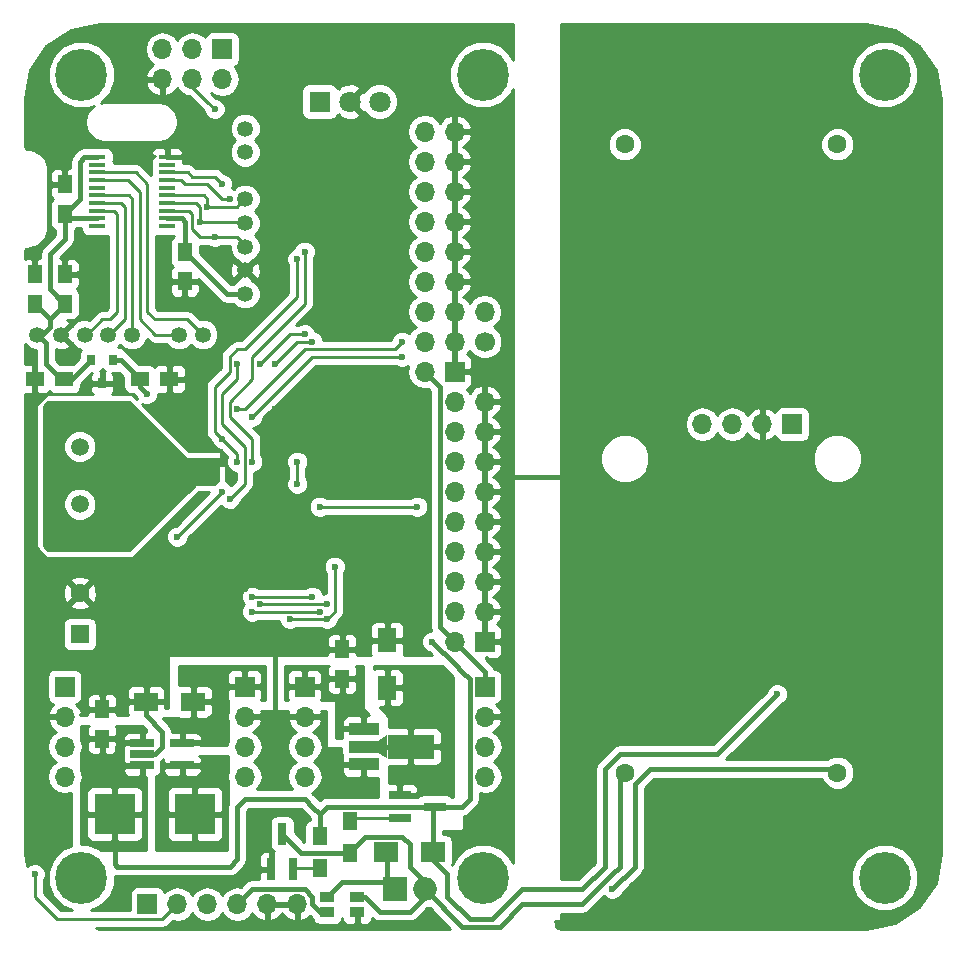
<source format=gbr>
%TF.GenerationSoftware,KiCad,Pcbnew,4.0.7*%
%TF.CreationDate,2018-08-16T22:57:57+02:00*%
%TF.ProjectId,HB-UNI-644,48422D554E492D3634342E6B69636164,2.0*%
%TF.FileFunction,Copper,L2,Bot,Signal*%
%FSLAX46Y46*%
G04 Gerber Fmt 4.6, Leading zero omitted, Abs format (unit mm)*
G04 Created by KiCad (PCBNEW 4.0.7) date 08/16/18 22:57:57*
%MOMM*%
%LPD*%
G01*
G04 APERTURE LIST*
%ADD10C,0.100000*%
%ADD11C,1.350000*%
%ADD12R,2.000000X2.000000*%
%ADD13O,2.000000X2.000000*%
%ADD14C,1.600000*%
%ADD15R,2.000000X1.600000*%
%ADD16R,1.800000X1.800000*%
%ADD17C,1.800000*%
%ADD18R,1.700000X1.700000*%
%ADD19O,1.700000X1.700000*%
%ADD20R,1.270000X0.970000*%
%ADD21R,0.800000X1.900000*%
%ADD22R,1.300000X1.500000*%
%ADD23R,2.000000X0.650000*%
%ADD24C,1.500000*%
%ADD25C,1.700000*%
%ADD26R,1.600000X2.000000*%
%ADD27R,3.500000X3.500000*%
%ADD28R,2.500000X1.000000*%
%ADD29R,4.000000X2.000000*%
%ADD30R,1.600000X1.600000*%
%ADD31R,2.000000X1.700000*%
%ADD32R,1.900000X0.800000*%
%ADD33R,1.250000X1.500000*%
%ADD34R,1.500000X1.250000*%
%ADD35R,0.800000X0.900000*%
%ADD36R,1.450000X0.450000*%
%ADD37C,4.400000*%
%ADD38C,0.700000*%
%ADD39C,0.600000*%
%ADD40C,0.400000*%
%ADD41C,0.250000*%
%ADD42C,0.254000*%
G04 APERTURE END LIST*
D10*
D11*
X100370000Y-83560000D03*
X100370000Y-97560000D03*
X100370000Y-95560000D03*
X100370000Y-93560000D03*
X100370000Y-91560000D03*
X100370000Y-89560000D03*
X100370000Y-85560000D03*
D12*
X113030000Y-147955000D03*
D13*
X115570000Y-147955000D03*
D14*
X132500000Y-138100000D03*
X132500000Y-84900000D03*
X150500000Y-84900000D03*
X150500000Y-138100000D03*
D15*
X95980000Y-132080000D03*
X91980000Y-132080000D03*
D16*
X106680000Y-81280000D03*
D17*
X109220000Y-81280000D03*
X111760000Y-81280000D03*
D18*
X92075000Y-149225000D03*
D19*
X94615000Y-149225000D03*
X97155000Y-149225000D03*
X99695000Y-149225000D03*
X102235000Y-149225000D03*
X104775000Y-149225000D03*
D20*
X109855000Y-149865000D03*
X109855000Y-148585000D03*
D18*
X85090000Y-130810000D03*
D19*
X85090000Y-133350000D03*
X85090000Y-135890000D03*
X85090000Y-138430000D03*
D20*
X107315000Y-149865000D03*
X107315000Y-148585000D03*
D18*
X100330000Y-130810000D03*
D19*
X100330000Y-133350000D03*
X100330000Y-135890000D03*
X100330000Y-138430000D03*
D18*
X105410000Y-130810000D03*
D19*
X105410000Y-133350000D03*
X105410000Y-135890000D03*
X105410000Y-138430000D03*
D18*
X120650000Y-130810000D03*
D19*
X120650000Y-133350000D03*
X120650000Y-135890000D03*
X120650000Y-138430000D03*
D21*
X104455000Y-146280000D03*
X102555000Y-146280000D03*
X103505000Y-143280000D03*
D22*
X106680000Y-146130000D03*
X106680000Y-143430000D03*
D23*
X91635000Y-137475000D03*
X91635000Y-136525000D03*
X91635000Y-135575000D03*
X95055000Y-135575000D03*
X95055000Y-137475000D03*
D24*
X86360000Y-110490000D03*
X86360000Y-115370000D03*
D18*
X98425000Y-76835000D03*
D19*
X98425000Y-79375000D03*
X95885000Y-76835000D03*
X95885000Y-79375000D03*
X93345000Y-76835000D03*
X93345000Y-79375000D03*
D25*
X120650000Y-101600000D03*
D19*
X120650000Y-99060000D03*
D26*
X112395000Y-130905000D03*
X112395000Y-126905000D03*
D27*
X89310000Y-141605000D03*
X96110000Y-141605000D03*
D28*
X110415000Y-137390000D03*
X110415000Y-135890000D03*
X110415000Y-134390000D03*
D29*
X114375000Y-135890000D03*
D10*
G36*
X111650000Y-135390000D02*
X112400000Y-134890000D01*
X112400000Y-136890000D01*
X111650000Y-136390000D01*
X111650000Y-135390000D01*
X111650000Y-135390000D01*
G37*
D30*
X86360000Y-126365000D03*
D14*
X86360000Y-122865000D03*
D18*
X118110000Y-104140000D03*
D19*
X115570000Y-104140000D03*
X118110000Y-101600000D03*
X115570000Y-101600000D03*
X118110000Y-99060000D03*
X115570000Y-99060000D03*
X118110000Y-96520000D03*
X115570000Y-96520000D03*
X118110000Y-93980000D03*
X115570000Y-93980000D03*
X118110000Y-91440000D03*
X115570000Y-91440000D03*
X118110000Y-88900000D03*
X115570000Y-88900000D03*
X118110000Y-86360000D03*
X115570000Y-86360000D03*
X118110000Y-83820000D03*
X115570000Y-83820000D03*
D18*
X120650000Y-127000000D03*
D19*
X118110000Y-127000000D03*
X120650000Y-124460000D03*
X118110000Y-124460000D03*
X120650000Y-121920000D03*
X118110000Y-121920000D03*
X120650000Y-119380000D03*
X118110000Y-119380000D03*
X120650000Y-116840000D03*
X118110000Y-116840000D03*
X120650000Y-114300000D03*
X118110000Y-114300000D03*
X120650000Y-111760000D03*
X118110000Y-111760000D03*
X120650000Y-109220000D03*
X118110000Y-109220000D03*
X120650000Y-106680000D03*
X118110000Y-106680000D03*
D18*
X146685000Y-108585000D03*
D19*
X144145000Y-108585000D03*
X141605000Y-108585000D03*
X139065000Y-108585000D03*
D31*
X116300000Y-144780000D03*
X112300000Y-144780000D03*
D32*
X113435000Y-141920000D03*
X113435000Y-140020000D03*
X116435000Y-140970000D03*
D22*
X109220000Y-142160000D03*
X109220000Y-144860000D03*
D33*
X88265000Y-135235000D03*
X88265000Y-132735000D03*
X108585000Y-130155000D03*
X108585000Y-127655000D03*
D11*
X96780000Y-101005000D03*
X82780000Y-101005000D03*
X84780000Y-101005000D03*
X86780000Y-101005000D03*
X88780000Y-101005000D03*
X90780000Y-101005000D03*
X94780000Y-101005000D03*
D33*
X85090000Y-95905000D03*
X85090000Y-98405000D03*
X82550000Y-95905000D03*
X82550000Y-98405000D03*
D34*
X93960000Y-104775000D03*
X91460000Y-104775000D03*
X82570000Y-104775000D03*
X85070000Y-104775000D03*
D33*
X85090000Y-88285000D03*
X85090000Y-90785000D03*
X95250000Y-94000000D03*
X95250000Y-96500000D03*
D35*
X87315000Y-103140000D03*
X89215000Y-103140000D03*
X88265000Y-105140000D03*
D36*
X87855000Y-91825000D03*
X87855000Y-91175000D03*
X87855000Y-90525000D03*
X87855000Y-89875000D03*
X87855000Y-89225000D03*
X87855000Y-88575000D03*
X87855000Y-87925000D03*
X87855000Y-87275000D03*
X87855000Y-86625000D03*
X87855000Y-85975000D03*
X93755000Y-85975000D03*
X93755000Y-86625000D03*
X93755000Y-87275000D03*
X93755000Y-87925000D03*
X93755000Y-88575000D03*
X93755000Y-89225000D03*
X93755000Y-89875000D03*
X93755000Y-90525000D03*
X93755000Y-91175000D03*
X93755000Y-91825000D03*
D37*
X86500000Y-79000000D03*
D38*
X88150000Y-79000000D03*
X87666726Y-80166726D03*
X86500000Y-80650000D03*
X85333274Y-80166726D03*
X84850000Y-79000000D03*
X85333274Y-77833274D03*
X86500000Y-77350000D03*
X87666726Y-77833274D03*
D37*
X120500000Y-79000000D03*
D38*
X122150000Y-79000000D03*
X121666726Y-80166726D03*
X120500000Y-80650000D03*
X119333274Y-80166726D03*
X118850000Y-79000000D03*
X119333274Y-77833274D03*
X120500000Y-77350000D03*
X121666726Y-77833274D03*
D37*
X154500000Y-79000000D03*
D38*
X156150000Y-79000000D03*
X155666726Y-80166726D03*
X154500000Y-80650000D03*
X153333274Y-80166726D03*
X152850000Y-79000000D03*
X153333274Y-77833274D03*
X154500000Y-77350000D03*
X155666726Y-77833274D03*
D37*
X86500000Y-147000000D03*
D38*
X88150000Y-147000000D03*
X87666726Y-148166726D03*
X86500000Y-148650000D03*
X85333274Y-148166726D03*
X84850000Y-147000000D03*
X85333274Y-145833274D03*
X86500000Y-145350000D03*
X87666726Y-145833274D03*
D37*
X120500000Y-147000000D03*
D38*
X122150000Y-147000000D03*
X121666726Y-148166726D03*
X120500000Y-148650000D03*
X119333274Y-148166726D03*
X118850000Y-147000000D03*
X119333274Y-145833274D03*
X120500000Y-145350000D03*
X121666726Y-145833274D03*
D37*
X154500000Y-147000000D03*
D38*
X156150000Y-147000000D03*
X155666726Y-148166726D03*
X154500000Y-148650000D03*
X153333274Y-148166726D03*
X152850000Y-147000000D03*
X153333274Y-145833274D03*
X154500000Y-145350000D03*
X155666726Y-145833274D03*
D39*
X82550000Y-93980000D03*
X82550000Y-82550000D03*
X94615000Y-98425000D03*
X95250000Y-83185000D03*
X86360000Y-95885000D03*
X100965000Y-100330000D03*
X90170000Y-108585000D03*
X92710000Y-109855000D03*
X106680000Y-100330000D03*
X106680000Y-95250000D03*
X88265000Y-131445000D03*
X114935000Y-107950000D03*
X114935000Y-109855000D03*
X115570000Y-76835000D03*
X104775000Y-141605000D03*
X100965000Y-141605000D03*
X121920000Y-144145000D03*
X107950000Y-137160000D03*
X102870000Y-138430000D03*
X112395000Y-117475000D03*
X93345000Y-130175000D03*
X102870000Y-133350000D03*
X98425000Y-111760000D03*
X100330000Y-122555000D03*
X113665000Y-95885000D03*
X103632000Y-116078000D03*
X102870000Y-107315000D03*
X107315000Y-111760000D03*
X82550000Y-146685000D03*
X94615000Y-118110000D03*
X98425000Y-114300000D03*
X106045000Y-101600000D03*
X102870000Y-103505000D03*
X105410000Y-100965000D03*
X101600000Y-103505000D03*
X104140000Y-125095000D03*
X107950000Y-120650000D03*
X107315000Y-125095000D03*
X104775000Y-113665000D03*
X104775000Y-111760000D03*
X97790000Y-92710000D03*
X97790000Y-81915000D03*
X97155000Y-90170000D03*
X96520000Y-91440000D03*
X99060000Y-89535000D03*
X99695000Y-103505000D03*
X99060000Y-114935000D03*
X106680000Y-124460000D03*
X100965000Y-124460000D03*
X107315000Y-123825000D03*
X101600000Y-123825000D03*
X105410000Y-93980000D03*
X100965000Y-111760000D03*
X100965000Y-123190000D03*
X106045000Y-123190000D03*
X114935000Y-115570000D03*
X106680000Y-115570000D03*
X100965000Y-107950000D03*
X113665000Y-102870000D03*
X113665000Y-101600000D03*
X99695000Y-107315000D03*
X98425000Y-88265000D03*
X104775000Y-94615000D03*
X99695000Y-111760000D03*
X98425000Y-109855000D03*
X131445000Y-147955000D03*
X116205000Y-127000000D03*
X145415000Y-131445000D03*
X92075000Y-106045000D03*
D40*
X82550000Y-95905000D02*
X82550000Y-93980000D01*
X85090000Y-88285000D02*
X85090000Y-82550000D01*
X85090000Y-82550000D02*
X82550000Y-82550000D01*
X95250000Y-96500000D02*
X95250000Y-97790000D01*
X95250000Y-97790000D02*
X94615000Y-98425000D01*
X93755000Y-85975000D02*
X95000000Y-85975000D01*
X95000000Y-85975000D02*
X95250000Y-85725000D01*
X95250000Y-85725000D02*
X95250000Y-83185000D01*
X85090000Y-95905000D02*
X86340000Y-95905000D01*
X86340000Y-95905000D02*
X86360000Y-95885000D01*
X95000000Y-85975000D02*
X95250000Y-85725000D01*
X120650000Y-114300000D02*
X122555000Y-114300000D01*
X122555000Y-114300000D02*
X122555000Y-113030000D01*
X88265000Y-132735000D02*
X88265000Y-131445000D01*
X144145000Y-108585000D02*
X144145000Y-113030000D01*
X143510000Y-113665000D02*
X139065000Y-113665000D01*
X144145000Y-113030000D02*
X143510000Y-113665000D01*
X130175000Y-113665000D02*
X139065000Y-113665000D01*
X129540000Y-113030000D02*
X130175000Y-113665000D01*
X122555000Y-113030000D02*
X129540000Y-113030000D01*
X120650000Y-114300000D02*
X121285000Y-114300000D01*
X110415000Y-137390000D02*
X108180000Y-137390000D01*
X108180000Y-137390000D02*
X107950000Y-137160000D01*
X95885000Y-123825000D02*
X87320000Y-123825000D01*
X87320000Y-123825000D02*
X86360000Y-122865000D01*
X99695000Y-126365000D02*
X98425000Y-126365000D01*
X102870000Y-126365000D02*
X99695000Y-126365000D01*
X102870000Y-133350000D02*
X102870000Y-126365000D01*
X98425000Y-126365000D02*
X95885000Y-123825000D01*
X102870000Y-133350000D02*
X102870000Y-138430000D01*
X91980000Y-132080000D02*
X91980000Y-133255000D01*
X91980000Y-133255000D02*
X93345000Y-134620000D01*
X91980000Y-132080000D02*
X91980000Y-130905000D01*
X92710000Y-130175000D02*
X93345000Y-130175000D01*
X91980000Y-130905000D02*
X92710000Y-130175000D01*
X100330000Y-133350000D02*
X102870000Y-133350000D01*
X91635000Y-136525000D02*
X92710000Y-136525000D01*
X92710000Y-136525000D02*
X93345000Y-135890000D01*
X93345000Y-135890000D02*
X93345000Y-134620000D01*
X98425000Y-111760000D02*
X97155000Y-111760000D01*
X98425000Y-111125000D02*
X98425000Y-111760000D01*
X99695000Y-122555000D02*
X100330000Y-122555000D01*
X85070000Y-104775000D02*
X84775000Y-104775000D01*
X84775000Y-104775000D02*
X83500000Y-103500000D01*
X83500000Y-101725000D02*
X82780000Y-101005000D01*
X83500000Y-103500000D02*
X83500000Y-101725000D01*
X85090000Y-92910000D02*
X83820000Y-94180000D01*
X83820000Y-94180000D02*
X83820000Y-95320000D01*
X85090000Y-92910000D02*
X85090000Y-90785000D01*
X85090000Y-98405000D02*
X85070000Y-98405000D01*
X83820000Y-99675000D02*
X85090000Y-98405000D01*
X83820000Y-97155000D02*
X83820000Y-95320000D01*
X85070000Y-98405000D02*
X83820000Y-97155000D01*
X83820000Y-99695000D02*
X83820000Y-99675000D01*
X82780000Y-98635000D02*
X82550000Y-98405000D01*
X83820000Y-99675000D02*
X82550000Y-98405000D01*
X83820000Y-100330000D02*
X83820000Y-99695000D01*
X83145000Y-101005000D02*
X83820000Y-100330000D01*
X82780000Y-101005000D02*
X83145000Y-101005000D01*
X87855000Y-91175000D02*
X85480000Y-91175000D01*
X85480000Y-91175000D02*
X85090000Y-90785000D01*
X87855000Y-85975000D02*
X86745000Y-85975000D01*
X86360000Y-89535000D02*
X86360000Y-86995000D01*
X86360000Y-89535000D02*
X85110000Y-90785000D01*
X86360000Y-86360000D02*
X86360000Y-86995000D01*
X86745000Y-85975000D02*
X86360000Y-86360000D01*
X85090000Y-90785000D02*
X85110000Y-90785000D01*
X85070000Y-104775000D02*
X85680000Y-104775000D01*
X85680000Y-104775000D02*
X87315000Y-103140000D01*
D41*
X94615000Y-149225000D02*
X93345000Y-150495000D01*
X84455000Y-150495000D02*
X93345000Y-150495000D01*
X82550000Y-148590000D02*
X84455000Y-150495000D01*
X82550000Y-148590000D02*
X82550000Y-146685000D01*
X94615000Y-118110000D02*
X98425000Y-114300000D01*
X95055000Y-137475000D02*
X95055000Y-138870000D01*
X96110000Y-139290000D02*
X96110000Y-141605000D01*
X95885000Y-139065000D02*
X96110000Y-139290000D01*
X95250000Y-139065000D02*
X95885000Y-139065000D01*
X95055000Y-138870000D02*
X95250000Y-139065000D01*
X106045000Y-101600000D02*
X104775000Y-101600000D01*
X104775000Y-101600000D02*
X102870000Y-103505000D01*
X104140000Y-100965000D02*
X105410000Y-100965000D01*
X101600000Y-103505000D02*
X104140000Y-100965000D01*
X107315000Y-125095000D02*
X104140000Y-125095000D01*
X107950000Y-120650000D02*
X107950000Y-124460000D01*
X107950000Y-124460000D02*
X107315000Y-125095000D01*
X104775000Y-113665000D02*
X104775000Y-111760000D01*
X97790000Y-92710000D02*
X99695000Y-92710000D01*
X93755000Y-90525000D02*
X95605000Y-90525000D01*
X97155000Y-92710000D02*
X97790000Y-92710000D01*
X96520000Y-92710000D02*
X97155000Y-92710000D01*
X95885000Y-92075000D02*
X96520000Y-92710000D01*
X95885000Y-91440000D02*
X95885000Y-92075000D01*
X95885000Y-90805000D02*
X95885000Y-91440000D01*
X95605000Y-90525000D02*
X95885000Y-90805000D01*
X100370000Y-93385000D02*
X99695000Y-92710000D01*
X100370000Y-93385000D02*
X100370000Y-93560000D01*
X97155000Y-81280000D02*
X95885000Y-80010000D01*
X97790000Y-81915000D02*
X97155000Y-81280000D01*
X95885000Y-80010000D02*
X95885000Y-79375000D01*
X97155000Y-90170000D02*
X99695000Y-90170000D01*
X99695000Y-90170000D02*
X100305000Y-89560000D01*
X100305000Y-89560000D02*
X100370000Y-89560000D01*
X93755000Y-89225000D02*
X96845000Y-89225000D01*
X97155000Y-89535000D02*
X97155000Y-90170000D01*
X96845000Y-89225000D02*
X97155000Y-89535000D01*
X100305000Y-89560000D02*
X100370000Y-89560000D01*
X93755000Y-89875000D02*
X96225000Y-89875000D01*
X96520000Y-90170000D02*
X96520000Y-91440000D01*
X96225000Y-89875000D02*
X96520000Y-90170000D01*
X96520000Y-91440000D02*
X100250000Y-91440000D01*
X100250000Y-91440000D02*
X100370000Y-91560000D01*
X94615000Y-87925000D02*
X94910000Y-87925000D01*
X97155000Y-88265000D02*
X97790000Y-88900000D01*
X95250000Y-88265000D02*
X97155000Y-88265000D01*
X94910000Y-87925000D02*
X95250000Y-88265000D01*
X93755000Y-87925000D02*
X94615000Y-87925000D01*
X98425000Y-89535000D02*
X99060000Y-89535000D01*
X97790000Y-88900000D02*
X98425000Y-89535000D01*
X98425000Y-106045000D02*
X99695000Y-104775000D01*
X99695000Y-104775000D02*
X99695000Y-103505000D01*
X99060000Y-109220000D02*
X98425000Y-108585000D01*
X98425000Y-108585000D02*
X98425000Y-106045000D01*
X100330000Y-110490000D02*
X99060000Y-109220000D01*
X99060000Y-114935000D02*
X100330000Y-113665000D01*
X100330000Y-113665000D02*
X100330000Y-112395000D01*
X100330000Y-111125000D02*
X100330000Y-110490000D01*
X100330000Y-112395000D02*
X100330000Y-111125000D01*
X104140000Y-124460000D02*
X106680000Y-124460000D01*
X100965000Y-124460000D02*
X104140000Y-124460000D01*
X101600000Y-123825000D02*
X107315000Y-123825000D01*
X104775000Y-99060000D02*
X105410000Y-98425000D01*
X105410000Y-98425000D02*
X105410000Y-93980000D01*
X99060000Y-106680000D02*
X100965000Y-104775000D01*
X100965000Y-104775000D02*
X100965000Y-102870000D01*
X99695000Y-108585000D02*
X99060000Y-107950000D01*
X100965000Y-111760000D02*
X100965000Y-109855000D01*
X100965000Y-109855000D02*
X99695000Y-108585000D01*
X102870000Y-100965000D02*
X104775000Y-99060000D01*
X100965000Y-102870000D02*
X102870000Y-100965000D01*
X99060000Y-107950000D02*
X99060000Y-106680000D01*
X100965000Y-123190000D02*
X106045000Y-123190000D01*
X106680000Y-115570000D02*
X114935000Y-115570000D01*
X100965000Y-107950000D02*
X106045000Y-102870000D01*
X110490000Y-102870000D02*
X113665000Y-102870000D01*
X106680000Y-102870000D02*
X110490000Y-102870000D01*
X106680000Y-102870000D02*
X106045000Y-102870000D01*
X112395000Y-102235000D02*
X113030000Y-102235000D01*
X113030000Y-102235000D02*
X113665000Y-101600000D01*
X111125000Y-102235000D02*
X112395000Y-102235000D01*
X109855000Y-102235000D02*
X111125000Y-102235000D01*
X99695000Y-107315000D02*
X100330000Y-107315000D01*
X100330000Y-107315000D02*
X105410000Y-102235000D01*
X105410000Y-102235000D02*
X109855000Y-102235000D01*
X95250000Y-87275000D02*
X95530000Y-87275000D01*
X95885000Y-87630000D02*
X97790000Y-87630000D01*
X95530000Y-87275000D02*
X95885000Y-87630000D01*
X93755000Y-87275000D02*
X95250000Y-87275000D01*
X97790000Y-87630000D02*
X98425000Y-88265000D01*
X104775000Y-97790000D02*
X104775000Y-94615000D01*
X103505000Y-99060000D02*
X104775000Y-97790000D01*
X99060000Y-102870000D02*
X99695000Y-102235000D01*
X100330000Y-102235000D02*
X103505000Y-99060000D01*
X99695000Y-102235000D02*
X100330000Y-102235000D01*
X97790000Y-109220000D02*
X97790000Y-105410000D01*
X99060000Y-104140000D02*
X99060000Y-102870000D01*
X97790000Y-105410000D02*
X99060000Y-104140000D01*
X98425000Y-109855000D02*
X97790000Y-109220000D01*
X99695000Y-111760000D02*
X99695000Y-111125000D01*
X99695000Y-111125000D02*
X98425000Y-109855000D01*
X99695000Y-111760000D02*
X99695000Y-111125000D01*
X99695000Y-111125000D02*
X98425000Y-109855000D01*
D40*
X113030000Y-147955000D02*
X112395000Y-147320000D01*
X112395000Y-147320000D02*
X112395000Y-144875000D01*
X112395000Y-144875000D02*
X112300000Y-144780000D01*
X107315000Y-148585000D02*
X107320000Y-148585000D01*
X107320000Y-148585000D02*
X108585000Y-147320000D01*
X108585000Y-147320000D02*
X112395000Y-147320000D01*
X134620000Y-137795000D02*
X150195000Y-137795000D01*
X133350000Y-146050000D02*
X131445000Y-147955000D01*
X133350000Y-146050000D02*
X133350000Y-139700000D01*
X133350000Y-139065000D02*
X134620000Y-137795000D01*
X133350000Y-139700000D02*
X133350000Y-139065000D01*
X150195000Y-137795000D02*
X150500000Y-138100000D01*
X121920000Y-151130000D02*
X123825000Y-149225000D01*
X123825000Y-149225000D02*
X124460000Y-149225000D01*
X124460000Y-149225000D02*
X128905000Y-149225000D01*
X131445000Y-146685000D02*
X128905000Y-149225000D01*
X131445000Y-146685000D02*
X132080000Y-146050000D01*
X132080000Y-146050000D02*
X132080000Y-138520000D01*
X109220000Y-144860000D02*
X109220000Y-144780000D01*
X109220000Y-144780000D02*
X110490000Y-143510000D01*
X114300000Y-146050000D02*
X115570000Y-147320000D01*
X114300000Y-144145000D02*
X114300000Y-146050000D01*
X113665000Y-143510000D02*
X114300000Y-144145000D01*
X110490000Y-143510000D02*
X113665000Y-143510000D01*
X115570000Y-147320000D02*
X115570000Y-147955000D01*
X111125000Y-149225000D02*
X111760000Y-149860000D01*
X114300000Y-149860000D02*
X115570000Y-148590000D01*
X111760000Y-149860000D02*
X114300000Y-149860000D01*
X115570000Y-148590000D02*
X115570000Y-147955000D01*
X111125000Y-149225000D02*
X110485000Y-148585000D01*
X110485000Y-148585000D02*
X109855000Y-148585000D01*
X119380000Y-151130000D02*
X118745000Y-151130000D01*
X119380000Y-151130000D02*
X121920000Y-151130000D01*
X115570000Y-147955000D02*
X118745000Y-151130000D01*
X132080000Y-138520000D02*
X132500000Y-138100000D01*
X109220000Y-144860000D02*
X105085000Y-144860000D01*
X105085000Y-144860000D02*
X103505000Y-143280000D01*
D41*
X106680000Y-146130000D02*
X104605000Y-146130000D01*
X104605000Y-146130000D02*
X104455000Y-146280000D01*
D40*
X121285000Y-150495000D02*
X123825000Y-147955000D01*
X123825000Y-147955000D02*
X128905000Y-147955000D01*
X91635000Y-135575000D02*
X89855000Y-135575000D01*
X89855000Y-135575000D02*
X89515000Y-135235000D01*
X88265000Y-135235000D02*
X89515000Y-135235000D01*
X89515000Y-135235000D02*
X89535000Y-135255000D01*
X91635000Y-137475000D02*
X89850000Y-137475000D01*
X89535000Y-137160000D02*
X89535000Y-135890000D01*
X89850000Y-137475000D02*
X89535000Y-137160000D01*
X89850000Y-135575000D02*
X89535000Y-135890000D01*
X91635000Y-135575000D02*
X89850000Y-135575000D01*
X88265000Y-135235000D02*
X88880000Y-135235000D01*
X89310000Y-141605000D02*
X89310000Y-139290000D01*
X89310000Y-139290000D02*
X89535000Y-139065000D01*
X91635000Y-138870000D02*
X91635000Y-137475000D01*
X91440000Y-139065000D02*
X89535000Y-139065000D01*
X91635000Y-138870000D02*
X91440000Y-139065000D01*
X117475000Y-147955000D02*
X117475000Y-148590000D01*
X119380000Y-150495000D02*
X120015000Y-150495000D01*
X117475000Y-148590000D02*
X119380000Y-150495000D01*
X116300000Y-144780000D02*
X116300000Y-145510000D01*
X116300000Y-145510000D02*
X117475000Y-146685000D01*
X117475000Y-146685000D02*
X117475000Y-147955000D01*
X116300000Y-143510000D02*
X116300000Y-144780000D01*
X106680000Y-142240000D02*
X106680000Y-143430000D01*
X106680000Y-141605000D02*
X106045000Y-140970000D01*
X106045000Y-140970000D02*
X105410000Y-140335000D01*
X111125000Y-140970000D02*
X107315000Y-140970000D01*
X107315000Y-140970000D02*
X106680000Y-141605000D01*
X116300000Y-143510000D02*
X116300000Y-141105000D01*
X116300000Y-141105000D02*
X116435000Y-140970000D01*
X111125000Y-140970000D02*
X116435000Y-140970000D01*
X116435000Y-140970000D02*
X118745000Y-140970000D01*
X118745000Y-140970000D02*
X119380000Y-140335000D01*
X118110000Y-128905000D02*
X116205000Y-127000000D01*
X118745000Y-129540000D02*
X119380000Y-130175000D01*
X119380000Y-130175000D02*
X119380000Y-140335000D01*
X118110000Y-128905000D02*
X118745000Y-129540000D01*
X140335000Y-136525000D02*
X145415000Y-131445000D01*
X132080000Y-136525000D02*
X140335000Y-136525000D01*
X130810000Y-137795000D02*
X132080000Y-136525000D01*
X130810000Y-146050000D02*
X130810000Y-137795000D01*
X128905000Y-147955000D02*
X130810000Y-146050000D01*
X120015000Y-150495000D02*
X121285000Y-150495000D01*
X106680000Y-141605000D02*
X106680000Y-142240000D01*
X106680000Y-142240000D02*
X106680000Y-142795000D01*
X89310000Y-141605000D02*
X89310000Y-145825000D01*
X89310000Y-145825000D02*
X89535000Y-146050000D01*
X89535000Y-146050000D02*
X99060000Y-146050000D01*
X99060000Y-146050000D02*
X99695000Y-145415000D01*
X99695000Y-145415000D02*
X99695000Y-140970000D01*
X99695000Y-140970000D02*
X100330000Y-140335000D01*
X100330000Y-140335000D02*
X105410000Y-140335000D01*
X110415000Y-135890000D02*
X114375000Y-135890000D01*
X110415000Y-135890000D02*
X112025000Y-135890000D01*
D41*
X113435000Y-141920000D02*
X109460000Y-141920000D01*
X109460000Y-141920000D02*
X109220000Y-142160000D01*
D40*
X93755000Y-91175000D02*
X94985000Y-91175000D01*
X95250000Y-92075000D02*
X95250000Y-94000000D01*
X95250000Y-91440000D02*
X95250000Y-92075000D01*
X94985000Y-91175000D02*
X95250000Y-91440000D01*
X100370000Y-97560000D02*
X98810000Y-97560000D01*
X98810000Y-97560000D02*
X95250000Y-94000000D01*
X91460000Y-104775000D02*
X91460000Y-105430000D01*
X91460000Y-105430000D02*
X92075000Y-106045000D01*
X89215000Y-103140000D02*
X89825000Y-103140000D01*
X89825000Y-103140000D02*
X91460000Y-104775000D01*
X106685000Y-149865000D02*
X106045000Y-149225000D01*
X107315000Y-149865000D02*
X106685000Y-149865000D01*
X106045000Y-149225000D02*
X106045000Y-148590000D01*
X106045000Y-148590000D02*
X105410000Y-147955000D01*
X104140000Y-147955000D02*
X100965000Y-147955000D01*
X105410000Y-147955000D02*
X104140000Y-147955000D01*
X118110000Y-127000000D02*
X116840000Y-125730000D01*
X116840000Y-105410000D02*
X115570000Y-104140000D01*
X116840000Y-125730000D02*
X116840000Y-105410000D01*
X100965000Y-147955000D02*
X99695000Y-149225000D01*
X120650000Y-130810000D02*
X120650000Y-129540000D01*
X120650000Y-129540000D02*
X118110000Y-127000000D01*
D41*
X92075000Y-95250000D02*
X92075000Y-99060000D01*
X95470000Y-99695000D02*
X96780000Y-101005000D01*
X92710000Y-99695000D02*
X95470000Y-99695000D01*
X92075000Y-99060000D02*
X92710000Y-99695000D01*
X87855000Y-87275000D02*
X91085000Y-87275000D01*
X92075000Y-88265000D02*
X92075000Y-95250000D01*
X91085000Y-87275000D02*
X92075000Y-88265000D01*
X88265000Y-99695000D02*
X88900000Y-99695000D01*
X89535000Y-99060000D02*
X89535000Y-95885000D01*
X88900000Y-99695000D02*
X89535000Y-99060000D01*
X86780000Y-101005000D02*
X86955000Y-101005000D01*
X86955000Y-101005000D02*
X88265000Y-99695000D01*
X87855000Y-90525000D02*
X89255000Y-90525000D01*
X89535000Y-90805000D02*
X89535000Y-95885000D01*
X89255000Y-90525000D02*
X89535000Y-90805000D01*
X88780000Y-101005000D02*
X88860000Y-101005000D01*
X88860000Y-101005000D02*
X90170000Y-99695000D01*
X90170000Y-99695000D02*
X90170000Y-97155000D01*
X87855000Y-89875000D02*
X89875000Y-89875000D01*
X90170000Y-90170000D02*
X90170000Y-97155000D01*
X89875000Y-89875000D02*
X90170000Y-90170000D01*
X87855000Y-89225000D02*
X90495000Y-89225000D01*
X90805000Y-89535000D02*
X90805000Y-100980000D01*
X90495000Y-89225000D02*
X90805000Y-89535000D01*
X90805000Y-100980000D02*
X90780000Y-101005000D01*
X91440000Y-96520000D02*
X91440000Y-99695000D01*
X91440000Y-99695000D02*
X92750000Y-101005000D01*
X92750000Y-101005000D02*
X94780000Y-101005000D01*
X87855000Y-87925000D02*
X90465000Y-87925000D01*
X91440000Y-88900000D02*
X91440000Y-96520000D01*
X90465000Y-87925000D02*
X91440000Y-88900000D01*
D42*
G36*
X102035000Y-131953000D02*
X101745955Y-131953000D01*
X101815000Y-131786310D01*
X101815000Y-131095750D01*
X101656250Y-130937000D01*
X100457000Y-130937000D01*
X100457000Y-130957000D01*
X100203000Y-130957000D01*
X100203000Y-130937000D01*
X99003750Y-130937000D01*
X98845000Y-131095750D01*
X98845000Y-131786310D01*
X98941673Y-132019699D01*
X98947217Y-132025243D01*
X98941685Y-132033841D01*
X98933000Y-132080000D01*
X98933000Y-132775648D01*
X98928946Y-132781715D01*
X98815907Y-133350000D01*
X98928946Y-133918285D01*
X98933000Y-133924352D01*
X98933000Y-135315648D01*
X98928946Y-135321715D01*
X98841169Y-135763000D01*
X96592250Y-135763000D01*
X96531250Y-135702000D01*
X95182000Y-135702000D01*
X95182000Y-135722000D01*
X94928000Y-135722000D01*
X94928000Y-135702000D01*
X94908000Y-135702000D01*
X94908000Y-135448000D01*
X94928000Y-135448000D01*
X94928000Y-134773750D01*
X95182000Y-134773750D01*
X95182000Y-135448000D01*
X96531250Y-135448000D01*
X96690000Y-135289250D01*
X96690000Y-135123690D01*
X96593327Y-134890301D01*
X96414698Y-134711673D01*
X96181309Y-134615000D01*
X95340750Y-134615000D01*
X95182000Y-134773750D01*
X94928000Y-134773750D01*
X94769250Y-134615000D01*
X94179005Y-134615000D01*
X94136250Y-134400054D01*
X94116440Y-134300460D01*
X93935435Y-134029566D01*
X93382868Y-133477000D01*
X94615000Y-133477000D01*
X94664410Y-133466994D01*
X94692107Y-133448070D01*
X94853691Y-133515000D01*
X95694250Y-133515000D01*
X95853000Y-133356250D01*
X95853000Y-132207000D01*
X96107000Y-132207000D01*
X96107000Y-133356250D01*
X96265750Y-133515000D01*
X97106309Y-133515000D01*
X97339698Y-133418327D01*
X97518327Y-133239699D01*
X97615000Y-133006310D01*
X97615000Y-132365750D01*
X97456250Y-132207000D01*
X96107000Y-132207000D01*
X95853000Y-132207000D01*
X95833000Y-132207000D01*
X95833000Y-131953000D01*
X95853000Y-131953000D01*
X95853000Y-130803750D01*
X96107000Y-130803750D01*
X96107000Y-131953000D01*
X97456250Y-131953000D01*
X97615000Y-131794250D01*
X97615000Y-131153690D01*
X97518327Y-130920301D01*
X97339698Y-130741673D01*
X97106309Y-130645000D01*
X96265750Y-130645000D01*
X96107000Y-130803750D01*
X95853000Y-130803750D01*
X95694250Y-130645000D01*
X94853691Y-130645000D01*
X94742000Y-130691264D01*
X94742000Y-129833690D01*
X98845000Y-129833690D01*
X98845000Y-130524250D01*
X99003750Y-130683000D01*
X100203000Y-130683000D01*
X100203000Y-129483750D01*
X100457000Y-129483750D01*
X100457000Y-130683000D01*
X101656250Y-130683000D01*
X101815000Y-130524250D01*
X101815000Y-129833690D01*
X101718327Y-129600301D01*
X101539698Y-129421673D01*
X101306309Y-129325000D01*
X100615750Y-129325000D01*
X100457000Y-129483750D01*
X100203000Y-129483750D01*
X100044250Y-129325000D01*
X99353691Y-129325000D01*
X99120302Y-129421673D01*
X98941673Y-129600301D01*
X98845000Y-129833690D01*
X94742000Y-129833690D01*
X94742000Y-129032000D01*
X102035000Y-129032000D01*
X102035000Y-131953000D01*
X102035000Y-131953000D01*
G37*
X102035000Y-131953000D02*
X101745955Y-131953000D01*
X101815000Y-131786310D01*
X101815000Y-131095750D01*
X101656250Y-130937000D01*
X100457000Y-130937000D01*
X100457000Y-130957000D01*
X100203000Y-130957000D01*
X100203000Y-130937000D01*
X99003750Y-130937000D01*
X98845000Y-131095750D01*
X98845000Y-131786310D01*
X98941673Y-132019699D01*
X98947217Y-132025243D01*
X98941685Y-132033841D01*
X98933000Y-132080000D01*
X98933000Y-132775648D01*
X98928946Y-132781715D01*
X98815907Y-133350000D01*
X98928946Y-133918285D01*
X98933000Y-133924352D01*
X98933000Y-135315648D01*
X98928946Y-135321715D01*
X98841169Y-135763000D01*
X96592250Y-135763000D01*
X96531250Y-135702000D01*
X95182000Y-135702000D01*
X95182000Y-135722000D01*
X94928000Y-135722000D01*
X94928000Y-135702000D01*
X94908000Y-135702000D01*
X94908000Y-135448000D01*
X94928000Y-135448000D01*
X94928000Y-134773750D01*
X95182000Y-134773750D01*
X95182000Y-135448000D01*
X96531250Y-135448000D01*
X96690000Y-135289250D01*
X96690000Y-135123690D01*
X96593327Y-134890301D01*
X96414698Y-134711673D01*
X96181309Y-134615000D01*
X95340750Y-134615000D01*
X95182000Y-134773750D01*
X94928000Y-134773750D01*
X94769250Y-134615000D01*
X94179005Y-134615000D01*
X94136250Y-134400054D01*
X94116440Y-134300460D01*
X93935435Y-134029566D01*
X93382868Y-133477000D01*
X94615000Y-133477000D01*
X94664410Y-133466994D01*
X94692107Y-133448070D01*
X94853691Y-133515000D01*
X95694250Y-133515000D01*
X95853000Y-133356250D01*
X95853000Y-132207000D01*
X96107000Y-132207000D01*
X96107000Y-133356250D01*
X96265750Y-133515000D01*
X97106309Y-133515000D01*
X97339698Y-133418327D01*
X97518327Y-133239699D01*
X97615000Y-133006310D01*
X97615000Y-132365750D01*
X97456250Y-132207000D01*
X96107000Y-132207000D01*
X95853000Y-132207000D01*
X95833000Y-132207000D01*
X95833000Y-131953000D01*
X95853000Y-131953000D01*
X95853000Y-130803750D01*
X96107000Y-130803750D01*
X96107000Y-131953000D01*
X97456250Y-131953000D01*
X97615000Y-131794250D01*
X97615000Y-131153690D01*
X97518327Y-130920301D01*
X97339698Y-130741673D01*
X97106309Y-130645000D01*
X96265750Y-130645000D01*
X96107000Y-130803750D01*
X95853000Y-130803750D01*
X95694250Y-130645000D01*
X94853691Y-130645000D01*
X94742000Y-130691264D01*
X94742000Y-129833690D01*
X98845000Y-129833690D01*
X98845000Y-130524250D01*
X99003750Y-130683000D01*
X100203000Y-130683000D01*
X100203000Y-129483750D01*
X100457000Y-129483750D01*
X100457000Y-130683000D01*
X101656250Y-130683000D01*
X101815000Y-130524250D01*
X101815000Y-129833690D01*
X101718327Y-129600301D01*
X101539698Y-129421673D01*
X101306309Y-129325000D01*
X100615750Y-129325000D01*
X100457000Y-129483750D01*
X100203000Y-129483750D01*
X100044250Y-129325000D01*
X99353691Y-129325000D01*
X99120302Y-129421673D01*
X98941673Y-129600301D01*
X98845000Y-129833690D01*
X94742000Y-129833690D01*
X94742000Y-129032000D01*
X102035000Y-129032000D01*
X102035000Y-131953000D01*
G36*
X98933000Y-137855648D02*
X98928946Y-137861715D01*
X98815907Y-138430000D01*
X98928946Y-138998285D01*
X98933000Y-139004352D01*
X98933000Y-140636333D01*
X98923561Y-140650459D01*
X98860000Y-140970000D01*
X98860000Y-144653000D01*
X92837000Y-144653000D01*
X92837000Y-141890750D01*
X93725000Y-141890750D01*
X93725000Y-143481310D01*
X93821673Y-143714699D01*
X94000302Y-143893327D01*
X94233691Y-143990000D01*
X95824250Y-143990000D01*
X95983000Y-143831250D01*
X95983000Y-141732000D01*
X96237000Y-141732000D01*
X96237000Y-143831250D01*
X96395750Y-143990000D01*
X97986309Y-143990000D01*
X98219698Y-143893327D01*
X98398327Y-143714699D01*
X98495000Y-143481310D01*
X98495000Y-141890750D01*
X98336250Y-141732000D01*
X96237000Y-141732000D01*
X95983000Y-141732000D01*
X93883750Y-141732000D01*
X93725000Y-141890750D01*
X92837000Y-141890750D01*
X92837000Y-139728690D01*
X93725000Y-139728690D01*
X93725000Y-141319250D01*
X93883750Y-141478000D01*
X95983000Y-141478000D01*
X95983000Y-139378750D01*
X96237000Y-139378750D01*
X96237000Y-141478000D01*
X98336250Y-141478000D01*
X98495000Y-141319250D01*
X98495000Y-139728690D01*
X98398327Y-139495301D01*
X98219698Y-139316673D01*
X97986309Y-139220000D01*
X96395750Y-139220000D01*
X96237000Y-139378750D01*
X95983000Y-139378750D01*
X95824250Y-139220000D01*
X94233691Y-139220000D01*
X94000302Y-139316673D01*
X93821673Y-139495301D01*
X93725000Y-139728690D01*
X92837000Y-139728690D01*
X92837000Y-138409431D01*
X92870317Y-138403162D01*
X93086441Y-138264090D01*
X93231431Y-138051890D01*
X93282440Y-137800000D01*
X93282440Y-137760750D01*
X93420000Y-137760750D01*
X93420000Y-137926310D01*
X93516673Y-138159699D01*
X93695302Y-138338327D01*
X93928691Y-138435000D01*
X94769250Y-138435000D01*
X94928000Y-138276250D01*
X94928000Y-137602000D01*
X95182000Y-137602000D01*
X95182000Y-138276250D01*
X95340750Y-138435000D01*
X96181309Y-138435000D01*
X96414698Y-138338327D01*
X96593327Y-138159699D01*
X96690000Y-137926310D01*
X96690000Y-137760750D01*
X96531250Y-137602000D01*
X95182000Y-137602000D01*
X94928000Y-137602000D01*
X93578750Y-137602000D01*
X93420000Y-137760750D01*
X93282440Y-137760750D01*
X93282440Y-137150000D01*
X93278672Y-137129975D01*
X93300434Y-137115434D01*
X93439673Y-136976195D01*
X93420000Y-137023690D01*
X93420000Y-137189250D01*
X93578750Y-137348000D01*
X94928000Y-137348000D01*
X94928000Y-137328000D01*
X95182000Y-137328000D01*
X95182000Y-137348000D01*
X96531250Y-137348000D01*
X96690000Y-137189250D01*
X96690000Y-137023690D01*
X96593327Y-136790301D01*
X96455025Y-136652000D01*
X98933000Y-136652000D01*
X98933000Y-137855648D01*
X98933000Y-137855648D01*
G37*
X98933000Y-137855648D02*
X98928946Y-137861715D01*
X98815907Y-138430000D01*
X98928946Y-138998285D01*
X98933000Y-139004352D01*
X98933000Y-140636333D01*
X98923561Y-140650459D01*
X98860000Y-140970000D01*
X98860000Y-144653000D01*
X92837000Y-144653000D01*
X92837000Y-141890750D01*
X93725000Y-141890750D01*
X93725000Y-143481310D01*
X93821673Y-143714699D01*
X94000302Y-143893327D01*
X94233691Y-143990000D01*
X95824250Y-143990000D01*
X95983000Y-143831250D01*
X95983000Y-141732000D01*
X96237000Y-141732000D01*
X96237000Y-143831250D01*
X96395750Y-143990000D01*
X97986309Y-143990000D01*
X98219698Y-143893327D01*
X98398327Y-143714699D01*
X98495000Y-143481310D01*
X98495000Y-141890750D01*
X98336250Y-141732000D01*
X96237000Y-141732000D01*
X95983000Y-141732000D01*
X93883750Y-141732000D01*
X93725000Y-141890750D01*
X92837000Y-141890750D01*
X92837000Y-139728690D01*
X93725000Y-139728690D01*
X93725000Y-141319250D01*
X93883750Y-141478000D01*
X95983000Y-141478000D01*
X95983000Y-139378750D01*
X96237000Y-139378750D01*
X96237000Y-141478000D01*
X98336250Y-141478000D01*
X98495000Y-141319250D01*
X98495000Y-139728690D01*
X98398327Y-139495301D01*
X98219698Y-139316673D01*
X97986309Y-139220000D01*
X96395750Y-139220000D01*
X96237000Y-139378750D01*
X95983000Y-139378750D01*
X95824250Y-139220000D01*
X94233691Y-139220000D01*
X94000302Y-139316673D01*
X93821673Y-139495301D01*
X93725000Y-139728690D01*
X92837000Y-139728690D01*
X92837000Y-138409431D01*
X92870317Y-138403162D01*
X93086441Y-138264090D01*
X93231431Y-138051890D01*
X93282440Y-137800000D01*
X93282440Y-137760750D01*
X93420000Y-137760750D01*
X93420000Y-137926310D01*
X93516673Y-138159699D01*
X93695302Y-138338327D01*
X93928691Y-138435000D01*
X94769250Y-138435000D01*
X94928000Y-138276250D01*
X94928000Y-137602000D01*
X95182000Y-137602000D01*
X95182000Y-138276250D01*
X95340750Y-138435000D01*
X96181309Y-138435000D01*
X96414698Y-138338327D01*
X96593327Y-138159699D01*
X96690000Y-137926310D01*
X96690000Y-137760750D01*
X96531250Y-137602000D01*
X95182000Y-137602000D01*
X94928000Y-137602000D01*
X93578750Y-137602000D01*
X93420000Y-137760750D01*
X93282440Y-137760750D01*
X93282440Y-137150000D01*
X93278672Y-137129975D01*
X93300434Y-137115434D01*
X93439673Y-136976195D01*
X93420000Y-137023690D01*
X93420000Y-137189250D01*
X93578750Y-137348000D01*
X94928000Y-137348000D01*
X94928000Y-137328000D01*
X95182000Y-137328000D01*
X95182000Y-137348000D01*
X96531250Y-137348000D01*
X96690000Y-137189250D01*
X96690000Y-137023690D01*
X96593327Y-136790301D01*
X96455025Y-136652000D01*
X98933000Y-136652000D01*
X98933000Y-137855648D01*
G36*
X87101673Y-134125302D02*
X87005000Y-134358691D01*
X87005000Y-134949250D01*
X87163750Y-135108000D01*
X88138000Y-135108000D01*
X88138000Y-135088000D01*
X88392000Y-135088000D01*
X88392000Y-135108000D01*
X89366250Y-135108000D01*
X89525000Y-134949250D01*
X89525000Y-134358691D01*
X89428327Y-134125302D01*
X89415025Y-134112000D01*
X91656132Y-134112000D01*
X91948000Y-134403869D01*
X91948000Y-134615000D01*
X91920750Y-134615000D01*
X91762000Y-134773750D01*
X91762000Y-135448000D01*
X91782000Y-135448000D01*
X91782000Y-135552560D01*
X90635000Y-135552560D01*
X90399683Y-135596838D01*
X90236257Y-135702000D01*
X90158750Y-135702000D01*
X90000000Y-135860750D01*
X90000000Y-136026310D01*
X90015268Y-136063171D01*
X89987560Y-136200000D01*
X89987560Y-136850000D01*
X90013919Y-136990086D01*
X90000000Y-137023690D01*
X90000000Y-137189250D01*
X90158750Y-137348000D01*
X90239051Y-137348000D01*
X90383110Y-137446431D01*
X90635000Y-137497440D01*
X91782000Y-137497440D01*
X91782000Y-137602000D01*
X91762000Y-137602000D01*
X91762000Y-138276250D01*
X91920750Y-138435000D01*
X91948000Y-138435000D01*
X91948000Y-144653000D01*
X88162894Y-144653000D01*
X88107995Y-144598005D01*
X87066390Y-144165493D01*
X86487000Y-144164987D01*
X86487000Y-141890750D01*
X86925000Y-141890750D01*
X86925000Y-143481310D01*
X87021673Y-143714699D01*
X87200302Y-143893327D01*
X87433691Y-143990000D01*
X89024250Y-143990000D01*
X89183000Y-143831250D01*
X89183000Y-141732000D01*
X89437000Y-141732000D01*
X89437000Y-143831250D01*
X89595750Y-143990000D01*
X91186309Y-143990000D01*
X91419698Y-143893327D01*
X91598327Y-143714699D01*
X91695000Y-143481310D01*
X91695000Y-141890750D01*
X91536250Y-141732000D01*
X89437000Y-141732000D01*
X89183000Y-141732000D01*
X87083750Y-141732000D01*
X86925000Y-141890750D01*
X86487000Y-141890750D01*
X86487000Y-139728690D01*
X86925000Y-139728690D01*
X86925000Y-141319250D01*
X87083750Y-141478000D01*
X89183000Y-141478000D01*
X89183000Y-139378750D01*
X89437000Y-139378750D01*
X89437000Y-141478000D01*
X91536250Y-141478000D01*
X91695000Y-141319250D01*
X91695000Y-139728690D01*
X91598327Y-139495301D01*
X91419698Y-139316673D01*
X91186309Y-139220000D01*
X89595750Y-139220000D01*
X89437000Y-139378750D01*
X89183000Y-139378750D01*
X89024250Y-139220000D01*
X87433691Y-139220000D01*
X87200302Y-139316673D01*
X87021673Y-139495301D01*
X86925000Y-139728690D01*
X86487000Y-139728690D01*
X86487000Y-139004352D01*
X86491054Y-138998285D01*
X86604093Y-138430000D01*
X86491054Y-137861715D01*
X86487000Y-137855648D01*
X86487000Y-137760750D01*
X90000000Y-137760750D01*
X90000000Y-137926310D01*
X90096673Y-138159699D01*
X90275302Y-138338327D01*
X90508691Y-138435000D01*
X91349250Y-138435000D01*
X91508000Y-138276250D01*
X91508000Y-137602000D01*
X90158750Y-137602000D01*
X90000000Y-137760750D01*
X86487000Y-137760750D01*
X86487000Y-136464352D01*
X86491054Y-136458285D01*
X86604093Y-135890000D01*
X86530645Y-135520750D01*
X87005000Y-135520750D01*
X87005000Y-136111309D01*
X87101673Y-136344698D01*
X87280301Y-136523327D01*
X87513690Y-136620000D01*
X87979250Y-136620000D01*
X88138000Y-136461250D01*
X88138000Y-135362000D01*
X88392000Y-135362000D01*
X88392000Y-136461250D01*
X88550750Y-136620000D01*
X89016310Y-136620000D01*
X89249699Y-136523327D01*
X89428327Y-136344698D01*
X89525000Y-136111309D01*
X89525000Y-135520750D01*
X89366250Y-135362000D01*
X88392000Y-135362000D01*
X88138000Y-135362000D01*
X87163750Y-135362000D01*
X87005000Y-135520750D01*
X86530645Y-135520750D01*
X86491054Y-135321715D01*
X86487000Y-135315648D01*
X86487000Y-135123690D01*
X90000000Y-135123690D01*
X90000000Y-135289250D01*
X90158750Y-135448000D01*
X91508000Y-135448000D01*
X91508000Y-134773750D01*
X91349250Y-134615000D01*
X90508691Y-134615000D01*
X90275302Y-134711673D01*
X90096673Y-134890301D01*
X90000000Y-135123690D01*
X86487000Y-135123690D01*
X86487000Y-134112000D01*
X87114975Y-134112000D01*
X87101673Y-134125302D01*
X87101673Y-134125302D01*
G37*
X87101673Y-134125302D02*
X87005000Y-134358691D01*
X87005000Y-134949250D01*
X87163750Y-135108000D01*
X88138000Y-135108000D01*
X88138000Y-135088000D01*
X88392000Y-135088000D01*
X88392000Y-135108000D01*
X89366250Y-135108000D01*
X89525000Y-134949250D01*
X89525000Y-134358691D01*
X89428327Y-134125302D01*
X89415025Y-134112000D01*
X91656132Y-134112000D01*
X91948000Y-134403869D01*
X91948000Y-134615000D01*
X91920750Y-134615000D01*
X91762000Y-134773750D01*
X91762000Y-135448000D01*
X91782000Y-135448000D01*
X91782000Y-135552560D01*
X90635000Y-135552560D01*
X90399683Y-135596838D01*
X90236257Y-135702000D01*
X90158750Y-135702000D01*
X90000000Y-135860750D01*
X90000000Y-136026310D01*
X90015268Y-136063171D01*
X89987560Y-136200000D01*
X89987560Y-136850000D01*
X90013919Y-136990086D01*
X90000000Y-137023690D01*
X90000000Y-137189250D01*
X90158750Y-137348000D01*
X90239051Y-137348000D01*
X90383110Y-137446431D01*
X90635000Y-137497440D01*
X91782000Y-137497440D01*
X91782000Y-137602000D01*
X91762000Y-137602000D01*
X91762000Y-138276250D01*
X91920750Y-138435000D01*
X91948000Y-138435000D01*
X91948000Y-144653000D01*
X88162894Y-144653000D01*
X88107995Y-144598005D01*
X87066390Y-144165493D01*
X86487000Y-144164987D01*
X86487000Y-141890750D01*
X86925000Y-141890750D01*
X86925000Y-143481310D01*
X87021673Y-143714699D01*
X87200302Y-143893327D01*
X87433691Y-143990000D01*
X89024250Y-143990000D01*
X89183000Y-143831250D01*
X89183000Y-141732000D01*
X89437000Y-141732000D01*
X89437000Y-143831250D01*
X89595750Y-143990000D01*
X91186309Y-143990000D01*
X91419698Y-143893327D01*
X91598327Y-143714699D01*
X91695000Y-143481310D01*
X91695000Y-141890750D01*
X91536250Y-141732000D01*
X89437000Y-141732000D01*
X89183000Y-141732000D01*
X87083750Y-141732000D01*
X86925000Y-141890750D01*
X86487000Y-141890750D01*
X86487000Y-139728690D01*
X86925000Y-139728690D01*
X86925000Y-141319250D01*
X87083750Y-141478000D01*
X89183000Y-141478000D01*
X89183000Y-139378750D01*
X89437000Y-139378750D01*
X89437000Y-141478000D01*
X91536250Y-141478000D01*
X91695000Y-141319250D01*
X91695000Y-139728690D01*
X91598327Y-139495301D01*
X91419698Y-139316673D01*
X91186309Y-139220000D01*
X89595750Y-139220000D01*
X89437000Y-139378750D01*
X89183000Y-139378750D01*
X89024250Y-139220000D01*
X87433691Y-139220000D01*
X87200302Y-139316673D01*
X87021673Y-139495301D01*
X86925000Y-139728690D01*
X86487000Y-139728690D01*
X86487000Y-139004352D01*
X86491054Y-138998285D01*
X86604093Y-138430000D01*
X86491054Y-137861715D01*
X86487000Y-137855648D01*
X86487000Y-137760750D01*
X90000000Y-137760750D01*
X90000000Y-137926310D01*
X90096673Y-138159699D01*
X90275302Y-138338327D01*
X90508691Y-138435000D01*
X91349250Y-138435000D01*
X91508000Y-138276250D01*
X91508000Y-137602000D01*
X90158750Y-137602000D01*
X90000000Y-137760750D01*
X86487000Y-137760750D01*
X86487000Y-136464352D01*
X86491054Y-136458285D01*
X86604093Y-135890000D01*
X86530645Y-135520750D01*
X87005000Y-135520750D01*
X87005000Y-136111309D01*
X87101673Y-136344698D01*
X87280301Y-136523327D01*
X87513690Y-136620000D01*
X87979250Y-136620000D01*
X88138000Y-136461250D01*
X88138000Y-135362000D01*
X88392000Y-135362000D01*
X88392000Y-136461250D01*
X88550750Y-136620000D01*
X89016310Y-136620000D01*
X89249699Y-136523327D01*
X89428327Y-136344698D01*
X89525000Y-136111309D01*
X89525000Y-135520750D01*
X89366250Y-135362000D01*
X88392000Y-135362000D01*
X88138000Y-135362000D01*
X87163750Y-135362000D01*
X87005000Y-135520750D01*
X86530645Y-135520750D01*
X86491054Y-135321715D01*
X86487000Y-135315648D01*
X86487000Y-135123690D01*
X90000000Y-135123690D01*
X90000000Y-135289250D01*
X90158750Y-135448000D01*
X91508000Y-135448000D01*
X91508000Y-134773750D01*
X91349250Y-134615000D01*
X90508691Y-134615000D01*
X90275302Y-134711673D01*
X90096673Y-134890301D01*
X90000000Y-135123690D01*
X86487000Y-135123690D01*
X86487000Y-134112000D01*
X87114975Y-134112000D01*
X87101673Y-134125302D01*
G36*
X102362000Y-149098000D02*
X104648000Y-149098000D01*
X104648000Y-149078000D01*
X104902000Y-149078000D01*
X104902000Y-149098000D01*
X104922000Y-149098000D01*
X104922000Y-149352000D01*
X104902000Y-149352000D01*
X104902000Y-150545155D01*
X105131890Y-150666476D01*
X105541924Y-150496645D01*
X105852625Y-150213493D01*
X106042626Y-150403494D01*
X106076838Y-150585317D01*
X106215910Y-150801441D01*
X106428110Y-150946431D01*
X106680000Y-150997440D01*
X107950000Y-150997440D01*
X108185317Y-150953162D01*
X108401441Y-150814090D01*
X108546431Y-150601890D01*
X108585000Y-150411431D01*
X108585000Y-150476310D01*
X108681673Y-150709699D01*
X108860302Y-150888327D01*
X109093691Y-150985000D01*
X109569250Y-150985000D01*
X109728000Y-150826250D01*
X109728000Y-149992000D01*
X109708000Y-149992000D01*
X109708000Y-149738000D01*
X109728000Y-149738000D01*
X109728000Y-149718000D01*
X109982000Y-149718000D01*
X109982000Y-149738000D01*
X110002000Y-149738000D01*
X110002000Y-149992000D01*
X109982000Y-149992000D01*
X109982000Y-150826250D01*
X110140750Y-150985000D01*
X110616309Y-150985000D01*
X110849698Y-150888327D01*
X111028327Y-150709699D01*
X111125000Y-150476310D01*
X111125000Y-150405868D01*
X111169566Y-150450434D01*
X111440460Y-150631440D01*
X111760000Y-150695000D01*
X114300000Y-150695000D01*
X114619541Y-150631439D01*
X114890434Y-150450434D01*
X115755792Y-149585076D01*
X115975504Y-149541372D01*
X117749132Y-151315000D01*
X88067466Y-151315000D01*
X87765826Y-151255000D01*
X93345000Y-151255000D01*
X93635839Y-151197148D01*
X93882401Y-151032401D01*
X94248592Y-150666210D01*
X94615000Y-150739093D01*
X95183285Y-150626054D01*
X95665054Y-150304147D01*
X95885000Y-149974974D01*
X96104946Y-150304147D01*
X96586715Y-150626054D01*
X97155000Y-150739093D01*
X97723285Y-150626054D01*
X98205054Y-150304147D01*
X98425000Y-149974974D01*
X98644946Y-150304147D01*
X99126715Y-150626054D01*
X99695000Y-150739093D01*
X100263285Y-150626054D01*
X100745054Y-150304147D01*
X100972702Y-149963447D01*
X101039817Y-150106358D01*
X101468076Y-150496645D01*
X101878110Y-150666476D01*
X102108000Y-150545155D01*
X102108000Y-149352000D01*
X102362000Y-149352000D01*
X102362000Y-150545155D01*
X102591890Y-150666476D01*
X103001924Y-150496645D01*
X103430183Y-150106358D01*
X103505000Y-149947046D01*
X103579817Y-150106358D01*
X104008076Y-150496645D01*
X104418110Y-150666476D01*
X104648000Y-150545155D01*
X104648000Y-149352000D01*
X102362000Y-149352000D01*
X102108000Y-149352000D01*
X102088000Y-149352000D01*
X102088000Y-149098000D01*
X102108000Y-149098000D01*
X102108000Y-149078000D01*
X102362000Y-149078000D01*
X102362000Y-149098000D01*
X102362000Y-149098000D01*
G37*
X102362000Y-149098000D02*
X104648000Y-149098000D01*
X104648000Y-149078000D01*
X104902000Y-149078000D01*
X104902000Y-149098000D01*
X104922000Y-149098000D01*
X104922000Y-149352000D01*
X104902000Y-149352000D01*
X104902000Y-150545155D01*
X105131890Y-150666476D01*
X105541924Y-150496645D01*
X105852625Y-150213493D01*
X106042626Y-150403494D01*
X106076838Y-150585317D01*
X106215910Y-150801441D01*
X106428110Y-150946431D01*
X106680000Y-150997440D01*
X107950000Y-150997440D01*
X108185317Y-150953162D01*
X108401441Y-150814090D01*
X108546431Y-150601890D01*
X108585000Y-150411431D01*
X108585000Y-150476310D01*
X108681673Y-150709699D01*
X108860302Y-150888327D01*
X109093691Y-150985000D01*
X109569250Y-150985000D01*
X109728000Y-150826250D01*
X109728000Y-149992000D01*
X109708000Y-149992000D01*
X109708000Y-149738000D01*
X109728000Y-149738000D01*
X109728000Y-149718000D01*
X109982000Y-149718000D01*
X109982000Y-149738000D01*
X110002000Y-149738000D01*
X110002000Y-149992000D01*
X109982000Y-149992000D01*
X109982000Y-150826250D01*
X110140750Y-150985000D01*
X110616309Y-150985000D01*
X110849698Y-150888327D01*
X111028327Y-150709699D01*
X111125000Y-150476310D01*
X111125000Y-150405868D01*
X111169566Y-150450434D01*
X111440460Y-150631440D01*
X111760000Y-150695000D01*
X114300000Y-150695000D01*
X114619541Y-150631439D01*
X114890434Y-150450434D01*
X115755792Y-149585076D01*
X115975504Y-149541372D01*
X117749132Y-151315000D01*
X88067466Y-151315000D01*
X87765826Y-151255000D01*
X93345000Y-151255000D01*
X93635839Y-151197148D01*
X93882401Y-151032401D01*
X94248592Y-150666210D01*
X94615000Y-150739093D01*
X95183285Y-150626054D01*
X95665054Y-150304147D01*
X95885000Y-149974974D01*
X96104946Y-150304147D01*
X96586715Y-150626054D01*
X97155000Y-150739093D01*
X97723285Y-150626054D01*
X98205054Y-150304147D01*
X98425000Y-149974974D01*
X98644946Y-150304147D01*
X99126715Y-150626054D01*
X99695000Y-150739093D01*
X100263285Y-150626054D01*
X100745054Y-150304147D01*
X100972702Y-149963447D01*
X101039817Y-150106358D01*
X101468076Y-150496645D01*
X101878110Y-150666476D01*
X102108000Y-150545155D01*
X102108000Y-149352000D01*
X102362000Y-149352000D01*
X102362000Y-150545155D01*
X102591890Y-150666476D01*
X103001924Y-150496645D01*
X103430183Y-150106358D01*
X103505000Y-149947046D01*
X103579817Y-150106358D01*
X104008076Y-150496645D01*
X104418110Y-150666476D01*
X104648000Y-150545155D01*
X104648000Y-149352000D01*
X102362000Y-149352000D01*
X102108000Y-149352000D01*
X102088000Y-149352000D01*
X102088000Y-149098000D01*
X102108000Y-149098000D01*
X102108000Y-149078000D01*
X102362000Y-149078000D01*
X102362000Y-149098000D01*
G36*
X105845000Y-141950868D02*
X105845000Y-142067370D01*
X105794683Y-142076838D01*
X105578559Y-142215910D01*
X105433569Y-142428110D01*
X105382560Y-142680000D01*
X105382560Y-143976692D01*
X104552440Y-143146572D01*
X104552440Y-142330000D01*
X104508162Y-142094683D01*
X104369090Y-141878559D01*
X104156890Y-141733569D01*
X103905000Y-141682560D01*
X103105000Y-141682560D01*
X102869683Y-141726838D01*
X102653559Y-141865910D01*
X102508569Y-142078110D01*
X102457560Y-142330000D01*
X102457560Y-144230000D01*
X102501838Y-144465317D01*
X102640910Y-144681441D01*
X102767686Y-144768064D01*
X102682000Y-144853750D01*
X102682000Y-146153000D01*
X102702000Y-146153000D01*
X102702000Y-146407000D01*
X102682000Y-146407000D01*
X102682000Y-146427000D01*
X102428000Y-146427000D01*
X102428000Y-146407000D01*
X101678750Y-146407000D01*
X101520000Y-146565750D01*
X101520000Y-147120000D01*
X100965000Y-147120000D01*
X100645459Y-147183561D01*
X100374566Y-147364566D01*
X99972939Y-147766193D01*
X99695000Y-147710907D01*
X99126715Y-147823946D01*
X98644946Y-148145853D01*
X98425000Y-148475026D01*
X98205054Y-148145853D01*
X97723285Y-147823946D01*
X97155000Y-147710907D01*
X96586715Y-147823946D01*
X96104946Y-148145853D01*
X95885000Y-148475026D01*
X95665054Y-148145853D01*
X95183285Y-147823946D01*
X94615000Y-147710907D01*
X94046715Y-147823946D01*
X93564946Y-148145853D01*
X93537150Y-148187452D01*
X93528162Y-148139683D01*
X93389090Y-147923559D01*
X93176890Y-147778569D01*
X92925000Y-147727560D01*
X91225000Y-147727560D01*
X90989683Y-147771838D01*
X90773559Y-147910910D01*
X90628569Y-148123110D01*
X90577560Y-148375000D01*
X90577560Y-149735000D01*
X87304649Y-149735000D01*
X88103801Y-149404798D01*
X88901995Y-148607995D01*
X89334507Y-147566390D01*
X89335136Y-146845244D01*
X89535000Y-146885000D01*
X99060000Y-146885000D01*
X99379541Y-146821439D01*
X99650434Y-146640434D01*
X100285434Y-146005434D01*
X100466440Y-145734540D01*
X100530000Y-145415000D01*
X100530000Y-145203691D01*
X101520000Y-145203691D01*
X101520000Y-145994250D01*
X101678750Y-146153000D01*
X102428000Y-146153000D01*
X102428000Y-144853750D01*
X102269250Y-144695000D01*
X102028690Y-144695000D01*
X101795301Y-144791673D01*
X101616673Y-144970302D01*
X101520000Y-145203691D01*
X100530000Y-145203691D01*
X100530000Y-141315868D01*
X100675868Y-141170000D01*
X105064132Y-141170000D01*
X105845000Y-141950868D01*
X105845000Y-141950868D01*
G37*
X105845000Y-141950868D02*
X105845000Y-142067370D01*
X105794683Y-142076838D01*
X105578559Y-142215910D01*
X105433569Y-142428110D01*
X105382560Y-142680000D01*
X105382560Y-143976692D01*
X104552440Y-143146572D01*
X104552440Y-142330000D01*
X104508162Y-142094683D01*
X104369090Y-141878559D01*
X104156890Y-141733569D01*
X103905000Y-141682560D01*
X103105000Y-141682560D01*
X102869683Y-141726838D01*
X102653559Y-141865910D01*
X102508569Y-142078110D01*
X102457560Y-142330000D01*
X102457560Y-144230000D01*
X102501838Y-144465317D01*
X102640910Y-144681441D01*
X102767686Y-144768064D01*
X102682000Y-144853750D01*
X102682000Y-146153000D01*
X102702000Y-146153000D01*
X102702000Y-146407000D01*
X102682000Y-146407000D01*
X102682000Y-146427000D01*
X102428000Y-146427000D01*
X102428000Y-146407000D01*
X101678750Y-146407000D01*
X101520000Y-146565750D01*
X101520000Y-147120000D01*
X100965000Y-147120000D01*
X100645459Y-147183561D01*
X100374566Y-147364566D01*
X99972939Y-147766193D01*
X99695000Y-147710907D01*
X99126715Y-147823946D01*
X98644946Y-148145853D01*
X98425000Y-148475026D01*
X98205054Y-148145853D01*
X97723285Y-147823946D01*
X97155000Y-147710907D01*
X96586715Y-147823946D01*
X96104946Y-148145853D01*
X95885000Y-148475026D01*
X95665054Y-148145853D01*
X95183285Y-147823946D01*
X94615000Y-147710907D01*
X94046715Y-147823946D01*
X93564946Y-148145853D01*
X93537150Y-148187452D01*
X93528162Y-148139683D01*
X93389090Y-147923559D01*
X93176890Y-147778569D01*
X92925000Y-147727560D01*
X91225000Y-147727560D01*
X90989683Y-147771838D01*
X90773559Y-147910910D01*
X90628569Y-148123110D01*
X90577560Y-148375000D01*
X90577560Y-149735000D01*
X87304649Y-149735000D01*
X88103801Y-149404798D01*
X88901995Y-148607995D01*
X89334507Y-147566390D01*
X89335136Y-146845244D01*
X89535000Y-146885000D01*
X99060000Y-146885000D01*
X99379541Y-146821439D01*
X99650434Y-146640434D01*
X100285434Y-146005434D01*
X100466440Y-145734540D01*
X100530000Y-145415000D01*
X100530000Y-145203691D01*
X101520000Y-145203691D01*
X101520000Y-145994250D01*
X101678750Y-146153000D01*
X102428000Y-146153000D01*
X102428000Y-144853750D01*
X102269250Y-144695000D01*
X102028690Y-144695000D01*
X101795301Y-144791673D01*
X101616673Y-144970302D01*
X101520000Y-145203691D01*
X100530000Y-145203691D01*
X100530000Y-141315868D01*
X100675868Y-141170000D01*
X105064132Y-141170000D01*
X105845000Y-141950868D01*
G36*
X82036976Y-102114916D02*
X82518282Y-102314772D01*
X82665000Y-102314900D01*
X82665000Y-103500000D01*
X82699136Y-103671614D01*
X82697000Y-103673750D01*
X82697000Y-104648000D01*
X82717000Y-104648000D01*
X82717000Y-104902000D01*
X82697000Y-104902000D01*
X82697000Y-105876250D01*
X82855750Y-106035000D01*
X83446309Y-106035000D01*
X83679698Y-105938327D01*
X83820936Y-105797090D01*
X83855910Y-105851441D01*
X84068110Y-105996431D01*
X84320000Y-106047440D01*
X85820000Y-106047440D01*
X86055317Y-106003162D01*
X86271441Y-105864090D01*
X86416431Y-105651890D01*
X86467440Y-105400000D01*
X86467440Y-105168428D01*
X87398428Y-104237440D01*
X87419534Y-104237440D01*
X87326673Y-104330302D01*
X87230000Y-104563691D01*
X87230000Y-104854250D01*
X87388750Y-105013000D01*
X88138000Y-105013000D01*
X88138000Y-104213750D01*
X88051988Y-104127738D01*
X88166441Y-104054090D01*
X88265633Y-103908917D01*
X88350910Y-104041441D01*
X88477686Y-104128064D01*
X88392000Y-104213750D01*
X88392000Y-105013000D01*
X89141250Y-105013000D01*
X89300000Y-104854250D01*
X89300000Y-104563691D01*
X89203327Y-104330302D01*
X89110466Y-104237440D01*
X89615000Y-104237440D01*
X89721527Y-104217395D01*
X90062560Y-104558428D01*
X90062560Y-105400000D01*
X90106838Y-105635317D01*
X90245910Y-105851441D01*
X90458110Y-105996431D01*
X90710000Y-106047440D01*
X90896572Y-106047440D01*
X91182465Y-106333333D01*
X91231421Y-106451815D01*
X90889803Y-106110197D01*
X90849410Y-106083006D01*
X90800000Y-106073000D01*
X89080026Y-106073000D01*
X89203327Y-105949698D01*
X89300000Y-105716309D01*
X89300000Y-105425750D01*
X89141250Y-105267000D01*
X88392000Y-105267000D01*
X88392000Y-105287000D01*
X88138000Y-105287000D01*
X88138000Y-105267000D01*
X87388750Y-105267000D01*
X87230000Y-105425750D01*
X87230000Y-105716309D01*
X87326673Y-105949698D01*
X87449974Y-106073000D01*
X83600000Y-106073000D01*
X83552211Y-106082334D01*
X83510197Y-106110197D01*
X82710197Y-106910197D01*
X82683006Y-106950590D01*
X82673000Y-107000000D01*
X82673000Y-119000000D01*
X82682334Y-119047789D01*
X82710197Y-119089803D01*
X83510197Y-119889803D01*
X83550590Y-119916994D01*
X83600000Y-119927000D01*
X90800000Y-119927000D01*
X90847789Y-119917666D01*
X90889803Y-119889803D01*
X96452606Y-114327000D01*
X97323198Y-114327000D01*
X94475320Y-117174878D01*
X94429833Y-117174838D01*
X94086057Y-117316883D01*
X93822808Y-117579673D01*
X93680162Y-117923201D01*
X93679838Y-118295167D01*
X93821883Y-118638943D01*
X94084673Y-118902192D01*
X94428201Y-119044838D01*
X94800167Y-119045162D01*
X95143943Y-118903117D01*
X95407192Y-118640327D01*
X95549838Y-118296799D01*
X95549879Y-118249923D01*
X98301341Y-115498461D01*
X98529673Y-115727192D01*
X98873201Y-115869838D01*
X99245167Y-115870162D01*
X99523476Y-115755167D01*
X105744838Y-115755167D01*
X105886883Y-116098943D01*
X106149673Y-116362192D01*
X106493201Y-116504838D01*
X106865167Y-116505162D01*
X107208943Y-116363117D01*
X107242118Y-116330000D01*
X114372537Y-116330000D01*
X114404673Y-116362192D01*
X114748201Y-116504838D01*
X115120167Y-116505162D01*
X115463943Y-116363117D01*
X115727192Y-116100327D01*
X115869838Y-115756799D01*
X115870162Y-115384833D01*
X115728117Y-115041057D01*
X115465327Y-114777808D01*
X115121799Y-114635162D01*
X114749833Y-114634838D01*
X114406057Y-114776883D01*
X114372882Y-114810000D01*
X107242463Y-114810000D01*
X107210327Y-114777808D01*
X106866799Y-114635162D01*
X106494833Y-114634838D01*
X106151057Y-114776883D01*
X105887808Y-115039673D01*
X105745162Y-115383201D01*
X105744838Y-115755167D01*
X99523476Y-115755167D01*
X99588943Y-115728117D01*
X99852192Y-115465327D01*
X99994838Y-115121799D01*
X99994879Y-115074923D01*
X100867401Y-114202401D01*
X101032148Y-113955840D01*
X101090000Y-113665000D01*
X101090000Y-112695110D01*
X101150167Y-112695162D01*
X101493943Y-112553117D01*
X101757192Y-112290327D01*
X101899838Y-111946799D01*
X101899839Y-111945167D01*
X103839838Y-111945167D01*
X103981883Y-112288943D01*
X104015000Y-112322118D01*
X104015000Y-113102537D01*
X103982808Y-113134673D01*
X103840162Y-113478201D01*
X103839838Y-113850167D01*
X103981883Y-114193943D01*
X104244673Y-114457192D01*
X104588201Y-114599838D01*
X104960167Y-114600162D01*
X105303943Y-114458117D01*
X105567192Y-114195327D01*
X105709838Y-113851799D01*
X105710162Y-113479833D01*
X105568117Y-113136057D01*
X105535000Y-113102882D01*
X105535000Y-112322463D01*
X105567192Y-112290327D01*
X105709838Y-111946799D01*
X105710162Y-111574833D01*
X105568117Y-111231057D01*
X105305327Y-110967808D01*
X104961799Y-110825162D01*
X104589833Y-110824838D01*
X104246057Y-110966883D01*
X103982808Y-111229673D01*
X103840162Y-111573201D01*
X103839838Y-111945167D01*
X101899839Y-111945167D01*
X101900162Y-111574833D01*
X101758117Y-111231057D01*
X101725000Y-111197882D01*
X101725000Y-109855000D01*
X101667148Y-109564161D01*
X101667148Y-109564160D01*
X101502401Y-109317599D01*
X101069894Y-108885092D01*
X101150167Y-108885162D01*
X101493943Y-108743117D01*
X101757192Y-108480327D01*
X101899838Y-108136799D01*
X101899879Y-108089923D01*
X106359802Y-103630000D01*
X113102537Y-103630000D01*
X113134673Y-103662192D01*
X113478201Y-103804838D01*
X113850167Y-103805162D01*
X114146898Y-103682555D01*
X114055907Y-104140000D01*
X114168946Y-104708285D01*
X114490853Y-105190054D01*
X114972622Y-105511961D01*
X115540907Y-105625000D01*
X115599093Y-105625000D01*
X115828500Y-105579368D01*
X116005000Y-105755868D01*
X116005000Y-125730000D01*
X116068561Y-126049541D01*
X116078816Y-126064889D01*
X116019833Y-126064838D01*
X115676057Y-126206883D01*
X115412808Y-126469673D01*
X115270162Y-126813201D01*
X115269838Y-127185167D01*
X115411883Y-127528943D01*
X115674673Y-127792192D01*
X115916910Y-127892778D01*
X116167132Y-128143000D01*
X113783736Y-128143000D01*
X113830000Y-128031309D01*
X113830000Y-127190750D01*
X113671250Y-127032000D01*
X112522000Y-127032000D01*
X112522000Y-127052000D01*
X112268000Y-127052000D01*
X112268000Y-127032000D01*
X111118750Y-127032000D01*
X110960000Y-127190750D01*
X110960000Y-128031309D01*
X111006264Y-128143000D01*
X109845000Y-128143000D01*
X109845000Y-127940750D01*
X109686250Y-127782000D01*
X108712000Y-127782000D01*
X108712000Y-127802000D01*
X108458000Y-127802000D01*
X108458000Y-127782000D01*
X107483750Y-127782000D01*
X107325000Y-127940750D01*
X107325000Y-128143000D01*
X93980000Y-128143000D01*
X93930590Y-128153006D01*
X93888965Y-128181447D01*
X93861685Y-128223841D01*
X93853000Y-128270000D01*
X93853000Y-132588000D01*
X93615000Y-132588000D01*
X93615000Y-132365750D01*
X93456250Y-132207000D01*
X92107000Y-132207000D01*
X92107000Y-132227000D01*
X91853000Y-132227000D01*
X91853000Y-132207000D01*
X90503750Y-132207000D01*
X90345000Y-132365750D01*
X90345000Y-133006310D01*
X90434756Y-133223000D01*
X89525000Y-133223000D01*
X89525000Y-133020750D01*
X89366250Y-132862000D01*
X88392000Y-132862000D01*
X88392000Y-132882000D01*
X88138000Y-132882000D01*
X88138000Y-132862000D01*
X87163750Y-132862000D01*
X87005000Y-133020750D01*
X87005000Y-133223000D01*
X86575000Y-133223000D01*
X86575000Y-133222998D01*
X86410156Y-133222998D01*
X86531476Y-132993110D01*
X86361645Y-132583076D01*
X86085499Y-132280063D01*
X86175317Y-132263162D01*
X86391441Y-132124090D01*
X86536431Y-131911890D01*
X86547204Y-131858691D01*
X87005000Y-131858691D01*
X87005000Y-132449250D01*
X87163750Y-132608000D01*
X88138000Y-132608000D01*
X88138000Y-131508750D01*
X88392000Y-131508750D01*
X88392000Y-132608000D01*
X89366250Y-132608000D01*
X89525000Y-132449250D01*
X89525000Y-131858691D01*
X89428327Y-131625302D01*
X89249699Y-131446673D01*
X89016310Y-131350000D01*
X88550750Y-131350000D01*
X88392000Y-131508750D01*
X88138000Y-131508750D01*
X87979250Y-131350000D01*
X87513690Y-131350000D01*
X87280301Y-131446673D01*
X87101673Y-131625302D01*
X87005000Y-131858691D01*
X86547204Y-131858691D01*
X86587440Y-131660000D01*
X86587440Y-131153690D01*
X90345000Y-131153690D01*
X90345000Y-131794250D01*
X90503750Y-131953000D01*
X91853000Y-131953000D01*
X91853000Y-130803750D01*
X92107000Y-130803750D01*
X92107000Y-131953000D01*
X93456250Y-131953000D01*
X93615000Y-131794250D01*
X93615000Y-131153690D01*
X93518327Y-130920301D01*
X93339698Y-130741673D01*
X93106309Y-130645000D01*
X92265750Y-130645000D01*
X92107000Y-130803750D01*
X91853000Y-130803750D01*
X91694250Y-130645000D01*
X90853691Y-130645000D01*
X90620302Y-130741673D01*
X90441673Y-130920301D01*
X90345000Y-131153690D01*
X86587440Y-131153690D01*
X86587440Y-129960000D01*
X86543162Y-129724683D01*
X86404090Y-129508559D01*
X86191890Y-129363569D01*
X85940000Y-129312560D01*
X84240000Y-129312560D01*
X84004683Y-129356838D01*
X83788559Y-129495910D01*
X83643569Y-129708110D01*
X83592560Y-129960000D01*
X83592560Y-131660000D01*
X83636838Y-131895317D01*
X83775910Y-132111441D01*
X83988110Y-132256431D01*
X84096107Y-132278301D01*
X83818355Y-132583076D01*
X83648524Y-132993110D01*
X83769845Y-133223000D01*
X84963000Y-133223000D01*
X84963000Y-133203000D01*
X85217000Y-133203000D01*
X85217000Y-133223000D01*
X85237000Y-133223000D01*
X85237000Y-133477000D01*
X85217000Y-133477000D01*
X85217000Y-133497000D01*
X84963000Y-133497000D01*
X84963000Y-133477000D01*
X83769845Y-133477000D01*
X83648524Y-133706890D01*
X83818355Y-134116924D01*
X84208642Y-134545183D01*
X84351553Y-134612298D01*
X84010853Y-134839946D01*
X83688946Y-135321715D01*
X83575907Y-135890000D01*
X83688946Y-136458285D01*
X84010853Y-136940054D01*
X84340026Y-137160000D01*
X84010853Y-137379946D01*
X83688946Y-137861715D01*
X83575907Y-138430000D01*
X83688946Y-138998285D01*
X84010853Y-139480054D01*
X84492622Y-139801961D01*
X85060907Y-139915000D01*
X85119093Y-139915000D01*
X85598000Y-139819739D01*
X85598000Y-144305224D01*
X84896199Y-144595202D01*
X84098005Y-145392005D01*
X83665493Y-146433610D01*
X83664509Y-147561442D01*
X84095202Y-148603801D01*
X84892005Y-149401995D01*
X85693970Y-149735000D01*
X84769802Y-149735000D01*
X83310000Y-148275198D01*
X83310000Y-147247463D01*
X83342192Y-147215327D01*
X83484838Y-146871799D01*
X83485162Y-146499833D01*
X83343117Y-146156057D01*
X83080327Y-145892808D01*
X82736799Y-145750162D01*
X82364833Y-145749838D01*
X82021057Y-145891883D01*
X81899887Y-146012842D01*
X81685000Y-144932533D01*
X81685000Y-125565000D01*
X84912560Y-125565000D01*
X84912560Y-127165000D01*
X84956838Y-127400317D01*
X85095910Y-127616441D01*
X85308110Y-127761431D01*
X85560000Y-127812440D01*
X87160000Y-127812440D01*
X87395317Y-127768162D01*
X87611441Y-127629090D01*
X87756431Y-127416890D01*
X87807440Y-127165000D01*
X87807440Y-126778691D01*
X107325000Y-126778691D01*
X107325000Y-127369250D01*
X107483750Y-127528000D01*
X108458000Y-127528000D01*
X108458000Y-126428750D01*
X108712000Y-126428750D01*
X108712000Y-127528000D01*
X109686250Y-127528000D01*
X109845000Y-127369250D01*
X109845000Y-126778691D01*
X109748327Y-126545302D01*
X109569699Y-126366673D01*
X109336310Y-126270000D01*
X108870750Y-126270000D01*
X108712000Y-126428750D01*
X108458000Y-126428750D01*
X108299250Y-126270000D01*
X107833690Y-126270000D01*
X107600301Y-126366673D01*
X107421673Y-126545302D01*
X107325000Y-126778691D01*
X87807440Y-126778691D01*
X87807440Y-125565000D01*
X87763162Y-125329683D01*
X87624090Y-125113559D01*
X87411890Y-124968569D01*
X87160000Y-124917560D01*
X85560000Y-124917560D01*
X85324683Y-124961838D01*
X85108559Y-125100910D01*
X84963569Y-125313110D01*
X84912560Y-125565000D01*
X81685000Y-125565000D01*
X81685000Y-123872745D01*
X85531861Y-123872745D01*
X85605995Y-124118864D01*
X86143223Y-124311965D01*
X86713454Y-124284778D01*
X87114005Y-124118864D01*
X87188139Y-123872745D01*
X86360000Y-123044605D01*
X85531861Y-123872745D01*
X81685000Y-123872745D01*
X81685000Y-122648223D01*
X84913035Y-122648223D01*
X84940222Y-123218454D01*
X85106136Y-123619005D01*
X85352255Y-123693139D01*
X86180395Y-122865000D01*
X86539605Y-122865000D01*
X87367745Y-123693139D01*
X87613864Y-123619005D01*
X87701509Y-123375167D01*
X100029838Y-123375167D01*
X100171883Y-123718943D01*
X100277710Y-123824954D01*
X100172808Y-123929673D01*
X100030162Y-124273201D01*
X100029838Y-124645167D01*
X100171883Y-124988943D01*
X100434673Y-125252192D01*
X100778201Y-125394838D01*
X101150167Y-125395162D01*
X101493943Y-125253117D01*
X101527118Y-125220000D01*
X103204890Y-125220000D01*
X103204838Y-125280167D01*
X103346883Y-125623943D01*
X103609673Y-125887192D01*
X103953201Y-126029838D01*
X104325167Y-126030162D01*
X104668943Y-125888117D01*
X104702118Y-125855000D01*
X106752537Y-125855000D01*
X106784673Y-125887192D01*
X107128201Y-126029838D01*
X107500167Y-126030162D01*
X107843943Y-125888117D01*
X107953560Y-125778691D01*
X110960000Y-125778691D01*
X110960000Y-126619250D01*
X111118750Y-126778000D01*
X112268000Y-126778000D01*
X112268000Y-125428750D01*
X112522000Y-125428750D01*
X112522000Y-126778000D01*
X113671250Y-126778000D01*
X113830000Y-126619250D01*
X113830000Y-125778691D01*
X113733327Y-125545302D01*
X113554699Y-125366673D01*
X113321310Y-125270000D01*
X112680750Y-125270000D01*
X112522000Y-125428750D01*
X112268000Y-125428750D01*
X112109250Y-125270000D01*
X111468690Y-125270000D01*
X111235301Y-125366673D01*
X111056673Y-125545302D01*
X110960000Y-125778691D01*
X107953560Y-125778691D01*
X108107192Y-125625327D01*
X108249838Y-125281799D01*
X108249879Y-125234923D01*
X108487401Y-124997401D01*
X108652148Y-124750839D01*
X108710000Y-124460000D01*
X108710000Y-121212463D01*
X108742192Y-121180327D01*
X108884838Y-120836799D01*
X108885162Y-120464833D01*
X108743117Y-120121057D01*
X108480327Y-119857808D01*
X108136799Y-119715162D01*
X107764833Y-119714838D01*
X107421057Y-119856883D01*
X107157808Y-120119673D01*
X107015162Y-120463201D01*
X107014838Y-120835167D01*
X107156883Y-121178943D01*
X107190000Y-121212118D01*
X107190000Y-122889890D01*
X107129833Y-122889838D01*
X106961403Y-122959432D01*
X106838117Y-122661057D01*
X106575327Y-122397808D01*
X106231799Y-122255162D01*
X105859833Y-122254838D01*
X105516057Y-122396883D01*
X105482882Y-122430000D01*
X101527463Y-122430000D01*
X101495327Y-122397808D01*
X101151799Y-122255162D01*
X100779833Y-122254838D01*
X100436057Y-122396883D01*
X100172808Y-122659673D01*
X100030162Y-123003201D01*
X100029838Y-123375167D01*
X87701509Y-123375167D01*
X87806965Y-123081777D01*
X87779778Y-122511546D01*
X87613864Y-122110995D01*
X87367745Y-122036861D01*
X86539605Y-122865000D01*
X86180395Y-122865000D01*
X85352255Y-122036861D01*
X85106136Y-122110995D01*
X84913035Y-122648223D01*
X81685000Y-122648223D01*
X81685000Y-121857255D01*
X85531861Y-121857255D01*
X86360000Y-122685395D01*
X87188139Y-121857255D01*
X87114005Y-121611136D01*
X86576777Y-121418035D01*
X86006546Y-121445222D01*
X85605995Y-121611136D01*
X85531861Y-121857255D01*
X81685000Y-121857255D01*
X81685000Y-106031400D01*
X81693691Y-106035000D01*
X82284250Y-106035000D01*
X82443000Y-105876250D01*
X82443000Y-104902000D01*
X82423000Y-104902000D01*
X82423000Y-104648000D01*
X82443000Y-104648000D01*
X82443000Y-103673750D01*
X82284250Y-103515000D01*
X81693691Y-103515000D01*
X81685000Y-103518600D01*
X81685000Y-101762325D01*
X82036976Y-102114916D01*
X82036976Y-102114916D01*
G37*
X82036976Y-102114916D02*
X82518282Y-102314772D01*
X82665000Y-102314900D01*
X82665000Y-103500000D01*
X82699136Y-103671614D01*
X82697000Y-103673750D01*
X82697000Y-104648000D01*
X82717000Y-104648000D01*
X82717000Y-104902000D01*
X82697000Y-104902000D01*
X82697000Y-105876250D01*
X82855750Y-106035000D01*
X83446309Y-106035000D01*
X83679698Y-105938327D01*
X83820936Y-105797090D01*
X83855910Y-105851441D01*
X84068110Y-105996431D01*
X84320000Y-106047440D01*
X85820000Y-106047440D01*
X86055317Y-106003162D01*
X86271441Y-105864090D01*
X86416431Y-105651890D01*
X86467440Y-105400000D01*
X86467440Y-105168428D01*
X87398428Y-104237440D01*
X87419534Y-104237440D01*
X87326673Y-104330302D01*
X87230000Y-104563691D01*
X87230000Y-104854250D01*
X87388750Y-105013000D01*
X88138000Y-105013000D01*
X88138000Y-104213750D01*
X88051988Y-104127738D01*
X88166441Y-104054090D01*
X88265633Y-103908917D01*
X88350910Y-104041441D01*
X88477686Y-104128064D01*
X88392000Y-104213750D01*
X88392000Y-105013000D01*
X89141250Y-105013000D01*
X89300000Y-104854250D01*
X89300000Y-104563691D01*
X89203327Y-104330302D01*
X89110466Y-104237440D01*
X89615000Y-104237440D01*
X89721527Y-104217395D01*
X90062560Y-104558428D01*
X90062560Y-105400000D01*
X90106838Y-105635317D01*
X90245910Y-105851441D01*
X90458110Y-105996431D01*
X90710000Y-106047440D01*
X90896572Y-106047440D01*
X91182465Y-106333333D01*
X91231421Y-106451815D01*
X90889803Y-106110197D01*
X90849410Y-106083006D01*
X90800000Y-106073000D01*
X89080026Y-106073000D01*
X89203327Y-105949698D01*
X89300000Y-105716309D01*
X89300000Y-105425750D01*
X89141250Y-105267000D01*
X88392000Y-105267000D01*
X88392000Y-105287000D01*
X88138000Y-105287000D01*
X88138000Y-105267000D01*
X87388750Y-105267000D01*
X87230000Y-105425750D01*
X87230000Y-105716309D01*
X87326673Y-105949698D01*
X87449974Y-106073000D01*
X83600000Y-106073000D01*
X83552211Y-106082334D01*
X83510197Y-106110197D01*
X82710197Y-106910197D01*
X82683006Y-106950590D01*
X82673000Y-107000000D01*
X82673000Y-119000000D01*
X82682334Y-119047789D01*
X82710197Y-119089803D01*
X83510197Y-119889803D01*
X83550590Y-119916994D01*
X83600000Y-119927000D01*
X90800000Y-119927000D01*
X90847789Y-119917666D01*
X90889803Y-119889803D01*
X96452606Y-114327000D01*
X97323198Y-114327000D01*
X94475320Y-117174878D01*
X94429833Y-117174838D01*
X94086057Y-117316883D01*
X93822808Y-117579673D01*
X93680162Y-117923201D01*
X93679838Y-118295167D01*
X93821883Y-118638943D01*
X94084673Y-118902192D01*
X94428201Y-119044838D01*
X94800167Y-119045162D01*
X95143943Y-118903117D01*
X95407192Y-118640327D01*
X95549838Y-118296799D01*
X95549879Y-118249923D01*
X98301341Y-115498461D01*
X98529673Y-115727192D01*
X98873201Y-115869838D01*
X99245167Y-115870162D01*
X99523476Y-115755167D01*
X105744838Y-115755167D01*
X105886883Y-116098943D01*
X106149673Y-116362192D01*
X106493201Y-116504838D01*
X106865167Y-116505162D01*
X107208943Y-116363117D01*
X107242118Y-116330000D01*
X114372537Y-116330000D01*
X114404673Y-116362192D01*
X114748201Y-116504838D01*
X115120167Y-116505162D01*
X115463943Y-116363117D01*
X115727192Y-116100327D01*
X115869838Y-115756799D01*
X115870162Y-115384833D01*
X115728117Y-115041057D01*
X115465327Y-114777808D01*
X115121799Y-114635162D01*
X114749833Y-114634838D01*
X114406057Y-114776883D01*
X114372882Y-114810000D01*
X107242463Y-114810000D01*
X107210327Y-114777808D01*
X106866799Y-114635162D01*
X106494833Y-114634838D01*
X106151057Y-114776883D01*
X105887808Y-115039673D01*
X105745162Y-115383201D01*
X105744838Y-115755167D01*
X99523476Y-115755167D01*
X99588943Y-115728117D01*
X99852192Y-115465327D01*
X99994838Y-115121799D01*
X99994879Y-115074923D01*
X100867401Y-114202401D01*
X101032148Y-113955840D01*
X101090000Y-113665000D01*
X101090000Y-112695110D01*
X101150167Y-112695162D01*
X101493943Y-112553117D01*
X101757192Y-112290327D01*
X101899838Y-111946799D01*
X101899839Y-111945167D01*
X103839838Y-111945167D01*
X103981883Y-112288943D01*
X104015000Y-112322118D01*
X104015000Y-113102537D01*
X103982808Y-113134673D01*
X103840162Y-113478201D01*
X103839838Y-113850167D01*
X103981883Y-114193943D01*
X104244673Y-114457192D01*
X104588201Y-114599838D01*
X104960167Y-114600162D01*
X105303943Y-114458117D01*
X105567192Y-114195327D01*
X105709838Y-113851799D01*
X105710162Y-113479833D01*
X105568117Y-113136057D01*
X105535000Y-113102882D01*
X105535000Y-112322463D01*
X105567192Y-112290327D01*
X105709838Y-111946799D01*
X105710162Y-111574833D01*
X105568117Y-111231057D01*
X105305327Y-110967808D01*
X104961799Y-110825162D01*
X104589833Y-110824838D01*
X104246057Y-110966883D01*
X103982808Y-111229673D01*
X103840162Y-111573201D01*
X103839838Y-111945167D01*
X101899839Y-111945167D01*
X101900162Y-111574833D01*
X101758117Y-111231057D01*
X101725000Y-111197882D01*
X101725000Y-109855000D01*
X101667148Y-109564161D01*
X101667148Y-109564160D01*
X101502401Y-109317599D01*
X101069894Y-108885092D01*
X101150167Y-108885162D01*
X101493943Y-108743117D01*
X101757192Y-108480327D01*
X101899838Y-108136799D01*
X101899879Y-108089923D01*
X106359802Y-103630000D01*
X113102537Y-103630000D01*
X113134673Y-103662192D01*
X113478201Y-103804838D01*
X113850167Y-103805162D01*
X114146898Y-103682555D01*
X114055907Y-104140000D01*
X114168946Y-104708285D01*
X114490853Y-105190054D01*
X114972622Y-105511961D01*
X115540907Y-105625000D01*
X115599093Y-105625000D01*
X115828500Y-105579368D01*
X116005000Y-105755868D01*
X116005000Y-125730000D01*
X116068561Y-126049541D01*
X116078816Y-126064889D01*
X116019833Y-126064838D01*
X115676057Y-126206883D01*
X115412808Y-126469673D01*
X115270162Y-126813201D01*
X115269838Y-127185167D01*
X115411883Y-127528943D01*
X115674673Y-127792192D01*
X115916910Y-127892778D01*
X116167132Y-128143000D01*
X113783736Y-128143000D01*
X113830000Y-128031309D01*
X113830000Y-127190750D01*
X113671250Y-127032000D01*
X112522000Y-127032000D01*
X112522000Y-127052000D01*
X112268000Y-127052000D01*
X112268000Y-127032000D01*
X111118750Y-127032000D01*
X110960000Y-127190750D01*
X110960000Y-128031309D01*
X111006264Y-128143000D01*
X109845000Y-128143000D01*
X109845000Y-127940750D01*
X109686250Y-127782000D01*
X108712000Y-127782000D01*
X108712000Y-127802000D01*
X108458000Y-127802000D01*
X108458000Y-127782000D01*
X107483750Y-127782000D01*
X107325000Y-127940750D01*
X107325000Y-128143000D01*
X93980000Y-128143000D01*
X93930590Y-128153006D01*
X93888965Y-128181447D01*
X93861685Y-128223841D01*
X93853000Y-128270000D01*
X93853000Y-132588000D01*
X93615000Y-132588000D01*
X93615000Y-132365750D01*
X93456250Y-132207000D01*
X92107000Y-132207000D01*
X92107000Y-132227000D01*
X91853000Y-132227000D01*
X91853000Y-132207000D01*
X90503750Y-132207000D01*
X90345000Y-132365750D01*
X90345000Y-133006310D01*
X90434756Y-133223000D01*
X89525000Y-133223000D01*
X89525000Y-133020750D01*
X89366250Y-132862000D01*
X88392000Y-132862000D01*
X88392000Y-132882000D01*
X88138000Y-132882000D01*
X88138000Y-132862000D01*
X87163750Y-132862000D01*
X87005000Y-133020750D01*
X87005000Y-133223000D01*
X86575000Y-133223000D01*
X86575000Y-133222998D01*
X86410156Y-133222998D01*
X86531476Y-132993110D01*
X86361645Y-132583076D01*
X86085499Y-132280063D01*
X86175317Y-132263162D01*
X86391441Y-132124090D01*
X86536431Y-131911890D01*
X86547204Y-131858691D01*
X87005000Y-131858691D01*
X87005000Y-132449250D01*
X87163750Y-132608000D01*
X88138000Y-132608000D01*
X88138000Y-131508750D01*
X88392000Y-131508750D01*
X88392000Y-132608000D01*
X89366250Y-132608000D01*
X89525000Y-132449250D01*
X89525000Y-131858691D01*
X89428327Y-131625302D01*
X89249699Y-131446673D01*
X89016310Y-131350000D01*
X88550750Y-131350000D01*
X88392000Y-131508750D01*
X88138000Y-131508750D01*
X87979250Y-131350000D01*
X87513690Y-131350000D01*
X87280301Y-131446673D01*
X87101673Y-131625302D01*
X87005000Y-131858691D01*
X86547204Y-131858691D01*
X86587440Y-131660000D01*
X86587440Y-131153690D01*
X90345000Y-131153690D01*
X90345000Y-131794250D01*
X90503750Y-131953000D01*
X91853000Y-131953000D01*
X91853000Y-130803750D01*
X92107000Y-130803750D01*
X92107000Y-131953000D01*
X93456250Y-131953000D01*
X93615000Y-131794250D01*
X93615000Y-131153690D01*
X93518327Y-130920301D01*
X93339698Y-130741673D01*
X93106309Y-130645000D01*
X92265750Y-130645000D01*
X92107000Y-130803750D01*
X91853000Y-130803750D01*
X91694250Y-130645000D01*
X90853691Y-130645000D01*
X90620302Y-130741673D01*
X90441673Y-130920301D01*
X90345000Y-131153690D01*
X86587440Y-131153690D01*
X86587440Y-129960000D01*
X86543162Y-129724683D01*
X86404090Y-129508559D01*
X86191890Y-129363569D01*
X85940000Y-129312560D01*
X84240000Y-129312560D01*
X84004683Y-129356838D01*
X83788559Y-129495910D01*
X83643569Y-129708110D01*
X83592560Y-129960000D01*
X83592560Y-131660000D01*
X83636838Y-131895317D01*
X83775910Y-132111441D01*
X83988110Y-132256431D01*
X84096107Y-132278301D01*
X83818355Y-132583076D01*
X83648524Y-132993110D01*
X83769845Y-133223000D01*
X84963000Y-133223000D01*
X84963000Y-133203000D01*
X85217000Y-133203000D01*
X85217000Y-133223000D01*
X85237000Y-133223000D01*
X85237000Y-133477000D01*
X85217000Y-133477000D01*
X85217000Y-133497000D01*
X84963000Y-133497000D01*
X84963000Y-133477000D01*
X83769845Y-133477000D01*
X83648524Y-133706890D01*
X83818355Y-134116924D01*
X84208642Y-134545183D01*
X84351553Y-134612298D01*
X84010853Y-134839946D01*
X83688946Y-135321715D01*
X83575907Y-135890000D01*
X83688946Y-136458285D01*
X84010853Y-136940054D01*
X84340026Y-137160000D01*
X84010853Y-137379946D01*
X83688946Y-137861715D01*
X83575907Y-138430000D01*
X83688946Y-138998285D01*
X84010853Y-139480054D01*
X84492622Y-139801961D01*
X85060907Y-139915000D01*
X85119093Y-139915000D01*
X85598000Y-139819739D01*
X85598000Y-144305224D01*
X84896199Y-144595202D01*
X84098005Y-145392005D01*
X83665493Y-146433610D01*
X83664509Y-147561442D01*
X84095202Y-148603801D01*
X84892005Y-149401995D01*
X85693970Y-149735000D01*
X84769802Y-149735000D01*
X83310000Y-148275198D01*
X83310000Y-147247463D01*
X83342192Y-147215327D01*
X83484838Y-146871799D01*
X83485162Y-146499833D01*
X83343117Y-146156057D01*
X83080327Y-145892808D01*
X82736799Y-145750162D01*
X82364833Y-145749838D01*
X82021057Y-145891883D01*
X81899887Y-146012842D01*
X81685000Y-144932533D01*
X81685000Y-125565000D01*
X84912560Y-125565000D01*
X84912560Y-127165000D01*
X84956838Y-127400317D01*
X85095910Y-127616441D01*
X85308110Y-127761431D01*
X85560000Y-127812440D01*
X87160000Y-127812440D01*
X87395317Y-127768162D01*
X87611441Y-127629090D01*
X87756431Y-127416890D01*
X87807440Y-127165000D01*
X87807440Y-126778691D01*
X107325000Y-126778691D01*
X107325000Y-127369250D01*
X107483750Y-127528000D01*
X108458000Y-127528000D01*
X108458000Y-126428750D01*
X108712000Y-126428750D01*
X108712000Y-127528000D01*
X109686250Y-127528000D01*
X109845000Y-127369250D01*
X109845000Y-126778691D01*
X109748327Y-126545302D01*
X109569699Y-126366673D01*
X109336310Y-126270000D01*
X108870750Y-126270000D01*
X108712000Y-126428750D01*
X108458000Y-126428750D01*
X108299250Y-126270000D01*
X107833690Y-126270000D01*
X107600301Y-126366673D01*
X107421673Y-126545302D01*
X107325000Y-126778691D01*
X87807440Y-126778691D01*
X87807440Y-125565000D01*
X87763162Y-125329683D01*
X87624090Y-125113559D01*
X87411890Y-124968569D01*
X87160000Y-124917560D01*
X85560000Y-124917560D01*
X85324683Y-124961838D01*
X85108559Y-125100910D01*
X84963569Y-125313110D01*
X84912560Y-125565000D01*
X81685000Y-125565000D01*
X81685000Y-123872745D01*
X85531861Y-123872745D01*
X85605995Y-124118864D01*
X86143223Y-124311965D01*
X86713454Y-124284778D01*
X87114005Y-124118864D01*
X87188139Y-123872745D01*
X86360000Y-123044605D01*
X85531861Y-123872745D01*
X81685000Y-123872745D01*
X81685000Y-122648223D01*
X84913035Y-122648223D01*
X84940222Y-123218454D01*
X85106136Y-123619005D01*
X85352255Y-123693139D01*
X86180395Y-122865000D01*
X86539605Y-122865000D01*
X87367745Y-123693139D01*
X87613864Y-123619005D01*
X87701509Y-123375167D01*
X100029838Y-123375167D01*
X100171883Y-123718943D01*
X100277710Y-123824954D01*
X100172808Y-123929673D01*
X100030162Y-124273201D01*
X100029838Y-124645167D01*
X100171883Y-124988943D01*
X100434673Y-125252192D01*
X100778201Y-125394838D01*
X101150167Y-125395162D01*
X101493943Y-125253117D01*
X101527118Y-125220000D01*
X103204890Y-125220000D01*
X103204838Y-125280167D01*
X103346883Y-125623943D01*
X103609673Y-125887192D01*
X103953201Y-126029838D01*
X104325167Y-126030162D01*
X104668943Y-125888117D01*
X104702118Y-125855000D01*
X106752537Y-125855000D01*
X106784673Y-125887192D01*
X107128201Y-126029838D01*
X107500167Y-126030162D01*
X107843943Y-125888117D01*
X107953560Y-125778691D01*
X110960000Y-125778691D01*
X110960000Y-126619250D01*
X111118750Y-126778000D01*
X112268000Y-126778000D01*
X112268000Y-125428750D01*
X112522000Y-125428750D01*
X112522000Y-126778000D01*
X113671250Y-126778000D01*
X113830000Y-126619250D01*
X113830000Y-125778691D01*
X113733327Y-125545302D01*
X113554699Y-125366673D01*
X113321310Y-125270000D01*
X112680750Y-125270000D01*
X112522000Y-125428750D01*
X112268000Y-125428750D01*
X112109250Y-125270000D01*
X111468690Y-125270000D01*
X111235301Y-125366673D01*
X111056673Y-125545302D01*
X110960000Y-125778691D01*
X107953560Y-125778691D01*
X108107192Y-125625327D01*
X108249838Y-125281799D01*
X108249879Y-125234923D01*
X108487401Y-124997401D01*
X108652148Y-124750839D01*
X108710000Y-124460000D01*
X108710000Y-121212463D01*
X108742192Y-121180327D01*
X108884838Y-120836799D01*
X108885162Y-120464833D01*
X108743117Y-120121057D01*
X108480327Y-119857808D01*
X108136799Y-119715162D01*
X107764833Y-119714838D01*
X107421057Y-119856883D01*
X107157808Y-120119673D01*
X107015162Y-120463201D01*
X107014838Y-120835167D01*
X107156883Y-121178943D01*
X107190000Y-121212118D01*
X107190000Y-122889890D01*
X107129833Y-122889838D01*
X106961403Y-122959432D01*
X106838117Y-122661057D01*
X106575327Y-122397808D01*
X106231799Y-122255162D01*
X105859833Y-122254838D01*
X105516057Y-122396883D01*
X105482882Y-122430000D01*
X101527463Y-122430000D01*
X101495327Y-122397808D01*
X101151799Y-122255162D01*
X100779833Y-122254838D01*
X100436057Y-122396883D01*
X100172808Y-122659673D01*
X100030162Y-123003201D01*
X100029838Y-123375167D01*
X87701509Y-123375167D01*
X87806965Y-123081777D01*
X87779778Y-122511546D01*
X87613864Y-122110995D01*
X87367745Y-122036861D01*
X86539605Y-122865000D01*
X86180395Y-122865000D01*
X85352255Y-122036861D01*
X85106136Y-122110995D01*
X84913035Y-122648223D01*
X81685000Y-122648223D01*
X81685000Y-121857255D01*
X85531861Y-121857255D01*
X86360000Y-122685395D01*
X87188139Y-121857255D01*
X87114005Y-121611136D01*
X86576777Y-121418035D01*
X86006546Y-121445222D01*
X85605995Y-121611136D01*
X85531861Y-121857255D01*
X81685000Y-121857255D01*
X81685000Y-106031400D01*
X81693691Y-106035000D01*
X82284250Y-106035000D01*
X82443000Y-105876250D01*
X82443000Y-104902000D01*
X82423000Y-104902000D01*
X82423000Y-104648000D01*
X82443000Y-104648000D01*
X82443000Y-103673750D01*
X82284250Y-103515000D01*
X81693691Y-103515000D01*
X81685000Y-103518600D01*
X81685000Y-101762325D01*
X82036976Y-102114916D01*
G36*
X123063000Y-74710951D02*
X123063000Y-77779078D01*
X122904798Y-77396199D01*
X122107995Y-76598005D01*
X121066390Y-76165493D01*
X119938558Y-76164509D01*
X118896199Y-76595202D01*
X118098005Y-77392005D01*
X117665493Y-78433610D01*
X117664509Y-79561442D01*
X118095202Y-80603801D01*
X118892005Y-81401995D01*
X119933610Y-81834507D01*
X121061442Y-81835491D01*
X122103801Y-81404798D01*
X122901995Y-80607995D01*
X123063000Y-80220252D01*
X123063000Y-145779078D01*
X122904798Y-145396199D01*
X122107995Y-144598005D01*
X121066390Y-144165493D01*
X119938558Y-144164509D01*
X118896199Y-144595202D01*
X118098005Y-145392005D01*
X117898186Y-145873222D01*
X117947440Y-145630000D01*
X117947440Y-143930000D01*
X117903162Y-143694683D01*
X117764090Y-143478559D01*
X117551890Y-143333569D01*
X117300000Y-143282560D01*
X117135000Y-143282560D01*
X117135000Y-143002000D01*
X118745000Y-143002000D01*
X118794410Y-142991994D01*
X118836035Y-142963553D01*
X118863315Y-142921159D01*
X118872000Y-142875000D01*
X118872000Y-141779738D01*
X119064541Y-141741439D01*
X119335434Y-141560434D01*
X119970434Y-140925434D01*
X120151440Y-140654540D01*
X120215000Y-140335000D01*
X120215000Y-139834260D01*
X120620907Y-139915000D01*
X120679093Y-139915000D01*
X121247378Y-139801961D01*
X121729147Y-139480054D01*
X122051054Y-138998285D01*
X122164093Y-138430000D01*
X122051054Y-137861715D01*
X121729147Y-137379946D01*
X121399974Y-137160000D01*
X121729147Y-136940054D01*
X122051054Y-136458285D01*
X122164093Y-135890000D01*
X122051054Y-135321715D01*
X121729147Y-134839946D01*
X121388447Y-134612298D01*
X121531358Y-134545183D01*
X121921645Y-134116924D01*
X122091476Y-133706890D01*
X121970155Y-133477000D01*
X120777000Y-133477000D01*
X120777000Y-133497000D01*
X120523000Y-133497000D01*
X120523000Y-133477000D01*
X120503000Y-133477000D01*
X120503000Y-133223000D01*
X120523000Y-133223000D01*
X120523000Y-133203000D01*
X120777000Y-133203000D01*
X120777000Y-133223000D01*
X121970155Y-133223000D01*
X122091476Y-132993110D01*
X121921645Y-132583076D01*
X121645499Y-132280063D01*
X121735317Y-132263162D01*
X121951441Y-132124090D01*
X122096431Y-131911890D01*
X122147440Y-131660000D01*
X122147440Y-129960000D01*
X122103162Y-129724683D01*
X121964090Y-129508559D01*
X121751890Y-129363569D01*
X121500000Y-129312560D01*
X121439759Y-129312560D01*
X121421439Y-129220459D01*
X121240434Y-128949566D01*
X120775868Y-128485000D01*
X120777002Y-128485000D01*
X120777002Y-128326252D01*
X120935750Y-128485000D01*
X121626309Y-128485000D01*
X121859698Y-128388327D01*
X122038327Y-128209699D01*
X122135000Y-127976310D01*
X122135000Y-127285750D01*
X121976250Y-127127000D01*
X120777000Y-127127000D01*
X120777000Y-127147000D01*
X120523000Y-127147000D01*
X120523000Y-127127000D01*
X120503000Y-127127000D01*
X120503000Y-126873000D01*
X120523000Y-126873000D01*
X120523000Y-124587000D01*
X120777000Y-124587000D01*
X120777000Y-126873000D01*
X121976250Y-126873000D01*
X122135000Y-126714250D01*
X122135000Y-126023690D01*
X122038327Y-125790301D01*
X121859698Y-125611673D01*
X121650122Y-125524864D01*
X121921645Y-125226924D01*
X122091476Y-124816890D01*
X121970155Y-124587000D01*
X120777000Y-124587000D01*
X120523000Y-124587000D01*
X120503000Y-124587000D01*
X120503000Y-124333000D01*
X120523000Y-124333000D01*
X120523000Y-122047000D01*
X120777000Y-122047000D01*
X120777000Y-124333000D01*
X121970155Y-124333000D01*
X122091476Y-124103110D01*
X121921645Y-123693076D01*
X121531358Y-123264817D01*
X121372046Y-123190000D01*
X121531358Y-123115183D01*
X121921645Y-122686924D01*
X122091476Y-122276890D01*
X121970155Y-122047000D01*
X120777000Y-122047000D01*
X120523000Y-122047000D01*
X120503000Y-122047000D01*
X120503000Y-121793000D01*
X120523000Y-121793000D01*
X120523000Y-119507000D01*
X120777000Y-119507000D01*
X120777000Y-121793000D01*
X121970155Y-121793000D01*
X122091476Y-121563110D01*
X121921645Y-121153076D01*
X121531358Y-120724817D01*
X121372046Y-120650000D01*
X121531358Y-120575183D01*
X121921645Y-120146924D01*
X122091476Y-119736890D01*
X121970155Y-119507000D01*
X120777000Y-119507000D01*
X120523000Y-119507000D01*
X120503000Y-119507000D01*
X120503000Y-119253000D01*
X120523000Y-119253000D01*
X120523000Y-116967000D01*
X120777000Y-116967000D01*
X120777000Y-119253000D01*
X121970155Y-119253000D01*
X122091476Y-119023110D01*
X121921645Y-118613076D01*
X121531358Y-118184817D01*
X121372046Y-118110000D01*
X121531358Y-118035183D01*
X121921645Y-117606924D01*
X122091476Y-117196890D01*
X121970155Y-116967000D01*
X120777000Y-116967000D01*
X120523000Y-116967000D01*
X120503000Y-116967000D01*
X120503000Y-116713000D01*
X120523000Y-116713000D01*
X120523000Y-114427000D01*
X120777000Y-114427000D01*
X120777000Y-116713000D01*
X121970155Y-116713000D01*
X122091476Y-116483110D01*
X121921645Y-116073076D01*
X121531358Y-115644817D01*
X121372046Y-115570000D01*
X121531358Y-115495183D01*
X121921645Y-115066924D01*
X122091476Y-114656890D01*
X121970155Y-114427000D01*
X120777000Y-114427000D01*
X120523000Y-114427000D01*
X120503000Y-114427000D01*
X120503000Y-114173000D01*
X120523000Y-114173000D01*
X120523000Y-111887000D01*
X120777000Y-111887000D01*
X120777000Y-114173000D01*
X121970155Y-114173000D01*
X122091476Y-113943110D01*
X121921645Y-113533076D01*
X121531358Y-113104817D01*
X121372046Y-113030000D01*
X121531358Y-112955183D01*
X121921645Y-112526924D01*
X122091476Y-112116890D01*
X121970155Y-111887000D01*
X120777000Y-111887000D01*
X120523000Y-111887000D01*
X120503000Y-111887000D01*
X120503000Y-111633000D01*
X120523000Y-111633000D01*
X120523000Y-109347000D01*
X120777000Y-109347000D01*
X120777000Y-111633000D01*
X121970155Y-111633000D01*
X122091476Y-111403110D01*
X121921645Y-110993076D01*
X121531358Y-110564817D01*
X121372046Y-110490000D01*
X121531358Y-110415183D01*
X121921645Y-109986924D01*
X122091476Y-109576890D01*
X121970155Y-109347000D01*
X120777000Y-109347000D01*
X120523000Y-109347000D01*
X120503000Y-109347000D01*
X120503000Y-109093000D01*
X120523000Y-109093000D01*
X120523000Y-106807000D01*
X120777000Y-106807000D01*
X120777000Y-109093000D01*
X121970155Y-109093000D01*
X122091476Y-108863110D01*
X121921645Y-108453076D01*
X121531358Y-108024817D01*
X121372046Y-107950000D01*
X121531358Y-107875183D01*
X121921645Y-107446924D01*
X122091476Y-107036890D01*
X121970155Y-106807000D01*
X120777000Y-106807000D01*
X120523000Y-106807000D01*
X120503000Y-106807000D01*
X120503000Y-106553000D01*
X120523000Y-106553000D01*
X120523000Y-105359181D01*
X120777000Y-105359181D01*
X120777000Y-106553000D01*
X121970155Y-106553000D01*
X122091476Y-106323110D01*
X121921645Y-105913076D01*
X121531358Y-105484817D01*
X121006892Y-105238514D01*
X120777000Y-105359181D01*
X120523000Y-105359181D01*
X120293108Y-105238514D01*
X119768642Y-105484817D01*
X119378355Y-105913076D01*
X119378345Y-105913101D01*
X119189147Y-105629946D01*
X119145223Y-105600597D01*
X119319698Y-105528327D01*
X119498327Y-105349699D01*
X119595000Y-105116310D01*
X119595000Y-104425750D01*
X119436250Y-104267000D01*
X118237000Y-104267000D01*
X118237000Y-104287000D01*
X117983000Y-104287000D01*
X117983000Y-104267000D01*
X117963000Y-104267000D01*
X117963000Y-104013000D01*
X117983000Y-104013000D01*
X117983000Y-101727000D01*
X117963000Y-101727000D01*
X117963000Y-101473000D01*
X117983000Y-101473000D01*
X117983000Y-99187000D01*
X117963000Y-99187000D01*
X117963000Y-98933000D01*
X117983000Y-98933000D01*
X117983000Y-96647000D01*
X118237000Y-96647000D01*
X118237000Y-98933000D01*
X118257000Y-98933000D01*
X118257000Y-99187000D01*
X118237000Y-99187000D01*
X118237000Y-101473000D01*
X118257000Y-101473000D01*
X118257000Y-101727000D01*
X118237000Y-101727000D01*
X118237000Y-104013000D01*
X119436250Y-104013000D01*
X119595000Y-103854250D01*
X119595000Y-103163690D01*
X119498327Y-102930301D01*
X119319698Y-102751673D01*
X119110122Y-102664864D01*
X119366831Y-102383180D01*
X119390344Y-102440086D01*
X119807717Y-102858188D01*
X120353319Y-103084742D01*
X120944089Y-103085257D01*
X121490086Y-102859656D01*
X121908188Y-102442283D01*
X122134742Y-101896681D01*
X122135257Y-101305911D01*
X121909656Y-100759914D01*
X121492283Y-100341812D01*
X121433361Y-100317345D01*
X121700054Y-100139147D01*
X122021961Y-99657378D01*
X122135000Y-99089093D01*
X122135000Y-99030907D01*
X122021961Y-98462622D01*
X121700054Y-97980853D01*
X121218285Y-97658946D01*
X120650000Y-97545907D01*
X120081715Y-97658946D01*
X119599946Y-97980853D01*
X119385350Y-98302020D01*
X119381645Y-98293076D01*
X118991358Y-97864817D01*
X118832046Y-97790000D01*
X118991358Y-97715183D01*
X119381645Y-97286924D01*
X119551476Y-96876890D01*
X119430155Y-96647000D01*
X118237000Y-96647000D01*
X117983000Y-96647000D01*
X117963000Y-96647000D01*
X117963000Y-96393000D01*
X117983000Y-96393000D01*
X117983000Y-94107000D01*
X118237000Y-94107000D01*
X118237000Y-96393000D01*
X119430155Y-96393000D01*
X119551476Y-96163110D01*
X119381645Y-95753076D01*
X118991358Y-95324817D01*
X118832046Y-95250000D01*
X118991358Y-95175183D01*
X119381645Y-94746924D01*
X119551476Y-94336890D01*
X119430155Y-94107000D01*
X118237000Y-94107000D01*
X117983000Y-94107000D01*
X117963000Y-94107000D01*
X117963000Y-93853000D01*
X117983000Y-93853000D01*
X117983000Y-91567000D01*
X118237000Y-91567000D01*
X118237000Y-93853000D01*
X119430155Y-93853000D01*
X119551476Y-93623110D01*
X119381645Y-93213076D01*
X118991358Y-92784817D01*
X118832046Y-92710000D01*
X118991358Y-92635183D01*
X119381645Y-92206924D01*
X119551476Y-91796890D01*
X119430155Y-91567000D01*
X118237000Y-91567000D01*
X117983000Y-91567000D01*
X117963000Y-91567000D01*
X117963000Y-91313000D01*
X117983000Y-91313000D01*
X117983000Y-89027000D01*
X118237000Y-89027000D01*
X118237000Y-91313000D01*
X119430155Y-91313000D01*
X119551476Y-91083110D01*
X119381645Y-90673076D01*
X118991358Y-90244817D01*
X118832046Y-90170000D01*
X118991358Y-90095183D01*
X119381645Y-89666924D01*
X119551476Y-89256890D01*
X119430155Y-89027000D01*
X118237000Y-89027000D01*
X117983000Y-89027000D01*
X117963000Y-89027000D01*
X117963000Y-88773000D01*
X117983000Y-88773000D01*
X117983000Y-86487000D01*
X118237000Y-86487000D01*
X118237000Y-88773000D01*
X119430155Y-88773000D01*
X119551476Y-88543110D01*
X119381645Y-88133076D01*
X118991358Y-87704817D01*
X118832046Y-87630000D01*
X118991358Y-87555183D01*
X119381645Y-87126924D01*
X119551476Y-86716890D01*
X119430155Y-86487000D01*
X118237000Y-86487000D01*
X117983000Y-86487000D01*
X117963000Y-86487000D01*
X117963000Y-86233000D01*
X117983000Y-86233000D01*
X117983000Y-83947000D01*
X118237000Y-83947000D01*
X118237000Y-86233000D01*
X119430155Y-86233000D01*
X119551476Y-86003110D01*
X119381645Y-85593076D01*
X118991358Y-85164817D01*
X118832046Y-85090000D01*
X118991358Y-85015183D01*
X119381645Y-84586924D01*
X119551476Y-84176890D01*
X119430155Y-83947000D01*
X118237000Y-83947000D01*
X117983000Y-83947000D01*
X117963000Y-83947000D01*
X117963000Y-83693000D01*
X117983000Y-83693000D01*
X117983000Y-82499181D01*
X118237000Y-82499181D01*
X118237000Y-83693000D01*
X119430155Y-83693000D01*
X119551476Y-83463110D01*
X119381645Y-83053076D01*
X118991358Y-82624817D01*
X118466892Y-82378514D01*
X118237000Y-82499181D01*
X117983000Y-82499181D01*
X117753108Y-82378514D01*
X117228642Y-82624817D01*
X116838355Y-83053076D01*
X116838345Y-83053101D01*
X116649147Y-82769946D01*
X116167378Y-82448039D01*
X115599093Y-82335000D01*
X115540907Y-82335000D01*
X114972622Y-82448039D01*
X114490853Y-82769946D01*
X114168946Y-83251715D01*
X114055907Y-83820000D01*
X114168946Y-84388285D01*
X114490853Y-84870054D01*
X114820026Y-85090000D01*
X114490853Y-85309946D01*
X114168946Y-85791715D01*
X114055907Y-86360000D01*
X114168946Y-86928285D01*
X114490853Y-87410054D01*
X114820026Y-87630000D01*
X114490853Y-87849946D01*
X114168946Y-88331715D01*
X114055907Y-88900000D01*
X114168946Y-89468285D01*
X114490853Y-89950054D01*
X114820026Y-90170000D01*
X114490853Y-90389946D01*
X114168946Y-90871715D01*
X114055907Y-91440000D01*
X114168946Y-92008285D01*
X114490853Y-92490054D01*
X114820026Y-92710000D01*
X114490853Y-92929946D01*
X114168946Y-93411715D01*
X114055907Y-93980000D01*
X114168946Y-94548285D01*
X114490853Y-95030054D01*
X114820026Y-95250000D01*
X114490853Y-95469946D01*
X114168946Y-95951715D01*
X114055907Y-96520000D01*
X114168946Y-97088285D01*
X114490853Y-97570054D01*
X114820026Y-97790000D01*
X114490853Y-98009946D01*
X114168946Y-98491715D01*
X114055907Y-99060000D01*
X114168946Y-99628285D01*
X114490853Y-100110054D01*
X114820026Y-100330000D01*
X114490853Y-100549946D01*
X114269146Y-100881755D01*
X114195327Y-100807808D01*
X113851799Y-100665162D01*
X113479833Y-100664838D01*
X113136057Y-100806883D01*
X112872808Y-101069673D01*
X112730162Y-101413201D01*
X112730121Y-101460077D01*
X112715198Y-101475000D01*
X106980110Y-101475000D01*
X106980162Y-101414833D01*
X106838117Y-101071057D01*
X106575327Y-100807808D01*
X106311446Y-100698235D01*
X106203117Y-100436057D01*
X105940327Y-100172808D01*
X105596799Y-100030162D01*
X105224833Y-100029838D01*
X104881057Y-100171883D01*
X104847882Y-100205000D01*
X104704802Y-100205000D01*
X105947401Y-98962401D01*
X106112148Y-98715839D01*
X106170000Y-98425000D01*
X106170000Y-94542463D01*
X106202192Y-94510327D01*
X106344838Y-94166799D01*
X106345162Y-93794833D01*
X106203117Y-93451057D01*
X105940327Y-93187808D01*
X105596799Y-93045162D01*
X105224833Y-93044838D01*
X104881057Y-93186883D01*
X104617808Y-93449673D01*
X104508235Y-93713554D01*
X104246057Y-93821883D01*
X103982808Y-94084673D01*
X103840162Y-94428201D01*
X103839838Y-94800167D01*
X103981883Y-95143943D01*
X104015000Y-95177118D01*
X104015000Y-97475198D01*
X100015198Y-101475000D01*
X99695000Y-101475000D01*
X99404161Y-101532852D01*
X99157599Y-101697599D01*
X98522599Y-102332599D01*
X98357852Y-102579161D01*
X98300000Y-102870000D01*
X98300000Y-103825198D01*
X97252599Y-104872599D01*
X97087852Y-105119161D01*
X97030000Y-105410000D01*
X97030000Y-109220000D01*
X97087852Y-109510839D01*
X97252599Y-109757401D01*
X97489878Y-109994680D01*
X97489838Y-110040167D01*
X97631883Y-110383943D01*
X97894673Y-110647192D01*
X98238201Y-110789838D01*
X98285077Y-110789879D01*
X98850600Y-111355402D01*
X98760162Y-111573201D01*
X98759838Y-111945167D01*
X98901883Y-112288943D01*
X99164673Y-112552192D01*
X99508201Y-112694838D01*
X99570000Y-112694892D01*
X99570000Y-113350198D01*
X99183659Y-113736539D01*
X98955327Y-113507808D01*
X98727000Y-113412998D01*
X98727000Y-112200000D01*
X98718315Y-112153841D01*
X98691035Y-112111447D01*
X98649410Y-112083006D01*
X98600000Y-112073000D01*
X98200000Y-112073000D01*
X98153841Y-112081685D01*
X98111447Y-112108965D01*
X98083006Y-112150590D01*
X98073000Y-112200000D01*
X98073000Y-113433772D01*
X97896057Y-113506883D01*
X97729650Y-113673000D01*
X96200000Y-113673000D01*
X96152211Y-113682334D01*
X96110197Y-113710197D01*
X90547394Y-119273000D01*
X83652606Y-119273000D01*
X83327000Y-118947394D01*
X83327000Y-115644285D01*
X84974760Y-115644285D01*
X85185169Y-116153515D01*
X85574436Y-116543461D01*
X86083298Y-116754759D01*
X86634285Y-116755240D01*
X87143515Y-116544831D01*
X87533461Y-116155564D01*
X87744759Y-115646702D01*
X87745240Y-115095715D01*
X87534831Y-114586485D01*
X87145564Y-114196539D01*
X86636702Y-113985241D01*
X86085715Y-113984760D01*
X85576485Y-114195169D01*
X85186539Y-114584436D01*
X84975241Y-115093298D01*
X84974760Y-115644285D01*
X83327000Y-115644285D01*
X83327000Y-110764285D01*
X84974760Y-110764285D01*
X85185169Y-111273515D01*
X85574436Y-111663461D01*
X86083298Y-111874759D01*
X86634285Y-111875240D01*
X87143515Y-111664831D01*
X87533461Y-111275564D01*
X87744759Y-110766702D01*
X87745240Y-110215715D01*
X87534831Y-109706485D01*
X87145564Y-109316539D01*
X86636702Y-109105241D01*
X86085715Y-109104760D01*
X85576485Y-109315169D01*
X85186539Y-109704436D01*
X84975241Y-110213298D01*
X84974760Y-110764285D01*
X83327000Y-110764285D01*
X83327000Y-107052606D01*
X83652606Y-106727000D01*
X90547394Y-106727000D01*
X95310197Y-111489803D01*
X95350590Y-111516994D01*
X95400000Y-111527000D01*
X98200000Y-111527000D01*
X98246159Y-111518315D01*
X98288553Y-111491035D01*
X98316994Y-111449410D01*
X98327000Y-111400000D01*
X98327000Y-111000000D01*
X98318315Y-110953841D01*
X98291035Y-110911447D01*
X98249410Y-110883006D01*
X98200000Y-110873000D01*
X95652606Y-110873000D01*
X91668014Y-106888408D01*
X91888201Y-106979838D01*
X92260167Y-106980162D01*
X92603943Y-106838117D01*
X92867192Y-106575327D01*
X93009838Y-106231799D01*
X93010036Y-106004491D01*
X93083691Y-106035000D01*
X93674250Y-106035000D01*
X93833000Y-105876250D01*
X93833000Y-104902000D01*
X94087000Y-104902000D01*
X94087000Y-105876250D01*
X94245750Y-106035000D01*
X94836309Y-106035000D01*
X95069698Y-105938327D01*
X95248327Y-105759699D01*
X95345000Y-105526310D01*
X95345000Y-105060750D01*
X95186250Y-104902000D01*
X94087000Y-104902000D01*
X93833000Y-104902000D01*
X93813000Y-104902000D01*
X93813000Y-104648000D01*
X93833000Y-104648000D01*
X93833000Y-103673750D01*
X94087000Y-103673750D01*
X94087000Y-104648000D01*
X95186250Y-104648000D01*
X95345000Y-104489250D01*
X95345000Y-104023690D01*
X95248327Y-103790301D01*
X95069698Y-103611673D01*
X94836309Y-103515000D01*
X94245750Y-103515000D01*
X94087000Y-103673750D01*
X93833000Y-103673750D01*
X93674250Y-103515000D01*
X93083691Y-103515000D01*
X92850302Y-103611673D01*
X92709064Y-103752910D01*
X92674090Y-103698559D01*
X92461890Y-103553569D01*
X92210000Y-103502560D01*
X91368428Y-103502560D01*
X90415434Y-102549566D01*
X90335925Y-102496440D01*
X90176474Y-102389898D01*
X90079090Y-102238559D01*
X89866890Y-102093569D01*
X89615000Y-102042560D01*
X89594866Y-102042560D01*
X89780129Y-101857620D01*
X90036976Y-102114916D01*
X90518282Y-102314772D01*
X91039432Y-102315226D01*
X91521086Y-102116211D01*
X91889916Y-101748024D01*
X92044923Y-101374725D01*
X92212599Y-101542401D01*
X92459161Y-101707148D01*
X92750000Y-101765000D01*
X93687670Y-101765000D01*
X94036976Y-102114916D01*
X94518282Y-102314772D01*
X95039432Y-102315226D01*
X95521086Y-102116211D01*
X95780129Y-101857620D01*
X96036976Y-102114916D01*
X96518282Y-102314772D01*
X97039432Y-102315226D01*
X97521086Y-102116211D01*
X97889916Y-101748024D01*
X98089772Y-101266718D01*
X98090226Y-100745568D01*
X97891211Y-100263914D01*
X97523024Y-99895084D01*
X97041718Y-99695228D01*
X96544597Y-99694795D01*
X96007401Y-99157599D01*
X95760839Y-98992852D01*
X95470000Y-98935000D01*
X93024802Y-98935000D01*
X92835000Y-98745198D01*
X92835000Y-96785750D01*
X93990000Y-96785750D01*
X93990000Y-97376309D01*
X94086673Y-97609698D01*
X94265301Y-97788327D01*
X94498690Y-97885000D01*
X94964250Y-97885000D01*
X95123000Y-97726250D01*
X95123000Y-96627000D01*
X95377000Y-96627000D01*
X95377000Y-97726250D01*
X95535750Y-97885000D01*
X96001310Y-97885000D01*
X96234699Y-97788327D01*
X96413327Y-97609698D01*
X96510000Y-97376309D01*
X96510000Y-96785750D01*
X96351250Y-96627000D01*
X95377000Y-96627000D01*
X95123000Y-96627000D01*
X94148750Y-96627000D01*
X93990000Y-96785750D01*
X92835000Y-96785750D01*
X92835000Y-92657952D01*
X93030000Y-92697440D01*
X94311045Y-92697440D01*
X94173559Y-92785910D01*
X94028569Y-92998110D01*
X93977560Y-93250000D01*
X93977560Y-94750000D01*
X94021838Y-94985317D01*
X94160910Y-95201441D01*
X94229006Y-95247969D01*
X94086673Y-95390302D01*
X93990000Y-95623691D01*
X93990000Y-96214250D01*
X94148750Y-96373000D01*
X95123000Y-96373000D01*
X95123000Y-96353000D01*
X95377000Y-96353000D01*
X95377000Y-96373000D01*
X96351250Y-96373000D01*
X96396691Y-96327559D01*
X98219566Y-98150434D01*
X98490459Y-98331439D01*
X98810000Y-98395000D01*
X99352539Y-98395000D01*
X99626976Y-98669916D01*
X100108282Y-98869772D01*
X100629432Y-98870226D01*
X101111086Y-98671211D01*
X101479916Y-98303024D01*
X101679772Y-97821718D01*
X101680226Y-97300568D01*
X101481211Y-96818914D01*
X101113024Y-96450084D01*
X101057369Y-96426974D01*
X100370000Y-95739605D01*
X99683279Y-96426326D01*
X99628914Y-96448789D01*
X99352221Y-96725000D01*
X99155868Y-96725000D01*
X97803968Y-95373100D01*
X99047478Y-95373100D01*
X99076625Y-95893434D01*
X99219672Y-96238781D01*
X99452853Y-96297542D01*
X100190395Y-95560000D01*
X100549605Y-95560000D01*
X101287147Y-96297542D01*
X101520328Y-96238781D01*
X101692522Y-95746900D01*
X101663375Y-95226566D01*
X101520328Y-94881219D01*
X101287147Y-94822458D01*
X100549605Y-95560000D01*
X100190395Y-95560000D01*
X99452853Y-94822458D01*
X99219672Y-94881219D01*
X99047478Y-95373100D01*
X97803968Y-95373100D01*
X96522440Y-94091572D01*
X96522440Y-93470000D01*
X97227537Y-93470000D01*
X97259673Y-93502192D01*
X97603201Y-93644838D01*
X97975167Y-93645162D01*
X98318943Y-93503117D01*
X98352118Y-93470000D01*
X99060078Y-93470000D01*
X99059774Y-93819432D01*
X99258789Y-94301086D01*
X99626976Y-94669916D01*
X99682631Y-94693026D01*
X100370000Y-95380395D01*
X101056721Y-94693674D01*
X101111086Y-94671211D01*
X101479916Y-94303024D01*
X101679772Y-93821718D01*
X101680226Y-93300568D01*
X101481211Y-92818914D01*
X101222620Y-92559871D01*
X101479916Y-92303024D01*
X101679772Y-91821718D01*
X101680226Y-91300568D01*
X101481211Y-90818914D01*
X101222620Y-90559871D01*
X101479916Y-90303024D01*
X101679772Y-89821718D01*
X101680226Y-89300568D01*
X101481211Y-88818914D01*
X101113024Y-88450084D01*
X100631718Y-88250228D01*
X100110568Y-88249774D01*
X99628914Y-88448789D01*
X99409570Y-88667751D01*
X99290668Y-88618378D01*
X99359838Y-88451799D01*
X99360162Y-88079833D01*
X99218117Y-87736057D01*
X98955327Y-87472808D01*
X98611799Y-87330162D01*
X98564923Y-87330121D01*
X98327401Y-87092599D01*
X98080839Y-86927852D01*
X97790000Y-86870000D01*
X96199802Y-86870000D01*
X96067401Y-86737599D01*
X95820839Y-86572852D01*
X95530000Y-86515000D01*
X95127440Y-86515000D01*
X95127440Y-86400000D01*
X95114020Y-86328677D01*
X95115000Y-86326310D01*
X95115000Y-86246250D01*
X95094688Y-86225938D01*
X95083162Y-86164683D01*
X94944090Y-85948559D01*
X94818138Y-85862500D01*
X94956250Y-85862500D01*
X95115000Y-85703750D01*
X95115000Y-85623690D01*
X95018327Y-85390301D01*
X94839698Y-85211673D01*
X94606309Y-85115000D01*
X94040750Y-85115000D01*
X93882000Y-85273750D01*
X93882000Y-85752560D01*
X93628000Y-85752560D01*
X93628000Y-85273750D01*
X93469250Y-85115000D01*
X92903691Y-85115000D01*
X92670302Y-85211673D01*
X92491673Y-85390301D01*
X92395000Y-85623690D01*
X92395000Y-85703750D01*
X92553750Y-85862500D01*
X92692641Y-85862500D01*
X92578559Y-85935910D01*
X92433569Y-86148110D01*
X92418442Y-86222808D01*
X92395000Y-86246250D01*
X92395000Y-86326310D01*
X92396667Y-86330335D01*
X92382560Y-86400000D01*
X92382560Y-86850000D01*
X92402067Y-86953671D01*
X92382560Y-87050000D01*
X92382560Y-87497758D01*
X91622401Y-86737599D01*
X91375839Y-86572852D01*
X91085000Y-86515000D01*
X89227440Y-86515000D01*
X89227440Y-86400000D01*
X89207933Y-86296329D01*
X89227440Y-86200000D01*
X89227440Y-85750000D01*
X89183162Y-85514683D01*
X89044090Y-85298559D01*
X88831890Y-85153569D01*
X88580000Y-85102560D01*
X87130000Y-85102560D01*
X86931024Y-85140000D01*
X86745000Y-85140000D01*
X86425459Y-85203561D01*
X86283285Y-85298559D01*
X86154566Y-85384566D01*
X85769566Y-85769566D01*
X85588561Y-86040459D01*
X85525000Y-86360000D01*
X85525000Y-86900000D01*
X85375750Y-86900000D01*
X85217000Y-87058750D01*
X85217000Y-88158000D01*
X85237000Y-88158000D01*
X85237000Y-88412000D01*
X85217000Y-88412000D01*
X85217000Y-88432000D01*
X84963000Y-88432000D01*
X84963000Y-88412000D01*
X83988750Y-88412000D01*
X83830000Y-88570750D01*
X83830000Y-89161309D01*
X83926673Y-89394698D01*
X84067910Y-89535936D01*
X84013559Y-89570910D01*
X83868569Y-89783110D01*
X83817560Y-90035000D01*
X83817560Y-91535000D01*
X83861838Y-91770317D01*
X84000910Y-91986441D01*
X84213110Y-92131431D01*
X84255000Y-92139914D01*
X84255000Y-92564132D01*
X83229566Y-93589566D01*
X83048561Y-93860459D01*
X82985000Y-94180000D01*
X82985000Y-94520000D01*
X82835750Y-94520000D01*
X82677000Y-94678750D01*
X82677000Y-95778000D01*
X82697000Y-95778000D01*
X82697000Y-96032000D01*
X82677000Y-96032000D01*
X82677000Y-96052000D01*
X82423000Y-96052000D01*
X82423000Y-96032000D01*
X82403000Y-96032000D01*
X82403000Y-95778000D01*
X82423000Y-95778000D01*
X82423000Y-94678750D01*
X82264250Y-94520000D01*
X81798690Y-94520000D01*
X81685000Y-94567092D01*
X81685000Y-94067466D01*
X81721376Y-93884591D01*
X81786751Y-93786750D01*
X81884590Y-93721376D01*
X82133636Y-93671838D01*
X82516319Y-93595718D01*
X82763248Y-93493437D01*
X82763249Y-93493436D01*
X83087672Y-93276664D01*
X83276664Y-93087672D01*
X83493437Y-92763249D01*
X83546483Y-92635183D01*
X83595718Y-92516319D01*
X83671838Y-92133636D01*
X83671838Y-92066170D01*
X83685000Y-92000000D01*
X83685000Y-87408691D01*
X83830000Y-87408691D01*
X83830000Y-87999250D01*
X83988750Y-88158000D01*
X84963000Y-88158000D01*
X84963000Y-87058750D01*
X84804250Y-86900000D01*
X84338690Y-86900000D01*
X84105301Y-86996673D01*
X83926673Y-87175302D01*
X83830000Y-87408691D01*
X83685000Y-87408691D01*
X83685000Y-87000000D01*
X83671838Y-86933830D01*
X83671838Y-86866364D01*
X83595718Y-86483681D01*
X83517374Y-86294541D01*
X83493437Y-86236751D01*
X83276664Y-85912328D01*
X83087672Y-85723336D01*
X82763248Y-85506563D01*
X82516319Y-85404282D01*
X82133636Y-85328162D01*
X81884590Y-85278624D01*
X81786751Y-85213250D01*
X81721376Y-85115409D01*
X81685000Y-84932534D01*
X81685000Y-81067467D01*
X81984567Y-79561442D01*
X83664509Y-79561442D01*
X84095202Y-80603801D01*
X84892005Y-81401995D01*
X85933610Y-81834507D01*
X87061442Y-81835491D01*
X87541070Y-81637313D01*
X87412328Y-81723336D01*
X87223336Y-81912328D01*
X87006564Y-82236751D01*
X87006563Y-82236752D01*
X86904282Y-82483681D01*
X86828162Y-82866364D01*
X86828162Y-83133636D01*
X86904282Y-83516319D01*
X86996048Y-83737862D01*
X87006563Y-83763248D01*
X87223336Y-84087672D01*
X87412328Y-84276664D01*
X87736751Y-84493437D01*
X87839032Y-84535803D01*
X87983681Y-84595718D01*
X88366364Y-84671838D01*
X88433830Y-84671838D01*
X88500000Y-84685000D01*
X93000000Y-84685000D01*
X93066170Y-84671838D01*
X93133636Y-84671838D01*
X93516319Y-84595718D01*
X93763248Y-84493437D01*
X93763249Y-84493436D01*
X94087672Y-84276664D01*
X94276664Y-84087672D01*
X94455896Y-83819432D01*
X99059774Y-83819432D01*
X99258789Y-84301086D01*
X99517380Y-84560129D01*
X99260084Y-84816976D01*
X99060228Y-85298282D01*
X99059774Y-85819432D01*
X99258789Y-86301086D01*
X99626976Y-86669916D01*
X100108282Y-86869772D01*
X100629432Y-86870226D01*
X101111086Y-86671211D01*
X101479916Y-86303024D01*
X101679772Y-85821718D01*
X101680226Y-85300568D01*
X101481211Y-84818914D01*
X101222620Y-84559871D01*
X101479916Y-84303024D01*
X101679772Y-83821718D01*
X101680226Y-83300568D01*
X101481211Y-82818914D01*
X101113024Y-82450084D01*
X100631718Y-82250228D01*
X100110568Y-82249774D01*
X99628914Y-82448789D01*
X99260084Y-82816976D01*
X99060228Y-83298282D01*
X99059774Y-83819432D01*
X94455896Y-83819432D01*
X94493437Y-83763249D01*
X94535803Y-83660968D01*
X94595718Y-83516319D01*
X94671838Y-83133636D01*
X94671838Y-82866364D01*
X94595718Y-82483681D01*
X94531300Y-82328162D01*
X94493437Y-82236751D01*
X94276664Y-81912328D01*
X94087672Y-81723336D01*
X93763248Y-81506563D01*
X93712467Y-81485529D01*
X93516319Y-81404282D01*
X93133636Y-81328162D01*
X93066170Y-81328162D01*
X93000000Y-81315000D01*
X88500000Y-81315000D01*
X88433830Y-81328162D01*
X88134338Y-81374315D01*
X88901995Y-80607995D01*
X89265784Y-79731892D01*
X91903514Y-79731892D01*
X92149817Y-80256358D01*
X92578076Y-80646645D01*
X92988110Y-80816476D01*
X93218000Y-80695155D01*
X93218000Y-79502000D01*
X92024181Y-79502000D01*
X91903514Y-79731892D01*
X89265784Y-79731892D01*
X89334507Y-79566390D01*
X89335491Y-78438558D01*
X88904798Y-77396199D01*
X88315535Y-76805907D01*
X91860000Y-76805907D01*
X91860000Y-76864093D01*
X91973039Y-77432378D01*
X92294946Y-77914147D01*
X92578101Y-78103345D01*
X92578076Y-78103355D01*
X92149817Y-78493642D01*
X91903514Y-79018108D01*
X92024181Y-79248000D01*
X93218000Y-79248000D01*
X93218000Y-79228000D01*
X93472000Y-79228000D01*
X93472000Y-79248000D01*
X93492000Y-79248000D01*
X93492000Y-79502000D01*
X93472000Y-79502000D01*
X93472000Y-80695155D01*
X93701890Y-80816476D01*
X94111924Y-80646645D01*
X94540183Y-80256358D01*
X94607298Y-80113447D01*
X94834946Y-80454147D01*
X95316715Y-80776054D01*
X95640696Y-80840498D01*
X96854878Y-82054680D01*
X96854838Y-82100167D01*
X96996883Y-82443943D01*
X97259673Y-82707192D01*
X97603201Y-82849838D01*
X97975167Y-82850162D01*
X98318943Y-82708117D01*
X98582192Y-82445327D01*
X98724838Y-82101799D01*
X98725162Y-81729833D01*
X98583117Y-81386057D01*
X98320327Y-81122808D01*
X97976799Y-80980162D01*
X97929923Y-80980121D01*
X97462351Y-80512549D01*
X97856715Y-80776054D01*
X98425000Y-80889093D01*
X98993285Y-80776054D01*
X99475054Y-80454147D01*
X99524597Y-80380000D01*
X105132560Y-80380000D01*
X105132560Y-82180000D01*
X105176838Y-82415317D01*
X105315910Y-82631441D01*
X105528110Y-82776431D01*
X105780000Y-82827440D01*
X107580000Y-82827440D01*
X107815317Y-82783162D01*
X108031441Y-82644090D01*
X108170598Y-82440426D01*
X108204890Y-82474718D01*
X108319447Y-82360161D01*
X108405852Y-82616643D01*
X108979336Y-82826458D01*
X109589460Y-82800839D01*
X110034148Y-82616643D01*
X110120554Y-82360159D01*
X109220000Y-81459605D01*
X109205858Y-81473748D01*
X109026253Y-81294143D01*
X109040395Y-81280000D01*
X109399605Y-81280000D01*
X110300159Y-82180554D01*
X110450327Y-82129965D01*
X110457932Y-82148371D01*
X110889357Y-82580551D01*
X111453330Y-82814733D01*
X112063991Y-82815265D01*
X112628371Y-82582068D01*
X113060551Y-82150643D01*
X113294733Y-81586670D01*
X113295265Y-80976009D01*
X113062068Y-80411629D01*
X112630643Y-79979449D01*
X112066670Y-79745267D01*
X111456009Y-79744735D01*
X110891629Y-79977932D01*
X110459449Y-80409357D01*
X110450797Y-80430194D01*
X110300159Y-80379446D01*
X109399605Y-81280000D01*
X109040395Y-81280000D01*
X109026253Y-81265858D01*
X109205858Y-81086253D01*
X109220000Y-81100395D01*
X110120554Y-80199841D01*
X110034148Y-79943357D01*
X109460664Y-79733542D01*
X108850540Y-79759161D01*
X108405852Y-79943357D01*
X108319447Y-80199839D01*
X108204890Y-80085282D01*
X108168412Y-80121760D01*
X108044090Y-79928559D01*
X107831890Y-79783569D01*
X107580000Y-79732560D01*
X105780000Y-79732560D01*
X105544683Y-79776838D01*
X105328559Y-79915910D01*
X105183569Y-80128110D01*
X105132560Y-80380000D01*
X99524597Y-80380000D01*
X99796961Y-79972378D01*
X99910000Y-79404093D01*
X99910000Y-79345907D01*
X99796961Y-78777622D01*
X99475054Y-78295853D01*
X99473821Y-78295029D01*
X99510317Y-78288162D01*
X99726441Y-78149090D01*
X99871431Y-77936890D01*
X99922440Y-77685000D01*
X99922440Y-75985000D01*
X99878162Y-75749683D01*
X99739090Y-75533559D01*
X99526890Y-75388569D01*
X99275000Y-75337560D01*
X97575000Y-75337560D01*
X97339683Y-75381838D01*
X97123559Y-75520910D01*
X96978569Y-75733110D01*
X96964914Y-75800541D01*
X96935054Y-75755853D01*
X96453285Y-75433946D01*
X95885000Y-75320907D01*
X95316715Y-75433946D01*
X94834946Y-75755853D01*
X94615000Y-76085026D01*
X94395054Y-75755853D01*
X93913285Y-75433946D01*
X93345000Y-75320907D01*
X92776715Y-75433946D01*
X92294946Y-75755853D01*
X91973039Y-76237622D01*
X91860000Y-76805907D01*
X88315535Y-76805907D01*
X88107995Y-76598005D01*
X87066390Y-76165493D01*
X85938558Y-76164509D01*
X84896199Y-76595202D01*
X84098005Y-77392005D01*
X83665493Y-78433610D01*
X83664509Y-79561442D01*
X81984567Y-79561442D01*
X82178099Y-78588491D01*
X83544110Y-76544111D01*
X85588489Y-75178099D01*
X88067466Y-74685000D01*
X122932534Y-74685000D01*
X123063000Y-74710951D01*
X123063000Y-74710951D01*
G37*
X123063000Y-74710951D02*
X123063000Y-77779078D01*
X122904798Y-77396199D01*
X122107995Y-76598005D01*
X121066390Y-76165493D01*
X119938558Y-76164509D01*
X118896199Y-76595202D01*
X118098005Y-77392005D01*
X117665493Y-78433610D01*
X117664509Y-79561442D01*
X118095202Y-80603801D01*
X118892005Y-81401995D01*
X119933610Y-81834507D01*
X121061442Y-81835491D01*
X122103801Y-81404798D01*
X122901995Y-80607995D01*
X123063000Y-80220252D01*
X123063000Y-145779078D01*
X122904798Y-145396199D01*
X122107995Y-144598005D01*
X121066390Y-144165493D01*
X119938558Y-144164509D01*
X118896199Y-144595202D01*
X118098005Y-145392005D01*
X117898186Y-145873222D01*
X117947440Y-145630000D01*
X117947440Y-143930000D01*
X117903162Y-143694683D01*
X117764090Y-143478559D01*
X117551890Y-143333569D01*
X117300000Y-143282560D01*
X117135000Y-143282560D01*
X117135000Y-143002000D01*
X118745000Y-143002000D01*
X118794410Y-142991994D01*
X118836035Y-142963553D01*
X118863315Y-142921159D01*
X118872000Y-142875000D01*
X118872000Y-141779738D01*
X119064541Y-141741439D01*
X119335434Y-141560434D01*
X119970434Y-140925434D01*
X120151440Y-140654540D01*
X120215000Y-140335000D01*
X120215000Y-139834260D01*
X120620907Y-139915000D01*
X120679093Y-139915000D01*
X121247378Y-139801961D01*
X121729147Y-139480054D01*
X122051054Y-138998285D01*
X122164093Y-138430000D01*
X122051054Y-137861715D01*
X121729147Y-137379946D01*
X121399974Y-137160000D01*
X121729147Y-136940054D01*
X122051054Y-136458285D01*
X122164093Y-135890000D01*
X122051054Y-135321715D01*
X121729147Y-134839946D01*
X121388447Y-134612298D01*
X121531358Y-134545183D01*
X121921645Y-134116924D01*
X122091476Y-133706890D01*
X121970155Y-133477000D01*
X120777000Y-133477000D01*
X120777000Y-133497000D01*
X120523000Y-133497000D01*
X120523000Y-133477000D01*
X120503000Y-133477000D01*
X120503000Y-133223000D01*
X120523000Y-133223000D01*
X120523000Y-133203000D01*
X120777000Y-133203000D01*
X120777000Y-133223000D01*
X121970155Y-133223000D01*
X122091476Y-132993110D01*
X121921645Y-132583076D01*
X121645499Y-132280063D01*
X121735317Y-132263162D01*
X121951441Y-132124090D01*
X122096431Y-131911890D01*
X122147440Y-131660000D01*
X122147440Y-129960000D01*
X122103162Y-129724683D01*
X121964090Y-129508559D01*
X121751890Y-129363569D01*
X121500000Y-129312560D01*
X121439759Y-129312560D01*
X121421439Y-129220459D01*
X121240434Y-128949566D01*
X120775868Y-128485000D01*
X120777002Y-128485000D01*
X120777002Y-128326252D01*
X120935750Y-128485000D01*
X121626309Y-128485000D01*
X121859698Y-128388327D01*
X122038327Y-128209699D01*
X122135000Y-127976310D01*
X122135000Y-127285750D01*
X121976250Y-127127000D01*
X120777000Y-127127000D01*
X120777000Y-127147000D01*
X120523000Y-127147000D01*
X120523000Y-127127000D01*
X120503000Y-127127000D01*
X120503000Y-126873000D01*
X120523000Y-126873000D01*
X120523000Y-124587000D01*
X120777000Y-124587000D01*
X120777000Y-126873000D01*
X121976250Y-126873000D01*
X122135000Y-126714250D01*
X122135000Y-126023690D01*
X122038327Y-125790301D01*
X121859698Y-125611673D01*
X121650122Y-125524864D01*
X121921645Y-125226924D01*
X122091476Y-124816890D01*
X121970155Y-124587000D01*
X120777000Y-124587000D01*
X120523000Y-124587000D01*
X120503000Y-124587000D01*
X120503000Y-124333000D01*
X120523000Y-124333000D01*
X120523000Y-122047000D01*
X120777000Y-122047000D01*
X120777000Y-124333000D01*
X121970155Y-124333000D01*
X122091476Y-124103110D01*
X121921645Y-123693076D01*
X121531358Y-123264817D01*
X121372046Y-123190000D01*
X121531358Y-123115183D01*
X121921645Y-122686924D01*
X122091476Y-122276890D01*
X121970155Y-122047000D01*
X120777000Y-122047000D01*
X120523000Y-122047000D01*
X120503000Y-122047000D01*
X120503000Y-121793000D01*
X120523000Y-121793000D01*
X120523000Y-119507000D01*
X120777000Y-119507000D01*
X120777000Y-121793000D01*
X121970155Y-121793000D01*
X122091476Y-121563110D01*
X121921645Y-121153076D01*
X121531358Y-120724817D01*
X121372046Y-120650000D01*
X121531358Y-120575183D01*
X121921645Y-120146924D01*
X122091476Y-119736890D01*
X121970155Y-119507000D01*
X120777000Y-119507000D01*
X120523000Y-119507000D01*
X120503000Y-119507000D01*
X120503000Y-119253000D01*
X120523000Y-119253000D01*
X120523000Y-116967000D01*
X120777000Y-116967000D01*
X120777000Y-119253000D01*
X121970155Y-119253000D01*
X122091476Y-119023110D01*
X121921645Y-118613076D01*
X121531358Y-118184817D01*
X121372046Y-118110000D01*
X121531358Y-118035183D01*
X121921645Y-117606924D01*
X122091476Y-117196890D01*
X121970155Y-116967000D01*
X120777000Y-116967000D01*
X120523000Y-116967000D01*
X120503000Y-116967000D01*
X120503000Y-116713000D01*
X120523000Y-116713000D01*
X120523000Y-114427000D01*
X120777000Y-114427000D01*
X120777000Y-116713000D01*
X121970155Y-116713000D01*
X122091476Y-116483110D01*
X121921645Y-116073076D01*
X121531358Y-115644817D01*
X121372046Y-115570000D01*
X121531358Y-115495183D01*
X121921645Y-115066924D01*
X122091476Y-114656890D01*
X121970155Y-114427000D01*
X120777000Y-114427000D01*
X120523000Y-114427000D01*
X120503000Y-114427000D01*
X120503000Y-114173000D01*
X120523000Y-114173000D01*
X120523000Y-111887000D01*
X120777000Y-111887000D01*
X120777000Y-114173000D01*
X121970155Y-114173000D01*
X122091476Y-113943110D01*
X121921645Y-113533076D01*
X121531358Y-113104817D01*
X121372046Y-113030000D01*
X121531358Y-112955183D01*
X121921645Y-112526924D01*
X122091476Y-112116890D01*
X121970155Y-111887000D01*
X120777000Y-111887000D01*
X120523000Y-111887000D01*
X120503000Y-111887000D01*
X120503000Y-111633000D01*
X120523000Y-111633000D01*
X120523000Y-109347000D01*
X120777000Y-109347000D01*
X120777000Y-111633000D01*
X121970155Y-111633000D01*
X122091476Y-111403110D01*
X121921645Y-110993076D01*
X121531358Y-110564817D01*
X121372046Y-110490000D01*
X121531358Y-110415183D01*
X121921645Y-109986924D01*
X122091476Y-109576890D01*
X121970155Y-109347000D01*
X120777000Y-109347000D01*
X120523000Y-109347000D01*
X120503000Y-109347000D01*
X120503000Y-109093000D01*
X120523000Y-109093000D01*
X120523000Y-106807000D01*
X120777000Y-106807000D01*
X120777000Y-109093000D01*
X121970155Y-109093000D01*
X122091476Y-108863110D01*
X121921645Y-108453076D01*
X121531358Y-108024817D01*
X121372046Y-107950000D01*
X121531358Y-107875183D01*
X121921645Y-107446924D01*
X122091476Y-107036890D01*
X121970155Y-106807000D01*
X120777000Y-106807000D01*
X120523000Y-106807000D01*
X120503000Y-106807000D01*
X120503000Y-106553000D01*
X120523000Y-106553000D01*
X120523000Y-105359181D01*
X120777000Y-105359181D01*
X120777000Y-106553000D01*
X121970155Y-106553000D01*
X122091476Y-106323110D01*
X121921645Y-105913076D01*
X121531358Y-105484817D01*
X121006892Y-105238514D01*
X120777000Y-105359181D01*
X120523000Y-105359181D01*
X120293108Y-105238514D01*
X119768642Y-105484817D01*
X119378355Y-105913076D01*
X119378345Y-105913101D01*
X119189147Y-105629946D01*
X119145223Y-105600597D01*
X119319698Y-105528327D01*
X119498327Y-105349699D01*
X119595000Y-105116310D01*
X119595000Y-104425750D01*
X119436250Y-104267000D01*
X118237000Y-104267000D01*
X118237000Y-104287000D01*
X117983000Y-104287000D01*
X117983000Y-104267000D01*
X117963000Y-104267000D01*
X117963000Y-104013000D01*
X117983000Y-104013000D01*
X117983000Y-101727000D01*
X117963000Y-101727000D01*
X117963000Y-101473000D01*
X117983000Y-101473000D01*
X117983000Y-99187000D01*
X117963000Y-99187000D01*
X117963000Y-98933000D01*
X117983000Y-98933000D01*
X117983000Y-96647000D01*
X118237000Y-96647000D01*
X118237000Y-98933000D01*
X118257000Y-98933000D01*
X118257000Y-99187000D01*
X118237000Y-99187000D01*
X118237000Y-101473000D01*
X118257000Y-101473000D01*
X118257000Y-101727000D01*
X118237000Y-101727000D01*
X118237000Y-104013000D01*
X119436250Y-104013000D01*
X119595000Y-103854250D01*
X119595000Y-103163690D01*
X119498327Y-102930301D01*
X119319698Y-102751673D01*
X119110122Y-102664864D01*
X119366831Y-102383180D01*
X119390344Y-102440086D01*
X119807717Y-102858188D01*
X120353319Y-103084742D01*
X120944089Y-103085257D01*
X121490086Y-102859656D01*
X121908188Y-102442283D01*
X122134742Y-101896681D01*
X122135257Y-101305911D01*
X121909656Y-100759914D01*
X121492283Y-100341812D01*
X121433361Y-100317345D01*
X121700054Y-100139147D01*
X122021961Y-99657378D01*
X122135000Y-99089093D01*
X122135000Y-99030907D01*
X122021961Y-98462622D01*
X121700054Y-97980853D01*
X121218285Y-97658946D01*
X120650000Y-97545907D01*
X120081715Y-97658946D01*
X119599946Y-97980853D01*
X119385350Y-98302020D01*
X119381645Y-98293076D01*
X118991358Y-97864817D01*
X118832046Y-97790000D01*
X118991358Y-97715183D01*
X119381645Y-97286924D01*
X119551476Y-96876890D01*
X119430155Y-96647000D01*
X118237000Y-96647000D01*
X117983000Y-96647000D01*
X117963000Y-96647000D01*
X117963000Y-96393000D01*
X117983000Y-96393000D01*
X117983000Y-94107000D01*
X118237000Y-94107000D01*
X118237000Y-96393000D01*
X119430155Y-96393000D01*
X119551476Y-96163110D01*
X119381645Y-95753076D01*
X118991358Y-95324817D01*
X118832046Y-95250000D01*
X118991358Y-95175183D01*
X119381645Y-94746924D01*
X119551476Y-94336890D01*
X119430155Y-94107000D01*
X118237000Y-94107000D01*
X117983000Y-94107000D01*
X117963000Y-94107000D01*
X117963000Y-93853000D01*
X117983000Y-93853000D01*
X117983000Y-91567000D01*
X118237000Y-91567000D01*
X118237000Y-93853000D01*
X119430155Y-93853000D01*
X119551476Y-93623110D01*
X119381645Y-93213076D01*
X118991358Y-92784817D01*
X118832046Y-92710000D01*
X118991358Y-92635183D01*
X119381645Y-92206924D01*
X119551476Y-91796890D01*
X119430155Y-91567000D01*
X118237000Y-91567000D01*
X117983000Y-91567000D01*
X117963000Y-91567000D01*
X117963000Y-91313000D01*
X117983000Y-91313000D01*
X117983000Y-89027000D01*
X118237000Y-89027000D01*
X118237000Y-91313000D01*
X119430155Y-91313000D01*
X119551476Y-91083110D01*
X119381645Y-90673076D01*
X118991358Y-90244817D01*
X118832046Y-90170000D01*
X118991358Y-90095183D01*
X119381645Y-89666924D01*
X119551476Y-89256890D01*
X119430155Y-89027000D01*
X118237000Y-89027000D01*
X117983000Y-89027000D01*
X117963000Y-89027000D01*
X117963000Y-88773000D01*
X117983000Y-88773000D01*
X117983000Y-86487000D01*
X118237000Y-86487000D01*
X118237000Y-88773000D01*
X119430155Y-88773000D01*
X119551476Y-88543110D01*
X119381645Y-88133076D01*
X118991358Y-87704817D01*
X118832046Y-87630000D01*
X118991358Y-87555183D01*
X119381645Y-87126924D01*
X119551476Y-86716890D01*
X119430155Y-86487000D01*
X118237000Y-86487000D01*
X117983000Y-86487000D01*
X117963000Y-86487000D01*
X117963000Y-86233000D01*
X117983000Y-86233000D01*
X117983000Y-83947000D01*
X118237000Y-83947000D01*
X118237000Y-86233000D01*
X119430155Y-86233000D01*
X119551476Y-86003110D01*
X119381645Y-85593076D01*
X118991358Y-85164817D01*
X118832046Y-85090000D01*
X118991358Y-85015183D01*
X119381645Y-84586924D01*
X119551476Y-84176890D01*
X119430155Y-83947000D01*
X118237000Y-83947000D01*
X117983000Y-83947000D01*
X117963000Y-83947000D01*
X117963000Y-83693000D01*
X117983000Y-83693000D01*
X117983000Y-82499181D01*
X118237000Y-82499181D01*
X118237000Y-83693000D01*
X119430155Y-83693000D01*
X119551476Y-83463110D01*
X119381645Y-83053076D01*
X118991358Y-82624817D01*
X118466892Y-82378514D01*
X118237000Y-82499181D01*
X117983000Y-82499181D01*
X117753108Y-82378514D01*
X117228642Y-82624817D01*
X116838355Y-83053076D01*
X116838345Y-83053101D01*
X116649147Y-82769946D01*
X116167378Y-82448039D01*
X115599093Y-82335000D01*
X115540907Y-82335000D01*
X114972622Y-82448039D01*
X114490853Y-82769946D01*
X114168946Y-83251715D01*
X114055907Y-83820000D01*
X114168946Y-84388285D01*
X114490853Y-84870054D01*
X114820026Y-85090000D01*
X114490853Y-85309946D01*
X114168946Y-85791715D01*
X114055907Y-86360000D01*
X114168946Y-86928285D01*
X114490853Y-87410054D01*
X114820026Y-87630000D01*
X114490853Y-87849946D01*
X114168946Y-88331715D01*
X114055907Y-88900000D01*
X114168946Y-89468285D01*
X114490853Y-89950054D01*
X114820026Y-90170000D01*
X114490853Y-90389946D01*
X114168946Y-90871715D01*
X114055907Y-91440000D01*
X114168946Y-92008285D01*
X114490853Y-92490054D01*
X114820026Y-92710000D01*
X114490853Y-92929946D01*
X114168946Y-93411715D01*
X114055907Y-93980000D01*
X114168946Y-94548285D01*
X114490853Y-95030054D01*
X114820026Y-95250000D01*
X114490853Y-95469946D01*
X114168946Y-95951715D01*
X114055907Y-96520000D01*
X114168946Y-97088285D01*
X114490853Y-97570054D01*
X114820026Y-97790000D01*
X114490853Y-98009946D01*
X114168946Y-98491715D01*
X114055907Y-99060000D01*
X114168946Y-99628285D01*
X114490853Y-100110054D01*
X114820026Y-100330000D01*
X114490853Y-100549946D01*
X114269146Y-100881755D01*
X114195327Y-100807808D01*
X113851799Y-100665162D01*
X113479833Y-100664838D01*
X113136057Y-100806883D01*
X112872808Y-101069673D01*
X112730162Y-101413201D01*
X112730121Y-101460077D01*
X112715198Y-101475000D01*
X106980110Y-101475000D01*
X106980162Y-101414833D01*
X106838117Y-101071057D01*
X106575327Y-100807808D01*
X106311446Y-100698235D01*
X106203117Y-100436057D01*
X105940327Y-100172808D01*
X105596799Y-100030162D01*
X105224833Y-100029838D01*
X104881057Y-100171883D01*
X104847882Y-100205000D01*
X104704802Y-100205000D01*
X105947401Y-98962401D01*
X106112148Y-98715839D01*
X106170000Y-98425000D01*
X106170000Y-94542463D01*
X106202192Y-94510327D01*
X106344838Y-94166799D01*
X106345162Y-93794833D01*
X106203117Y-93451057D01*
X105940327Y-93187808D01*
X105596799Y-93045162D01*
X105224833Y-93044838D01*
X104881057Y-93186883D01*
X104617808Y-93449673D01*
X104508235Y-93713554D01*
X104246057Y-93821883D01*
X103982808Y-94084673D01*
X103840162Y-94428201D01*
X103839838Y-94800167D01*
X103981883Y-95143943D01*
X104015000Y-95177118D01*
X104015000Y-97475198D01*
X100015198Y-101475000D01*
X99695000Y-101475000D01*
X99404161Y-101532852D01*
X99157599Y-101697599D01*
X98522599Y-102332599D01*
X98357852Y-102579161D01*
X98300000Y-102870000D01*
X98300000Y-103825198D01*
X97252599Y-104872599D01*
X97087852Y-105119161D01*
X97030000Y-105410000D01*
X97030000Y-109220000D01*
X97087852Y-109510839D01*
X97252599Y-109757401D01*
X97489878Y-109994680D01*
X97489838Y-110040167D01*
X97631883Y-110383943D01*
X97894673Y-110647192D01*
X98238201Y-110789838D01*
X98285077Y-110789879D01*
X98850600Y-111355402D01*
X98760162Y-111573201D01*
X98759838Y-111945167D01*
X98901883Y-112288943D01*
X99164673Y-112552192D01*
X99508201Y-112694838D01*
X99570000Y-112694892D01*
X99570000Y-113350198D01*
X99183659Y-113736539D01*
X98955327Y-113507808D01*
X98727000Y-113412998D01*
X98727000Y-112200000D01*
X98718315Y-112153841D01*
X98691035Y-112111447D01*
X98649410Y-112083006D01*
X98600000Y-112073000D01*
X98200000Y-112073000D01*
X98153841Y-112081685D01*
X98111447Y-112108965D01*
X98083006Y-112150590D01*
X98073000Y-112200000D01*
X98073000Y-113433772D01*
X97896057Y-113506883D01*
X97729650Y-113673000D01*
X96200000Y-113673000D01*
X96152211Y-113682334D01*
X96110197Y-113710197D01*
X90547394Y-119273000D01*
X83652606Y-119273000D01*
X83327000Y-118947394D01*
X83327000Y-115644285D01*
X84974760Y-115644285D01*
X85185169Y-116153515D01*
X85574436Y-116543461D01*
X86083298Y-116754759D01*
X86634285Y-116755240D01*
X87143515Y-116544831D01*
X87533461Y-116155564D01*
X87744759Y-115646702D01*
X87745240Y-115095715D01*
X87534831Y-114586485D01*
X87145564Y-114196539D01*
X86636702Y-113985241D01*
X86085715Y-113984760D01*
X85576485Y-114195169D01*
X85186539Y-114584436D01*
X84975241Y-115093298D01*
X84974760Y-115644285D01*
X83327000Y-115644285D01*
X83327000Y-110764285D01*
X84974760Y-110764285D01*
X85185169Y-111273515D01*
X85574436Y-111663461D01*
X86083298Y-111874759D01*
X86634285Y-111875240D01*
X87143515Y-111664831D01*
X87533461Y-111275564D01*
X87744759Y-110766702D01*
X87745240Y-110215715D01*
X87534831Y-109706485D01*
X87145564Y-109316539D01*
X86636702Y-109105241D01*
X86085715Y-109104760D01*
X85576485Y-109315169D01*
X85186539Y-109704436D01*
X84975241Y-110213298D01*
X84974760Y-110764285D01*
X83327000Y-110764285D01*
X83327000Y-107052606D01*
X83652606Y-106727000D01*
X90547394Y-106727000D01*
X95310197Y-111489803D01*
X95350590Y-111516994D01*
X95400000Y-111527000D01*
X98200000Y-111527000D01*
X98246159Y-111518315D01*
X98288553Y-111491035D01*
X98316994Y-111449410D01*
X98327000Y-111400000D01*
X98327000Y-111000000D01*
X98318315Y-110953841D01*
X98291035Y-110911447D01*
X98249410Y-110883006D01*
X98200000Y-110873000D01*
X95652606Y-110873000D01*
X91668014Y-106888408D01*
X91888201Y-106979838D01*
X92260167Y-106980162D01*
X92603943Y-106838117D01*
X92867192Y-106575327D01*
X93009838Y-106231799D01*
X93010036Y-106004491D01*
X93083691Y-106035000D01*
X93674250Y-106035000D01*
X93833000Y-105876250D01*
X93833000Y-104902000D01*
X94087000Y-104902000D01*
X94087000Y-105876250D01*
X94245750Y-106035000D01*
X94836309Y-106035000D01*
X95069698Y-105938327D01*
X95248327Y-105759699D01*
X95345000Y-105526310D01*
X95345000Y-105060750D01*
X95186250Y-104902000D01*
X94087000Y-104902000D01*
X93833000Y-104902000D01*
X93813000Y-104902000D01*
X93813000Y-104648000D01*
X93833000Y-104648000D01*
X93833000Y-103673750D01*
X94087000Y-103673750D01*
X94087000Y-104648000D01*
X95186250Y-104648000D01*
X95345000Y-104489250D01*
X95345000Y-104023690D01*
X95248327Y-103790301D01*
X95069698Y-103611673D01*
X94836309Y-103515000D01*
X94245750Y-103515000D01*
X94087000Y-103673750D01*
X93833000Y-103673750D01*
X93674250Y-103515000D01*
X93083691Y-103515000D01*
X92850302Y-103611673D01*
X92709064Y-103752910D01*
X92674090Y-103698559D01*
X92461890Y-103553569D01*
X92210000Y-103502560D01*
X91368428Y-103502560D01*
X90415434Y-102549566D01*
X90335925Y-102496440D01*
X90176474Y-102389898D01*
X90079090Y-102238559D01*
X89866890Y-102093569D01*
X89615000Y-102042560D01*
X89594866Y-102042560D01*
X89780129Y-101857620D01*
X90036976Y-102114916D01*
X90518282Y-102314772D01*
X91039432Y-102315226D01*
X91521086Y-102116211D01*
X91889916Y-101748024D01*
X92044923Y-101374725D01*
X92212599Y-101542401D01*
X92459161Y-101707148D01*
X92750000Y-101765000D01*
X93687670Y-101765000D01*
X94036976Y-102114916D01*
X94518282Y-102314772D01*
X95039432Y-102315226D01*
X95521086Y-102116211D01*
X95780129Y-101857620D01*
X96036976Y-102114916D01*
X96518282Y-102314772D01*
X97039432Y-102315226D01*
X97521086Y-102116211D01*
X97889916Y-101748024D01*
X98089772Y-101266718D01*
X98090226Y-100745568D01*
X97891211Y-100263914D01*
X97523024Y-99895084D01*
X97041718Y-99695228D01*
X96544597Y-99694795D01*
X96007401Y-99157599D01*
X95760839Y-98992852D01*
X95470000Y-98935000D01*
X93024802Y-98935000D01*
X92835000Y-98745198D01*
X92835000Y-96785750D01*
X93990000Y-96785750D01*
X93990000Y-97376309D01*
X94086673Y-97609698D01*
X94265301Y-97788327D01*
X94498690Y-97885000D01*
X94964250Y-97885000D01*
X95123000Y-97726250D01*
X95123000Y-96627000D01*
X95377000Y-96627000D01*
X95377000Y-97726250D01*
X95535750Y-97885000D01*
X96001310Y-97885000D01*
X96234699Y-97788327D01*
X96413327Y-97609698D01*
X96510000Y-97376309D01*
X96510000Y-96785750D01*
X96351250Y-96627000D01*
X95377000Y-96627000D01*
X95123000Y-96627000D01*
X94148750Y-96627000D01*
X93990000Y-96785750D01*
X92835000Y-96785750D01*
X92835000Y-92657952D01*
X93030000Y-92697440D01*
X94311045Y-92697440D01*
X94173559Y-92785910D01*
X94028569Y-92998110D01*
X93977560Y-93250000D01*
X93977560Y-94750000D01*
X94021838Y-94985317D01*
X94160910Y-95201441D01*
X94229006Y-95247969D01*
X94086673Y-95390302D01*
X93990000Y-95623691D01*
X93990000Y-96214250D01*
X94148750Y-96373000D01*
X95123000Y-96373000D01*
X95123000Y-96353000D01*
X95377000Y-96353000D01*
X95377000Y-96373000D01*
X96351250Y-96373000D01*
X96396691Y-96327559D01*
X98219566Y-98150434D01*
X98490459Y-98331439D01*
X98810000Y-98395000D01*
X99352539Y-98395000D01*
X99626976Y-98669916D01*
X100108282Y-98869772D01*
X100629432Y-98870226D01*
X101111086Y-98671211D01*
X101479916Y-98303024D01*
X101679772Y-97821718D01*
X101680226Y-97300568D01*
X101481211Y-96818914D01*
X101113024Y-96450084D01*
X101057369Y-96426974D01*
X100370000Y-95739605D01*
X99683279Y-96426326D01*
X99628914Y-96448789D01*
X99352221Y-96725000D01*
X99155868Y-96725000D01*
X97803968Y-95373100D01*
X99047478Y-95373100D01*
X99076625Y-95893434D01*
X99219672Y-96238781D01*
X99452853Y-96297542D01*
X100190395Y-95560000D01*
X100549605Y-95560000D01*
X101287147Y-96297542D01*
X101520328Y-96238781D01*
X101692522Y-95746900D01*
X101663375Y-95226566D01*
X101520328Y-94881219D01*
X101287147Y-94822458D01*
X100549605Y-95560000D01*
X100190395Y-95560000D01*
X99452853Y-94822458D01*
X99219672Y-94881219D01*
X99047478Y-95373100D01*
X97803968Y-95373100D01*
X96522440Y-94091572D01*
X96522440Y-93470000D01*
X97227537Y-93470000D01*
X97259673Y-93502192D01*
X97603201Y-93644838D01*
X97975167Y-93645162D01*
X98318943Y-93503117D01*
X98352118Y-93470000D01*
X99060078Y-93470000D01*
X99059774Y-93819432D01*
X99258789Y-94301086D01*
X99626976Y-94669916D01*
X99682631Y-94693026D01*
X100370000Y-95380395D01*
X101056721Y-94693674D01*
X101111086Y-94671211D01*
X101479916Y-94303024D01*
X101679772Y-93821718D01*
X101680226Y-93300568D01*
X101481211Y-92818914D01*
X101222620Y-92559871D01*
X101479916Y-92303024D01*
X101679772Y-91821718D01*
X101680226Y-91300568D01*
X101481211Y-90818914D01*
X101222620Y-90559871D01*
X101479916Y-90303024D01*
X101679772Y-89821718D01*
X101680226Y-89300568D01*
X101481211Y-88818914D01*
X101113024Y-88450084D01*
X100631718Y-88250228D01*
X100110568Y-88249774D01*
X99628914Y-88448789D01*
X99409570Y-88667751D01*
X99290668Y-88618378D01*
X99359838Y-88451799D01*
X99360162Y-88079833D01*
X99218117Y-87736057D01*
X98955327Y-87472808D01*
X98611799Y-87330162D01*
X98564923Y-87330121D01*
X98327401Y-87092599D01*
X98080839Y-86927852D01*
X97790000Y-86870000D01*
X96199802Y-86870000D01*
X96067401Y-86737599D01*
X95820839Y-86572852D01*
X95530000Y-86515000D01*
X95127440Y-86515000D01*
X95127440Y-86400000D01*
X95114020Y-86328677D01*
X95115000Y-86326310D01*
X95115000Y-86246250D01*
X95094688Y-86225938D01*
X95083162Y-86164683D01*
X94944090Y-85948559D01*
X94818138Y-85862500D01*
X94956250Y-85862500D01*
X95115000Y-85703750D01*
X95115000Y-85623690D01*
X95018327Y-85390301D01*
X94839698Y-85211673D01*
X94606309Y-85115000D01*
X94040750Y-85115000D01*
X93882000Y-85273750D01*
X93882000Y-85752560D01*
X93628000Y-85752560D01*
X93628000Y-85273750D01*
X93469250Y-85115000D01*
X92903691Y-85115000D01*
X92670302Y-85211673D01*
X92491673Y-85390301D01*
X92395000Y-85623690D01*
X92395000Y-85703750D01*
X92553750Y-85862500D01*
X92692641Y-85862500D01*
X92578559Y-85935910D01*
X92433569Y-86148110D01*
X92418442Y-86222808D01*
X92395000Y-86246250D01*
X92395000Y-86326310D01*
X92396667Y-86330335D01*
X92382560Y-86400000D01*
X92382560Y-86850000D01*
X92402067Y-86953671D01*
X92382560Y-87050000D01*
X92382560Y-87497758D01*
X91622401Y-86737599D01*
X91375839Y-86572852D01*
X91085000Y-86515000D01*
X89227440Y-86515000D01*
X89227440Y-86400000D01*
X89207933Y-86296329D01*
X89227440Y-86200000D01*
X89227440Y-85750000D01*
X89183162Y-85514683D01*
X89044090Y-85298559D01*
X88831890Y-85153569D01*
X88580000Y-85102560D01*
X87130000Y-85102560D01*
X86931024Y-85140000D01*
X86745000Y-85140000D01*
X86425459Y-85203561D01*
X86283285Y-85298559D01*
X86154566Y-85384566D01*
X85769566Y-85769566D01*
X85588561Y-86040459D01*
X85525000Y-86360000D01*
X85525000Y-86900000D01*
X85375750Y-86900000D01*
X85217000Y-87058750D01*
X85217000Y-88158000D01*
X85237000Y-88158000D01*
X85237000Y-88412000D01*
X85217000Y-88412000D01*
X85217000Y-88432000D01*
X84963000Y-88432000D01*
X84963000Y-88412000D01*
X83988750Y-88412000D01*
X83830000Y-88570750D01*
X83830000Y-89161309D01*
X83926673Y-89394698D01*
X84067910Y-89535936D01*
X84013559Y-89570910D01*
X83868569Y-89783110D01*
X83817560Y-90035000D01*
X83817560Y-91535000D01*
X83861838Y-91770317D01*
X84000910Y-91986441D01*
X84213110Y-92131431D01*
X84255000Y-92139914D01*
X84255000Y-92564132D01*
X83229566Y-93589566D01*
X83048561Y-93860459D01*
X82985000Y-94180000D01*
X82985000Y-94520000D01*
X82835750Y-94520000D01*
X82677000Y-94678750D01*
X82677000Y-95778000D01*
X82697000Y-95778000D01*
X82697000Y-96032000D01*
X82677000Y-96032000D01*
X82677000Y-96052000D01*
X82423000Y-96052000D01*
X82423000Y-96032000D01*
X82403000Y-96032000D01*
X82403000Y-95778000D01*
X82423000Y-95778000D01*
X82423000Y-94678750D01*
X82264250Y-94520000D01*
X81798690Y-94520000D01*
X81685000Y-94567092D01*
X81685000Y-94067466D01*
X81721376Y-93884591D01*
X81786751Y-93786750D01*
X81884590Y-93721376D01*
X82133636Y-93671838D01*
X82516319Y-93595718D01*
X82763248Y-93493437D01*
X82763249Y-93493436D01*
X83087672Y-93276664D01*
X83276664Y-93087672D01*
X83493437Y-92763249D01*
X83546483Y-92635183D01*
X83595718Y-92516319D01*
X83671838Y-92133636D01*
X83671838Y-92066170D01*
X83685000Y-92000000D01*
X83685000Y-87408691D01*
X83830000Y-87408691D01*
X83830000Y-87999250D01*
X83988750Y-88158000D01*
X84963000Y-88158000D01*
X84963000Y-87058750D01*
X84804250Y-86900000D01*
X84338690Y-86900000D01*
X84105301Y-86996673D01*
X83926673Y-87175302D01*
X83830000Y-87408691D01*
X83685000Y-87408691D01*
X83685000Y-87000000D01*
X83671838Y-86933830D01*
X83671838Y-86866364D01*
X83595718Y-86483681D01*
X83517374Y-86294541D01*
X83493437Y-86236751D01*
X83276664Y-85912328D01*
X83087672Y-85723336D01*
X82763248Y-85506563D01*
X82516319Y-85404282D01*
X82133636Y-85328162D01*
X81884590Y-85278624D01*
X81786751Y-85213250D01*
X81721376Y-85115409D01*
X81685000Y-84932534D01*
X81685000Y-81067467D01*
X81984567Y-79561442D01*
X83664509Y-79561442D01*
X84095202Y-80603801D01*
X84892005Y-81401995D01*
X85933610Y-81834507D01*
X87061442Y-81835491D01*
X87541070Y-81637313D01*
X87412328Y-81723336D01*
X87223336Y-81912328D01*
X87006564Y-82236751D01*
X87006563Y-82236752D01*
X86904282Y-82483681D01*
X86828162Y-82866364D01*
X86828162Y-83133636D01*
X86904282Y-83516319D01*
X86996048Y-83737862D01*
X87006563Y-83763248D01*
X87223336Y-84087672D01*
X87412328Y-84276664D01*
X87736751Y-84493437D01*
X87839032Y-84535803D01*
X87983681Y-84595718D01*
X88366364Y-84671838D01*
X88433830Y-84671838D01*
X88500000Y-84685000D01*
X93000000Y-84685000D01*
X93066170Y-84671838D01*
X93133636Y-84671838D01*
X93516319Y-84595718D01*
X93763248Y-84493437D01*
X93763249Y-84493436D01*
X94087672Y-84276664D01*
X94276664Y-84087672D01*
X94455896Y-83819432D01*
X99059774Y-83819432D01*
X99258789Y-84301086D01*
X99517380Y-84560129D01*
X99260084Y-84816976D01*
X99060228Y-85298282D01*
X99059774Y-85819432D01*
X99258789Y-86301086D01*
X99626976Y-86669916D01*
X100108282Y-86869772D01*
X100629432Y-86870226D01*
X101111086Y-86671211D01*
X101479916Y-86303024D01*
X101679772Y-85821718D01*
X101680226Y-85300568D01*
X101481211Y-84818914D01*
X101222620Y-84559871D01*
X101479916Y-84303024D01*
X101679772Y-83821718D01*
X101680226Y-83300568D01*
X101481211Y-82818914D01*
X101113024Y-82450084D01*
X100631718Y-82250228D01*
X100110568Y-82249774D01*
X99628914Y-82448789D01*
X99260084Y-82816976D01*
X99060228Y-83298282D01*
X99059774Y-83819432D01*
X94455896Y-83819432D01*
X94493437Y-83763249D01*
X94535803Y-83660968D01*
X94595718Y-83516319D01*
X94671838Y-83133636D01*
X94671838Y-82866364D01*
X94595718Y-82483681D01*
X94531300Y-82328162D01*
X94493437Y-82236751D01*
X94276664Y-81912328D01*
X94087672Y-81723336D01*
X93763248Y-81506563D01*
X93712467Y-81485529D01*
X93516319Y-81404282D01*
X93133636Y-81328162D01*
X93066170Y-81328162D01*
X93000000Y-81315000D01*
X88500000Y-81315000D01*
X88433830Y-81328162D01*
X88134338Y-81374315D01*
X88901995Y-80607995D01*
X89265784Y-79731892D01*
X91903514Y-79731892D01*
X92149817Y-80256358D01*
X92578076Y-80646645D01*
X92988110Y-80816476D01*
X93218000Y-80695155D01*
X93218000Y-79502000D01*
X92024181Y-79502000D01*
X91903514Y-79731892D01*
X89265784Y-79731892D01*
X89334507Y-79566390D01*
X89335491Y-78438558D01*
X88904798Y-77396199D01*
X88315535Y-76805907D01*
X91860000Y-76805907D01*
X91860000Y-76864093D01*
X91973039Y-77432378D01*
X92294946Y-77914147D01*
X92578101Y-78103345D01*
X92578076Y-78103355D01*
X92149817Y-78493642D01*
X91903514Y-79018108D01*
X92024181Y-79248000D01*
X93218000Y-79248000D01*
X93218000Y-79228000D01*
X93472000Y-79228000D01*
X93472000Y-79248000D01*
X93492000Y-79248000D01*
X93492000Y-79502000D01*
X93472000Y-79502000D01*
X93472000Y-80695155D01*
X93701890Y-80816476D01*
X94111924Y-80646645D01*
X94540183Y-80256358D01*
X94607298Y-80113447D01*
X94834946Y-80454147D01*
X95316715Y-80776054D01*
X95640696Y-80840498D01*
X96854878Y-82054680D01*
X96854838Y-82100167D01*
X96996883Y-82443943D01*
X97259673Y-82707192D01*
X97603201Y-82849838D01*
X97975167Y-82850162D01*
X98318943Y-82708117D01*
X98582192Y-82445327D01*
X98724838Y-82101799D01*
X98725162Y-81729833D01*
X98583117Y-81386057D01*
X98320327Y-81122808D01*
X97976799Y-80980162D01*
X97929923Y-80980121D01*
X97462351Y-80512549D01*
X97856715Y-80776054D01*
X98425000Y-80889093D01*
X98993285Y-80776054D01*
X99475054Y-80454147D01*
X99524597Y-80380000D01*
X105132560Y-80380000D01*
X105132560Y-82180000D01*
X105176838Y-82415317D01*
X105315910Y-82631441D01*
X105528110Y-82776431D01*
X105780000Y-82827440D01*
X107580000Y-82827440D01*
X107815317Y-82783162D01*
X108031441Y-82644090D01*
X108170598Y-82440426D01*
X108204890Y-82474718D01*
X108319447Y-82360161D01*
X108405852Y-82616643D01*
X108979336Y-82826458D01*
X109589460Y-82800839D01*
X110034148Y-82616643D01*
X110120554Y-82360159D01*
X109220000Y-81459605D01*
X109205858Y-81473748D01*
X109026253Y-81294143D01*
X109040395Y-81280000D01*
X109399605Y-81280000D01*
X110300159Y-82180554D01*
X110450327Y-82129965D01*
X110457932Y-82148371D01*
X110889357Y-82580551D01*
X111453330Y-82814733D01*
X112063991Y-82815265D01*
X112628371Y-82582068D01*
X113060551Y-82150643D01*
X113294733Y-81586670D01*
X113295265Y-80976009D01*
X113062068Y-80411629D01*
X112630643Y-79979449D01*
X112066670Y-79745267D01*
X111456009Y-79744735D01*
X110891629Y-79977932D01*
X110459449Y-80409357D01*
X110450797Y-80430194D01*
X110300159Y-80379446D01*
X109399605Y-81280000D01*
X109040395Y-81280000D01*
X109026253Y-81265858D01*
X109205858Y-81086253D01*
X109220000Y-81100395D01*
X110120554Y-80199841D01*
X110034148Y-79943357D01*
X109460664Y-79733542D01*
X108850540Y-79759161D01*
X108405852Y-79943357D01*
X108319447Y-80199839D01*
X108204890Y-80085282D01*
X108168412Y-80121760D01*
X108044090Y-79928559D01*
X107831890Y-79783569D01*
X107580000Y-79732560D01*
X105780000Y-79732560D01*
X105544683Y-79776838D01*
X105328559Y-79915910D01*
X105183569Y-80128110D01*
X105132560Y-80380000D01*
X99524597Y-80380000D01*
X99796961Y-79972378D01*
X99910000Y-79404093D01*
X99910000Y-79345907D01*
X99796961Y-78777622D01*
X99475054Y-78295853D01*
X99473821Y-78295029D01*
X99510317Y-78288162D01*
X99726441Y-78149090D01*
X99871431Y-77936890D01*
X99922440Y-77685000D01*
X99922440Y-75985000D01*
X99878162Y-75749683D01*
X99739090Y-75533559D01*
X99526890Y-75388569D01*
X99275000Y-75337560D01*
X97575000Y-75337560D01*
X97339683Y-75381838D01*
X97123559Y-75520910D01*
X96978569Y-75733110D01*
X96964914Y-75800541D01*
X96935054Y-75755853D01*
X96453285Y-75433946D01*
X95885000Y-75320907D01*
X95316715Y-75433946D01*
X94834946Y-75755853D01*
X94615000Y-76085026D01*
X94395054Y-75755853D01*
X93913285Y-75433946D01*
X93345000Y-75320907D01*
X92776715Y-75433946D01*
X92294946Y-75755853D01*
X91973039Y-76237622D01*
X91860000Y-76805907D01*
X88315535Y-76805907D01*
X88107995Y-76598005D01*
X87066390Y-76165493D01*
X85938558Y-76164509D01*
X84896199Y-76595202D01*
X84098005Y-77392005D01*
X83665493Y-78433610D01*
X83664509Y-79561442D01*
X81984567Y-79561442D01*
X82178099Y-78588491D01*
X83544110Y-76544111D01*
X85588489Y-75178099D01*
X88067466Y-74685000D01*
X122932534Y-74685000D01*
X123063000Y-74710951D01*
G36*
X103968524Y-132993110D02*
X104089845Y-133223000D01*
X105283000Y-133223000D01*
X105283000Y-133203000D01*
X105537000Y-133203000D01*
X105537000Y-133223000D01*
X106730155Y-133223000D01*
X106851476Y-132993110D01*
X106788888Y-132842000D01*
X107188000Y-132842000D01*
X107188000Y-135890000D01*
X107198006Y-135939410D01*
X107226447Y-135981035D01*
X107268841Y-136008315D01*
X107315000Y-136017000D01*
X108517560Y-136017000D01*
X108517560Y-136390000D01*
X108561838Y-136625317D01*
X108577339Y-136649406D01*
X108530000Y-136763691D01*
X108530000Y-137104250D01*
X108688750Y-137263000D01*
X110288000Y-137263000D01*
X110288000Y-137243000D01*
X110542000Y-137243000D01*
X110542000Y-137263000D01*
X110562000Y-137263000D01*
X110562000Y-137517000D01*
X110542000Y-137517000D01*
X110542000Y-138366250D01*
X110700750Y-138525000D01*
X111633000Y-138525000D01*
X111633000Y-140135000D01*
X107315000Y-140135000D01*
X106995460Y-140198560D01*
X106724566Y-140379566D01*
X106680000Y-140424132D01*
X106037621Y-139781753D01*
X106489147Y-139480054D01*
X106811054Y-138998285D01*
X106924093Y-138430000D01*
X106811054Y-137861715D01*
X106686797Y-137675750D01*
X108530000Y-137675750D01*
X108530000Y-138016309D01*
X108626673Y-138249698D01*
X108805301Y-138428327D01*
X109038690Y-138525000D01*
X110129250Y-138525000D01*
X110288000Y-138366250D01*
X110288000Y-137517000D01*
X108688750Y-137517000D01*
X108530000Y-137675750D01*
X106686797Y-137675750D01*
X106489147Y-137379946D01*
X106159974Y-137160000D01*
X106489147Y-136940054D01*
X106811054Y-136458285D01*
X106924093Y-135890000D01*
X106811054Y-135321715D01*
X106489147Y-134839946D01*
X106148447Y-134612298D01*
X106291358Y-134545183D01*
X106681645Y-134116924D01*
X106851476Y-133706890D01*
X106730155Y-133477000D01*
X105537000Y-133477000D01*
X105537000Y-133497000D01*
X105283000Y-133497000D01*
X105283000Y-133477000D01*
X104089845Y-133477000D01*
X103968524Y-133706890D01*
X104138355Y-134116924D01*
X104528642Y-134545183D01*
X104671553Y-134612298D01*
X104330853Y-134839946D01*
X104008946Y-135321715D01*
X103895907Y-135890000D01*
X104008946Y-136458285D01*
X104330853Y-136940054D01*
X104660026Y-137160000D01*
X104330853Y-137379946D01*
X104008946Y-137861715D01*
X103895907Y-138430000D01*
X104008946Y-138998285D01*
X104330853Y-139480054D01*
X104360704Y-139500000D01*
X101379296Y-139500000D01*
X101409147Y-139480054D01*
X101731054Y-138998285D01*
X101844093Y-138430000D01*
X101731054Y-137861715D01*
X101409147Y-137379946D01*
X101079974Y-137160000D01*
X101409147Y-136940054D01*
X101731054Y-136458285D01*
X101844093Y-135890000D01*
X101731054Y-135321715D01*
X101409147Y-134839946D01*
X101068447Y-134612298D01*
X101211358Y-134545183D01*
X101601645Y-134116924D01*
X101771476Y-133706890D01*
X101650155Y-133477000D01*
X100457000Y-133477000D01*
X100457000Y-133497000D01*
X100203000Y-133497000D01*
X100203000Y-133477000D01*
X100183000Y-133477000D01*
X100183000Y-133223000D01*
X100203000Y-133223000D01*
X100203000Y-133203000D01*
X100457000Y-133203000D01*
X100457000Y-133223000D01*
X101650155Y-133223000D01*
X101771476Y-132993110D01*
X101708888Y-132842000D01*
X104031112Y-132842000D01*
X103968524Y-132993110D01*
X103968524Y-132993110D01*
G37*
X103968524Y-132993110D02*
X104089845Y-133223000D01*
X105283000Y-133223000D01*
X105283000Y-133203000D01*
X105537000Y-133203000D01*
X105537000Y-133223000D01*
X106730155Y-133223000D01*
X106851476Y-132993110D01*
X106788888Y-132842000D01*
X107188000Y-132842000D01*
X107188000Y-135890000D01*
X107198006Y-135939410D01*
X107226447Y-135981035D01*
X107268841Y-136008315D01*
X107315000Y-136017000D01*
X108517560Y-136017000D01*
X108517560Y-136390000D01*
X108561838Y-136625317D01*
X108577339Y-136649406D01*
X108530000Y-136763691D01*
X108530000Y-137104250D01*
X108688750Y-137263000D01*
X110288000Y-137263000D01*
X110288000Y-137243000D01*
X110542000Y-137243000D01*
X110542000Y-137263000D01*
X110562000Y-137263000D01*
X110562000Y-137517000D01*
X110542000Y-137517000D01*
X110542000Y-138366250D01*
X110700750Y-138525000D01*
X111633000Y-138525000D01*
X111633000Y-140135000D01*
X107315000Y-140135000D01*
X106995460Y-140198560D01*
X106724566Y-140379566D01*
X106680000Y-140424132D01*
X106037621Y-139781753D01*
X106489147Y-139480054D01*
X106811054Y-138998285D01*
X106924093Y-138430000D01*
X106811054Y-137861715D01*
X106686797Y-137675750D01*
X108530000Y-137675750D01*
X108530000Y-138016309D01*
X108626673Y-138249698D01*
X108805301Y-138428327D01*
X109038690Y-138525000D01*
X110129250Y-138525000D01*
X110288000Y-138366250D01*
X110288000Y-137517000D01*
X108688750Y-137517000D01*
X108530000Y-137675750D01*
X106686797Y-137675750D01*
X106489147Y-137379946D01*
X106159974Y-137160000D01*
X106489147Y-136940054D01*
X106811054Y-136458285D01*
X106924093Y-135890000D01*
X106811054Y-135321715D01*
X106489147Y-134839946D01*
X106148447Y-134612298D01*
X106291358Y-134545183D01*
X106681645Y-134116924D01*
X106851476Y-133706890D01*
X106730155Y-133477000D01*
X105537000Y-133477000D01*
X105537000Y-133497000D01*
X105283000Y-133497000D01*
X105283000Y-133477000D01*
X104089845Y-133477000D01*
X103968524Y-133706890D01*
X104138355Y-134116924D01*
X104528642Y-134545183D01*
X104671553Y-134612298D01*
X104330853Y-134839946D01*
X104008946Y-135321715D01*
X103895907Y-135890000D01*
X104008946Y-136458285D01*
X104330853Y-136940054D01*
X104660026Y-137160000D01*
X104330853Y-137379946D01*
X104008946Y-137861715D01*
X103895907Y-138430000D01*
X104008946Y-138998285D01*
X104330853Y-139480054D01*
X104360704Y-139500000D01*
X101379296Y-139500000D01*
X101409147Y-139480054D01*
X101731054Y-138998285D01*
X101844093Y-138430000D01*
X101731054Y-137861715D01*
X101409147Y-137379946D01*
X101079974Y-137160000D01*
X101409147Y-136940054D01*
X101731054Y-136458285D01*
X101844093Y-135890000D01*
X101731054Y-135321715D01*
X101409147Y-134839946D01*
X101068447Y-134612298D01*
X101211358Y-134545183D01*
X101601645Y-134116924D01*
X101771476Y-133706890D01*
X101650155Y-133477000D01*
X100457000Y-133477000D01*
X100457000Y-133497000D01*
X100203000Y-133497000D01*
X100203000Y-133477000D01*
X100183000Y-133477000D01*
X100183000Y-133223000D01*
X100203000Y-133223000D01*
X100203000Y-133203000D01*
X100457000Y-133203000D01*
X100457000Y-133223000D01*
X101650155Y-133223000D01*
X101771476Y-132993110D01*
X101708888Y-132842000D01*
X104031112Y-132842000D01*
X103968524Y-132993110D01*
G36*
X86482560Y-92050000D02*
X86526838Y-92285317D01*
X86665910Y-92501441D01*
X86878110Y-92646431D01*
X87130000Y-92697440D01*
X88580000Y-92697440D01*
X88775000Y-92660748D01*
X88775000Y-98745198D01*
X88585198Y-98935000D01*
X88265000Y-98935000D01*
X87974161Y-98992852D01*
X87727599Y-99157599D01*
X87146472Y-99738726D01*
X87041718Y-99695228D01*
X86520568Y-99694774D01*
X86038914Y-99893789D01*
X85670084Y-100261976D01*
X85646974Y-100317631D01*
X84959605Y-101005000D01*
X85646326Y-101691721D01*
X85668789Y-101746086D01*
X86036976Y-102114916D01*
X86428356Y-102277431D01*
X86318569Y-102438110D01*
X86267560Y-102690000D01*
X86267560Y-103006572D01*
X85771572Y-103502560D01*
X84683428Y-103502560D01*
X84335000Y-103154132D01*
X84335000Y-102237168D01*
X84593100Y-102327522D01*
X85113434Y-102298375D01*
X85458781Y-102155328D01*
X85517542Y-101922147D01*
X84780000Y-101184605D01*
X84765858Y-101198748D01*
X84586253Y-101019143D01*
X84600395Y-101005000D01*
X84586253Y-100990858D01*
X84765858Y-100811253D01*
X84780000Y-100825395D01*
X85517542Y-100087853D01*
X85458781Y-99854672D01*
X85309578Y-99802440D01*
X85715000Y-99802440D01*
X85950317Y-99758162D01*
X86166441Y-99619090D01*
X86311431Y-99406890D01*
X86362440Y-99155000D01*
X86362440Y-97655000D01*
X86318162Y-97419683D01*
X86179090Y-97203559D01*
X86110994Y-97157031D01*
X86253327Y-97014698D01*
X86350000Y-96781309D01*
X86350000Y-96190750D01*
X86191250Y-96032000D01*
X85217000Y-96032000D01*
X85217000Y-96052000D01*
X84963000Y-96052000D01*
X84963000Y-96032000D01*
X84943000Y-96032000D01*
X84943000Y-95778000D01*
X84963000Y-95778000D01*
X84963000Y-94678750D01*
X85217000Y-94678750D01*
X85217000Y-95778000D01*
X86191250Y-95778000D01*
X86350000Y-95619250D01*
X86350000Y-95028691D01*
X86253327Y-94795302D01*
X86074699Y-94616673D01*
X85841310Y-94520000D01*
X85375750Y-94520000D01*
X85217000Y-94678750D01*
X84963000Y-94678750D01*
X84804250Y-94520000D01*
X84660868Y-94520000D01*
X85680434Y-93500434D01*
X85741150Y-93409566D01*
X85861439Y-93229541D01*
X85925000Y-92910000D01*
X85925000Y-92142926D01*
X85950317Y-92138162D01*
X86149486Y-92010000D01*
X86482560Y-92010000D01*
X86482560Y-92050000D01*
X86482560Y-92050000D01*
G37*
X86482560Y-92050000D02*
X86526838Y-92285317D01*
X86665910Y-92501441D01*
X86878110Y-92646431D01*
X87130000Y-92697440D01*
X88580000Y-92697440D01*
X88775000Y-92660748D01*
X88775000Y-98745198D01*
X88585198Y-98935000D01*
X88265000Y-98935000D01*
X87974161Y-98992852D01*
X87727599Y-99157599D01*
X87146472Y-99738726D01*
X87041718Y-99695228D01*
X86520568Y-99694774D01*
X86038914Y-99893789D01*
X85670084Y-100261976D01*
X85646974Y-100317631D01*
X84959605Y-101005000D01*
X85646326Y-101691721D01*
X85668789Y-101746086D01*
X86036976Y-102114916D01*
X86428356Y-102277431D01*
X86318569Y-102438110D01*
X86267560Y-102690000D01*
X86267560Y-103006572D01*
X85771572Y-103502560D01*
X84683428Y-103502560D01*
X84335000Y-103154132D01*
X84335000Y-102237168D01*
X84593100Y-102327522D01*
X85113434Y-102298375D01*
X85458781Y-102155328D01*
X85517542Y-101922147D01*
X84780000Y-101184605D01*
X84765858Y-101198748D01*
X84586253Y-101019143D01*
X84600395Y-101005000D01*
X84586253Y-100990858D01*
X84765858Y-100811253D01*
X84780000Y-100825395D01*
X85517542Y-100087853D01*
X85458781Y-99854672D01*
X85309578Y-99802440D01*
X85715000Y-99802440D01*
X85950317Y-99758162D01*
X86166441Y-99619090D01*
X86311431Y-99406890D01*
X86362440Y-99155000D01*
X86362440Y-97655000D01*
X86318162Y-97419683D01*
X86179090Y-97203559D01*
X86110994Y-97157031D01*
X86253327Y-97014698D01*
X86350000Y-96781309D01*
X86350000Y-96190750D01*
X86191250Y-96032000D01*
X85217000Y-96032000D01*
X85217000Y-96052000D01*
X84963000Y-96052000D01*
X84963000Y-96032000D01*
X84943000Y-96032000D01*
X84943000Y-95778000D01*
X84963000Y-95778000D01*
X84963000Y-94678750D01*
X85217000Y-94678750D01*
X85217000Y-95778000D01*
X86191250Y-95778000D01*
X86350000Y-95619250D01*
X86350000Y-95028691D01*
X86253327Y-94795302D01*
X86074699Y-94616673D01*
X85841310Y-94520000D01*
X85375750Y-94520000D01*
X85217000Y-94678750D01*
X84963000Y-94678750D01*
X84804250Y-94520000D01*
X84660868Y-94520000D01*
X85680434Y-93500434D01*
X85741150Y-93409566D01*
X85861439Y-93229541D01*
X85925000Y-92910000D01*
X85925000Y-92142926D01*
X85950317Y-92138162D01*
X86149486Y-92010000D01*
X86482560Y-92010000D01*
X86482560Y-92050000D01*
G36*
X117983000Y-129958868D02*
X117983000Y-140135000D01*
X117859669Y-140135000D01*
X117849090Y-140118559D01*
X117636890Y-139973569D01*
X117385000Y-139922560D01*
X115485000Y-139922560D01*
X115249683Y-139966838D01*
X115033559Y-140105910D01*
X115013683Y-140135000D01*
X113288000Y-140135000D01*
X113288000Y-139893000D01*
X113308000Y-139893000D01*
X113308000Y-139143750D01*
X113562000Y-139143750D01*
X113562000Y-139893000D01*
X114861250Y-139893000D01*
X115020000Y-139734250D01*
X115020000Y-139493690D01*
X114923327Y-139260301D01*
X114744698Y-139081673D01*
X114511309Y-138985000D01*
X113720750Y-138985000D01*
X113562000Y-139143750D01*
X113308000Y-139143750D01*
X113149250Y-138985000D01*
X112522000Y-138985000D01*
X112522000Y-137525000D01*
X114089250Y-137525000D01*
X114248000Y-137366250D01*
X114248000Y-136017000D01*
X114502000Y-136017000D01*
X114502000Y-137366250D01*
X114660750Y-137525000D01*
X116501310Y-137525000D01*
X116734699Y-137428327D01*
X116913327Y-137249698D01*
X117010000Y-137016309D01*
X117010000Y-136175750D01*
X116851250Y-136017000D01*
X114502000Y-136017000D01*
X114248000Y-136017000D01*
X114228000Y-136017000D01*
X114228000Y-135763000D01*
X114248000Y-135763000D01*
X114248000Y-134413750D01*
X114502000Y-134413750D01*
X114502000Y-135763000D01*
X116851250Y-135763000D01*
X117010000Y-135604250D01*
X117010000Y-134763691D01*
X116913327Y-134530302D01*
X116734699Y-134351673D01*
X116501310Y-134255000D01*
X114660750Y-134255000D01*
X114502000Y-134413750D01*
X114248000Y-134413750D01*
X114089250Y-134255000D01*
X112522000Y-134255000D01*
X112522000Y-133350000D01*
X112511994Y-133300590D01*
X112484803Y-133260197D01*
X111764606Y-132540000D01*
X112109250Y-132540000D01*
X112268000Y-132381250D01*
X112268000Y-131032000D01*
X112522000Y-131032000D01*
X112522000Y-132381250D01*
X112680750Y-132540000D01*
X113321310Y-132540000D01*
X113554699Y-132443327D01*
X113733327Y-132264698D01*
X113830000Y-132031309D01*
X113830000Y-131190750D01*
X113671250Y-131032000D01*
X112522000Y-131032000D01*
X112268000Y-131032000D01*
X112248000Y-131032000D01*
X112248000Y-130778000D01*
X112268000Y-130778000D01*
X112268000Y-129428750D01*
X112522000Y-129428750D01*
X112522000Y-130778000D01*
X113671250Y-130778000D01*
X113830000Y-130619250D01*
X113830000Y-129778691D01*
X113733327Y-129545302D01*
X113554699Y-129366673D01*
X113321310Y-129270000D01*
X112680750Y-129270000D01*
X112522000Y-129428750D01*
X112268000Y-129428750D01*
X112109250Y-129270000D01*
X111468690Y-129270000D01*
X111252000Y-129359756D01*
X111252000Y-129032000D01*
X117056132Y-129032000D01*
X117983000Y-129958868D01*
X117983000Y-129958868D01*
G37*
X117983000Y-129958868D02*
X117983000Y-140135000D01*
X117859669Y-140135000D01*
X117849090Y-140118559D01*
X117636890Y-139973569D01*
X117385000Y-139922560D01*
X115485000Y-139922560D01*
X115249683Y-139966838D01*
X115033559Y-140105910D01*
X115013683Y-140135000D01*
X113288000Y-140135000D01*
X113288000Y-139893000D01*
X113308000Y-139893000D01*
X113308000Y-139143750D01*
X113562000Y-139143750D01*
X113562000Y-139893000D01*
X114861250Y-139893000D01*
X115020000Y-139734250D01*
X115020000Y-139493690D01*
X114923327Y-139260301D01*
X114744698Y-139081673D01*
X114511309Y-138985000D01*
X113720750Y-138985000D01*
X113562000Y-139143750D01*
X113308000Y-139143750D01*
X113149250Y-138985000D01*
X112522000Y-138985000D01*
X112522000Y-137525000D01*
X114089250Y-137525000D01*
X114248000Y-137366250D01*
X114248000Y-136017000D01*
X114502000Y-136017000D01*
X114502000Y-137366250D01*
X114660750Y-137525000D01*
X116501310Y-137525000D01*
X116734699Y-137428327D01*
X116913327Y-137249698D01*
X117010000Y-137016309D01*
X117010000Y-136175750D01*
X116851250Y-136017000D01*
X114502000Y-136017000D01*
X114248000Y-136017000D01*
X114228000Y-136017000D01*
X114228000Y-135763000D01*
X114248000Y-135763000D01*
X114248000Y-134413750D01*
X114502000Y-134413750D01*
X114502000Y-135763000D01*
X116851250Y-135763000D01*
X117010000Y-135604250D01*
X117010000Y-134763691D01*
X116913327Y-134530302D01*
X116734699Y-134351673D01*
X116501310Y-134255000D01*
X114660750Y-134255000D01*
X114502000Y-134413750D01*
X114248000Y-134413750D01*
X114089250Y-134255000D01*
X112522000Y-134255000D01*
X112522000Y-133350000D01*
X112511994Y-133300590D01*
X112484803Y-133260197D01*
X111764606Y-132540000D01*
X112109250Y-132540000D01*
X112268000Y-132381250D01*
X112268000Y-131032000D01*
X112522000Y-131032000D01*
X112522000Y-132381250D01*
X112680750Y-132540000D01*
X113321310Y-132540000D01*
X113554699Y-132443327D01*
X113733327Y-132264698D01*
X113830000Y-132031309D01*
X113830000Y-131190750D01*
X113671250Y-131032000D01*
X112522000Y-131032000D01*
X112268000Y-131032000D01*
X112248000Y-131032000D01*
X112248000Y-130778000D01*
X112268000Y-130778000D01*
X112268000Y-129428750D01*
X112522000Y-129428750D01*
X112522000Y-130778000D01*
X113671250Y-130778000D01*
X113830000Y-130619250D01*
X113830000Y-129778691D01*
X113733327Y-129545302D01*
X113554699Y-129366673D01*
X113321310Y-129270000D01*
X112680750Y-129270000D01*
X112522000Y-129428750D01*
X112268000Y-129428750D01*
X112109250Y-129270000D01*
X111468690Y-129270000D01*
X111252000Y-129359756D01*
X111252000Y-129032000D01*
X117056132Y-129032000D01*
X117983000Y-129958868D01*
G36*
X107421673Y-129045302D02*
X107325000Y-129278691D01*
X107325000Y-129869250D01*
X107483750Y-130028000D01*
X108458000Y-130028000D01*
X108458000Y-130008000D01*
X108712000Y-130008000D01*
X108712000Y-130028000D01*
X109686250Y-130028000D01*
X109845000Y-129869250D01*
X109845000Y-129278691D01*
X109748327Y-129045302D01*
X109735025Y-129032000D01*
X110363000Y-129032000D01*
X110363000Y-132715000D01*
X110373006Y-132764410D01*
X110400197Y-132804803D01*
X110850394Y-133255000D01*
X110700750Y-133255000D01*
X110542000Y-133413750D01*
X110542000Y-134263000D01*
X110562000Y-134263000D01*
X110562000Y-134517000D01*
X110542000Y-134517000D01*
X110542000Y-134537000D01*
X110288000Y-134537000D01*
X110288000Y-134517000D01*
X108688750Y-134517000D01*
X108530000Y-134675750D01*
X108530000Y-135016309D01*
X108575967Y-135127283D01*
X108575477Y-135128000D01*
X108077000Y-135128000D01*
X108077000Y-133763691D01*
X108530000Y-133763691D01*
X108530000Y-134104250D01*
X108688750Y-134263000D01*
X110288000Y-134263000D01*
X110288000Y-133413750D01*
X110129250Y-133255000D01*
X109038690Y-133255000D01*
X108805301Y-133351673D01*
X108626673Y-133530302D01*
X108530000Y-133763691D01*
X108077000Y-133763691D01*
X108077000Y-132080000D01*
X108066994Y-132030590D01*
X108038553Y-131988965D01*
X107996159Y-131961685D01*
X107950000Y-131953000D01*
X106825955Y-131953000D01*
X106895000Y-131786310D01*
X106895000Y-131095750D01*
X106736250Y-130937000D01*
X105537000Y-130937000D01*
X105537000Y-130957000D01*
X105283000Y-130957000D01*
X105283000Y-130937000D01*
X104083750Y-130937000D01*
X103925000Y-131095750D01*
X103925000Y-131786310D01*
X103994045Y-131953000D01*
X103705000Y-131953000D01*
X103705000Y-129833690D01*
X103925000Y-129833690D01*
X103925000Y-130524250D01*
X104083750Y-130683000D01*
X105283000Y-130683000D01*
X105283000Y-129483750D01*
X105537000Y-129483750D01*
X105537000Y-130683000D01*
X106736250Y-130683000D01*
X106895000Y-130524250D01*
X106895000Y-130440750D01*
X107325000Y-130440750D01*
X107325000Y-131031309D01*
X107421673Y-131264698D01*
X107600301Y-131443327D01*
X107833690Y-131540000D01*
X108299250Y-131540000D01*
X108458000Y-131381250D01*
X108458000Y-130282000D01*
X108712000Y-130282000D01*
X108712000Y-131381250D01*
X108870750Y-131540000D01*
X109336310Y-131540000D01*
X109569699Y-131443327D01*
X109748327Y-131264698D01*
X109845000Y-131031309D01*
X109845000Y-130440750D01*
X109686250Y-130282000D01*
X108712000Y-130282000D01*
X108458000Y-130282000D01*
X107483750Y-130282000D01*
X107325000Y-130440750D01*
X106895000Y-130440750D01*
X106895000Y-129833690D01*
X106798327Y-129600301D01*
X106619698Y-129421673D01*
X106386309Y-129325000D01*
X105695750Y-129325000D01*
X105537000Y-129483750D01*
X105283000Y-129483750D01*
X105124250Y-129325000D01*
X104433691Y-129325000D01*
X104200302Y-129421673D01*
X104021673Y-129600301D01*
X103925000Y-129833690D01*
X103705000Y-129833690D01*
X103705000Y-129032000D01*
X107434975Y-129032000D01*
X107421673Y-129045302D01*
X107421673Y-129045302D01*
G37*
X107421673Y-129045302D02*
X107325000Y-129278691D01*
X107325000Y-129869250D01*
X107483750Y-130028000D01*
X108458000Y-130028000D01*
X108458000Y-130008000D01*
X108712000Y-130008000D01*
X108712000Y-130028000D01*
X109686250Y-130028000D01*
X109845000Y-129869250D01*
X109845000Y-129278691D01*
X109748327Y-129045302D01*
X109735025Y-129032000D01*
X110363000Y-129032000D01*
X110363000Y-132715000D01*
X110373006Y-132764410D01*
X110400197Y-132804803D01*
X110850394Y-133255000D01*
X110700750Y-133255000D01*
X110542000Y-133413750D01*
X110542000Y-134263000D01*
X110562000Y-134263000D01*
X110562000Y-134517000D01*
X110542000Y-134517000D01*
X110542000Y-134537000D01*
X110288000Y-134537000D01*
X110288000Y-134517000D01*
X108688750Y-134517000D01*
X108530000Y-134675750D01*
X108530000Y-135016309D01*
X108575967Y-135127283D01*
X108575477Y-135128000D01*
X108077000Y-135128000D01*
X108077000Y-133763691D01*
X108530000Y-133763691D01*
X108530000Y-134104250D01*
X108688750Y-134263000D01*
X110288000Y-134263000D01*
X110288000Y-133413750D01*
X110129250Y-133255000D01*
X109038690Y-133255000D01*
X108805301Y-133351673D01*
X108626673Y-133530302D01*
X108530000Y-133763691D01*
X108077000Y-133763691D01*
X108077000Y-132080000D01*
X108066994Y-132030590D01*
X108038553Y-131988965D01*
X107996159Y-131961685D01*
X107950000Y-131953000D01*
X106825955Y-131953000D01*
X106895000Y-131786310D01*
X106895000Y-131095750D01*
X106736250Y-130937000D01*
X105537000Y-130937000D01*
X105537000Y-130957000D01*
X105283000Y-130957000D01*
X105283000Y-130937000D01*
X104083750Y-130937000D01*
X103925000Y-131095750D01*
X103925000Y-131786310D01*
X103994045Y-131953000D01*
X103705000Y-131953000D01*
X103705000Y-129833690D01*
X103925000Y-129833690D01*
X103925000Y-130524250D01*
X104083750Y-130683000D01*
X105283000Y-130683000D01*
X105283000Y-129483750D01*
X105537000Y-129483750D01*
X105537000Y-130683000D01*
X106736250Y-130683000D01*
X106895000Y-130524250D01*
X106895000Y-130440750D01*
X107325000Y-130440750D01*
X107325000Y-131031309D01*
X107421673Y-131264698D01*
X107600301Y-131443327D01*
X107833690Y-131540000D01*
X108299250Y-131540000D01*
X108458000Y-131381250D01*
X108458000Y-130282000D01*
X108712000Y-130282000D01*
X108712000Y-131381250D01*
X108870750Y-131540000D01*
X109336310Y-131540000D01*
X109569699Y-131443327D01*
X109748327Y-131264698D01*
X109845000Y-131031309D01*
X109845000Y-130440750D01*
X109686250Y-130282000D01*
X108712000Y-130282000D01*
X108458000Y-130282000D01*
X107483750Y-130282000D01*
X107325000Y-130440750D01*
X106895000Y-130440750D01*
X106895000Y-129833690D01*
X106798327Y-129600301D01*
X106619698Y-129421673D01*
X106386309Y-129325000D01*
X105695750Y-129325000D01*
X105537000Y-129483750D01*
X105283000Y-129483750D01*
X105124250Y-129325000D01*
X104433691Y-129325000D01*
X104200302Y-129421673D01*
X104021673Y-129600301D01*
X103925000Y-129833690D01*
X103705000Y-129833690D01*
X103705000Y-129032000D01*
X107434975Y-129032000D01*
X107421673Y-129045302D01*
G36*
X155411509Y-75178099D02*
X157455889Y-76544110D01*
X158821901Y-78588489D01*
X159315000Y-81067466D01*
X159315000Y-144932534D01*
X158821901Y-147411511D01*
X157455889Y-149455890D01*
X155411509Y-150821901D01*
X152932533Y-151315000D01*
X127067466Y-151315000D01*
X126884590Y-151278624D01*
X126786751Y-151213250D01*
X126721376Y-151115409D01*
X126671838Y-150866364D01*
X126671838Y-150866363D01*
X126623231Y-150622000D01*
X127000000Y-150622000D01*
X127046159Y-150613315D01*
X127088553Y-150586035D01*
X127116994Y-150544410D01*
X127127000Y-150495000D01*
X127127000Y-150060000D01*
X128905000Y-150060000D01*
X129224541Y-149996439D01*
X129495434Y-149815434D01*
X130739328Y-148571540D01*
X130914673Y-148747192D01*
X131258201Y-148889838D01*
X131630167Y-148890162D01*
X131973943Y-148748117D01*
X132237192Y-148485327D01*
X132337778Y-148243090D01*
X133019426Y-147561442D01*
X151664509Y-147561442D01*
X152095202Y-148603801D01*
X152892005Y-149401995D01*
X153933610Y-149834507D01*
X155061442Y-149835491D01*
X156103801Y-149404798D01*
X156901995Y-148607995D01*
X157334507Y-147566390D01*
X157335491Y-146438558D01*
X156904798Y-145396199D01*
X156107995Y-144598005D01*
X155066390Y-144165493D01*
X153938558Y-144164509D01*
X152896199Y-144595202D01*
X152098005Y-145392005D01*
X151665493Y-146433610D01*
X151664509Y-147561442D01*
X133019426Y-147561442D01*
X133940434Y-146640434D01*
X134005327Y-146543315D01*
X134121439Y-146369541D01*
X134185000Y-146050000D01*
X134185000Y-139410868D01*
X134965868Y-138630000D01*
X149166320Y-138630000D01*
X149282757Y-138911800D01*
X149686077Y-139315824D01*
X150213309Y-139534750D01*
X150784187Y-139535248D01*
X151311800Y-139317243D01*
X151715824Y-138913923D01*
X151934750Y-138386691D01*
X151935248Y-137815813D01*
X151717243Y-137288200D01*
X151313923Y-136884176D01*
X150786691Y-136665250D01*
X150215813Y-136664752D01*
X149688200Y-136882757D01*
X149610822Y-136960000D01*
X141080868Y-136960000D01*
X145703333Y-132337535D01*
X145943943Y-132238117D01*
X146207192Y-131975327D01*
X146349838Y-131631799D01*
X146350162Y-131259833D01*
X146208117Y-130916057D01*
X145945327Y-130652808D01*
X145601799Y-130510162D01*
X145229833Y-130509838D01*
X144886057Y-130651883D01*
X144622808Y-130914673D01*
X144522222Y-131156910D01*
X139989132Y-135690000D01*
X132080000Y-135690000D01*
X131760459Y-135753561D01*
X131489566Y-135934566D01*
X130219566Y-137204566D01*
X130038561Y-137475459D01*
X129975000Y-137795000D01*
X129975000Y-145704132D01*
X128559132Y-147120000D01*
X127127000Y-147120000D01*
X127127000Y-111912913D01*
X130414638Y-111912913D01*
X130731392Y-112679515D01*
X131317400Y-113266547D01*
X132083448Y-113584638D01*
X132912913Y-113585362D01*
X133679515Y-113268608D01*
X134266547Y-112682600D01*
X134584638Y-111916552D01*
X134584641Y-111912913D01*
X148414638Y-111912913D01*
X148731392Y-112679515D01*
X149317400Y-113266547D01*
X150083448Y-113584638D01*
X150912913Y-113585362D01*
X151679515Y-113268608D01*
X152266547Y-112682600D01*
X152584638Y-111916552D01*
X152585362Y-111087087D01*
X152268608Y-110320485D01*
X151682600Y-109733453D01*
X150916552Y-109415362D01*
X150087087Y-109414638D01*
X149320485Y-109731392D01*
X148733453Y-110317400D01*
X148415362Y-111083448D01*
X148414638Y-111912913D01*
X134584641Y-111912913D01*
X134585362Y-111087087D01*
X134268608Y-110320485D01*
X133682600Y-109733453D01*
X132916552Y-109415362D01*
X132087087Y-109414638D01*
X131320485Y-109731392D01*
X130733453Y-110317400D01*
X130415362Y-111083448D01*
X130414638Y-111912913D01*
X127127000Y-111912913D01*
X127127000Y-108555907D01*
X137580000Y-108555907D01*
X137580000Y-108614093D01*
X137693039Y-109182378D01*
X138014946Y-109664147D01*
X138496715Y-109986054D01*
X139065000Y-110099093D01*
X139633285Y-109986054D01*
X140115054Y-109664147D01*
X140335000Y-109334974D01*
X140554946Y-109664147D01*
X141036715Y-109986054D01*
X141605000Y-110099093D01*
X142173285Y-109986054D01*
X142655054Y-109664147D01*
X142882702Y-109323447D01*
X142949817Y-109466358D01*
X143378076Y-109856645D01*
X143788110Y-110026476D01*
X144018000Y-109905155D01*
X144018000Y-108712000D01*
X143998000Y-108712000D01*
X143998000Y-108458000D01*
X144018000Y-108458000D01*
X144018000Y-107264845D01*
X144272000Y-107264845D01*
X144272000Y-108458000D01*
X144292000Y-108458000D01*
X144292000Y-108712000D01*
X144272000Y-108712000D01*
X144272000Y-109905155D01*
X144501890Y-110026476D01*
X144911924Y-109856645D01*
X145214937Y-109580499D01*
X145231838Y-109670317D01*
X145370910Y-109886441D01*
X145583110Y-110031431D01*
X145835000Y-110082440D01*
X147535000Y-110082440D01*
X147770317Y-110038162D01*
X147986441Y-109899090D01*
X148131431Y-109686890D01*
X148182440Y-109435000D01*
X148182440Y-107735000D01*
X148138162Y-107499683D01*
X147999090Y-107283559D01*
X147786890Y-107138569D01*
X147535000Y-107087560D01*
X145835000Y-107087560D01*
X145599683Y-107131838D01*
X145383559Y-107270910D01*
X145238569Y-107483110D01*
X145216699Y-107591107D01*
X144911924Y-107313355D01*
X144501890Y-107143524D01*
X144272000Y-107264845D01*
X144018000Y-107264845D01*
X143788110Y-107143524D01*
X143378076Y-107313355D01*
X142949817Y-107703642D01*
X142882702Y-107846553D01*
X142655054Y-107505853D01*
X142173285Y-107183946D01*
X141605000Y-107070907D01*
X141036715Y-107183946D01*
X140554946Y-107505853D01*
X140335000Y-107835026D01*
X140115054Y-107505853D01*
X139633285Y-107183946D01*
X139065000Y-107070907D01*
X138496715Y-107183946D01*
X138014946Y-107505853D01*
X137693039Y-107987622D01*
X137580000Y-108555907D01*
X127127000Y-108555907D01*
X127127000Y-85184187D01*
X131064752Y-85184187D01*
X131282757Y-85711800D01*
X131686077Y-86115824D01*
X132213309Y-86334750D01*
X132784187Y-86335248D01*
X133311800Y-86117243D01*
X133715824Y-85713923D01*
X133934750Y-85186691D01*
X133934752Y-85184187D01*
X149064752Y-85184187D01*
X149282757Y-85711800D01*
X149686077Y-86115824D01*
X150213309Y-86334750D01*
X150784187Y-86335248D01*
X151311800Y-86117243D01*
X151715824Y-85713923D01*
X151934750Y-85186691D01*
X151935248Y-84615813D01*
X151717243Y-84088200D01*
X151313923Y-83684176D01*
X150786691Y-83465250D01*
X150215813Y-83464752D01*
X149688200Y-83682757D01*
X149284176Y-84086077D01*
X149065250Y-84613309D01*
X149064752Y-85184187D01*
X133934752Y-85184187D01*
X133935248Y-84615813D01*
X133717243Y-84088200D01*
X133313923Y-83684176D01*
X132786691Y-83465250D01*
X132215813Y-83464752D01*
X131688200Y-83682757D01*
X131284176Y-84086077D01*
X131065250Y-84613309D01*
X131064752Y-85184187D01*
X127127000Y-85184187D01*
X127127000Y-79561442D01*
X151664509Y-79561442D01*
X152095202Y-80603801D01*
X152892005Y-81401995D01*
X153933610Y-81834507D01*
X155061442Y-81835491D01*
X156103801Y-81404798D01*
X156901995Y-80607995D01*
X157334507Y-79566390D01*
X157335491Y-78438558D01*
X156904798Y-77396199D01*
X156107995Y-76598005D01*
X155066390Y-76165493D01*
X153938558Y-76164509D01*
X152896199Y-76595202D01*
X152098005Y-77392005D01*
X151665493Y-78433610D01*
X151664509Y-79561442D01*
X127127000Y-79561442D01*
X127127000Y-74685000D01*
X152932533Y-74685000D01*
X155411509Y-75178099D01*
X155411509Y-75178099D01*
G37*
X155411509Y-75178099D02*
X157455889Y-76544110D01*
X158821901Y-78588489D01*
X159315000Y-81067466D01*
X159315000Y-144932534D01*
X158821901Y-147411511D01*
X157455889Y-149455890D01*
X155411509Y-150821901D01*
X152932533Y-151315000D01*
X127067466Y-151315000D01*
X126884590Y-151278624D01*
X126786751Y-151213250D01*
X126721376Y-151115409D01*
X126671838Y-150866364D01*
X126671838Y-150866363D01*
X126623231Y-150622000D01*
X127000000Y-150622000D01*
X127046159Y-150613315D01*
X127088553Y-150586035D01*
X127116994Y-150544410D01*
X127127000Y-150495000D01*
X127127000Y-150060000D01*
X128905000Y-150060000D01*
X129224541Y-149996439D01*
X129495434Y-149815434D01*
X130739328Y-148571540D01*
X130914673Y-148747192D01*
X131258201Y-148889838D01*
X131630167Y-148890162D01*
X131973943Y-148748117D01*
X132237192Y-148485327D01*
X132337778Y-148243090D01*
X133019426Y-147561442D01*
X151664509Y-147561442D01*
X152095202Y-148603801D01*
X152892005Y-149401995D01*
X153933610Y-149834507D01*
X155061442Y-149835491D01*
X156103801Y-149404798D01*
X156901995Y-148607995D01*
X157334507Y-147566390D01*
X157335491Y-146438558D01*
X156904798Y-145396199D01*
X156107995Y-144598005D01*
X155066390Y-144165493D01*
X153938558Y-144164509D01*
X152896199Y-144595202D01*
X152098005Y-145392005D01*
X151665493Y-146433610D01*
X151664509Y-147561442D01*
X133019426Y-147561442D01*
X133940434Y-146640434D01*
X134005327Y-146543315D01*
X134121439Y-146369541D01*
X134185000Y-146050000D01*
X134185000Y-139410868D01*
X134965868Y-138630000D01*
X149166320Y-138630000D01*
X149282757Y-138911800D01*
X149686077Y-139315824D01*
X150213309Y-139534750D01*
X150784187Y-139535248D01*
X151311800Y-139317243D01*
X151715824Y-138913923D01*
X151934750Y-138386691D01*
X151935248Y-137815813D01*
X151717243Y-137288200D01*
X151313923Y-136884176D01*
X150786691Y-136665250D01*
X150215813Y-136664752D01*
X149688200Y-136882757D01*
X149610822Y-136960000D01*
X141080868Y-136960000D01*
X145703333Y-132337535D01*
X145943943Y-132238117D01*
X146207192Y-131975327D01*
X146349838Y-131631799D01*
X146350162Y-131259833D01*
X146208117Y-130916057D01*
X145945327Y-130652808D01*
X145601799Y-130510162D01*
X145229833Y-130509838D01*
X144886057Y-130651883D01*
X144622808Y-130914673D01*
X144522222Y-131156910D01*
X139989132Y-135690000D01*
X132080000Y-135690000D01*
X131760459Y-135753561D01*
X131489566Y-135934566D01*
X130219566Y-137204566D01*
X130038561Y-137475459D01*
X129975000Y-137795000D01*
X129975000Y-145704132D01*
X128559132Y-147120000D01*
X127127000Y-147120000D01*
X127127000Y-111912913D01*
X130414638Y-111912913D01*
X130731392Y-112679515D01*
X131317400Y-113266547D01*
X132083448Y-113584638D01*
X132912913Y-113585362D01*
X133679515Y-113268608D01*
X134266547Y-112682600D01*
X134584638Y-111916552D01*
X134584641Y-111912913D01*
X148414638Y-111912913D01*
X148731392Y-112679515D01*
X149317400Y-113266547D01*
X150083448Y-113584638D01*
X150912913Y-113585362D01*
X151679515Y-113268608D01*
X152266547Y-112682600D01*
X152584638Y-111916552D01*
X152585362Y-111087087D01*
X152268608Y-110320485D01*
X151682600Y-109733453D01*
X150916552Y-109415362D01*
X150087087Y-109414638D01*
X149320485Y-109731392D01*
X148733453Y-110317400D01*
X148415362Y-111083448D01*
X148414638Y-111912913D01*
X134584641Y-111912913D01*
X134585362Y-111087087D01*
X134268608Y-110320485D01*
X133682600Y-109733453D01*
X132916552Y-109415362D01*
X132087087Y-109414638D01*
X131320485Y-109731392D01*
X130733453Y-110317400D01*
X130415362Y-111083448D01*
X130414638Y-111912913D01*
X127127000Y-111912913D01*
X127127000Y-108555907D01*
X137580000Y-108555907D01*
X137580000Y-108614093D01*
X137693039Y-109182378D01*
X138014946Y-109664147D01*
X138496715Y-109986054D01*
X139065000Y-110099093D01*
X139633285Y-109986054D01*
X140115054Y-109664147D01*
X140335000Y-109334974D01*
X140554946Y-109664147D01*
X141036715Y-109986054D01*
X141605000Y-110099093D01*
X142173285Y-109986054D01*
X142655054Y-109664147D01*
X142882702Y-109323447D01*
X142949817Y-109466358D01*
X143378076Y-109856645D01*
X143788110Y-110026476D01*
X144018000Y-109905155D01*
X144018000Y-108712000D01*
X143998000Y-108712000D01*
X143998000Y-108458000D01*
X144018000Y-108458000D01*
X144018000Y-107264845D01*
X144272000Y-107264845D01*
X144272000Y-108458000D01*
X144292000Y-108458000D01*
X144292000Y-108712000D01*
X144272000Y-108712000D01*
X144272000Y-109905155D01*
X144501890Y-110026476D01*
X144911924Y-109856645D01*
X145214937Y-109580499D01*
X145231838Y-109670317D01*
X145370910Y-109886441D01*
X145583110Y-110031431D01*
X145835000Y-110082440D01*
X147535000Y-110082440D01*
X147770317Y-110038162D01*
X147986441Y-109899090D01*
X148131431Y-109686890D01*
X148182440Y-109435000D01*
X148182440Y-107735000D01*
X148138162Y-107499683D01*
X147999090Y-107283559D01*
X147786890Y-107138569D01*
X147535000Y-107087560D01*
X145835000Y-107087560D01*
X145599683Y-107131838D01*
X145383559Y-107270910D01*
X145238569Y-107483110D01*
X145216699Y-107591107D01*
X144911924Y-107313355D01*
X144501890Y-107143524D01*
X144272000Y-107264845D01*
X144018000Y-107264845D01*
X143788110Y-107143524D01*
X143378076Y-107313355D01*
X142949817Y-107703642D01*
X142882702Y-107846553D01*
X142655054Y-107505853D01*
X142173285Y-107183946D01*
X141605000Y-107070907D01*
X141036715Y-107183946D01*
X140554946Y-107505853D01*
X140335000Y-107835026D01*
X140115054Y-107505853D01*
X139633285Y-107183946D01*
X139065000Y-107070907D01*
X138496715Y-107183946D01*
X138014946Y-107505853D01*
X137693039Y-107987622D01*
X137580000Y-108555907D01*
X127127000Y-108555907D01*
X127127000Y-85184187D01*
X131064752Y-85184187D01*
X131282757Y-85711800D01*
X131686077Y-86115824D01*
X132213309Y-86334750D01*
X132784187Y-86335248D01*
X133311800Y-86117243D01*
X133715824Y-85713923D01*
X133934750Y-85186691D01*
X133934752Y-85184187D01*
X149064752Y-85184187D01*
X149282757Y-85711800D01*
X149686077Y-86115824D01*
X150213309Y-86334750D01*
X150784187Y-86335248D01*
X151311800Y-86117243D01*
X151715824Y-85713923D01*
X151934750Y-85186691D01*
X151935248Y-84615813D01*
X151717243Y-84088200D01*
X151313923Y-83684176D01*
X150786691Y-83465250D01*
X150215813Y-83464752D01*
X149688200Y-83682757D01*
X149284176Y-84086077D01*
X149065250Y-84613309D01*
X149064752Y-85184187D01*
X133934752Y-85184187D01*
X133935248Y-84615813D01*
X133717243Y-84088200D01*
X133313923Y-83684176D01*
X132786691Y-83465250D01*
X132215813Y-83464752D01*
X131688200Y-83682757D01*
X131284176Y-84086077D01*
X131065250Y-84613309D01*
X131064752Y-85184187D01*
X127127000Y-85184187D01*
X127127000Y-79561442D01*
X151664509Y-79561442D01*
X152095202Y-80603801D01*
X152892005Y-81401995D01*
X153933610Y-81834507D01*
X155061442Y-81835491D01*
X156103801Y-81404798D01*
X156901995Y-80607995D01*
X157334507Y-79566390D01*
X157335491Y-78438558D01*
X156904798Y-77396199D01*
X156107995Y-76598005D01*
X155066390Y-76165493D01*
X153938558Y-76164509D01*
X152896199Y-76595202D01*
X152098005Y-77392005D01*
X151665493Y-78433610D01*
X151664509Y-79561442D01*
X127127000Y-79561442D01*
X127127000Y-74685000D01*
X152932533Y-74685000D01*
X155411509Y-75178099D01*
M02*

</source>
